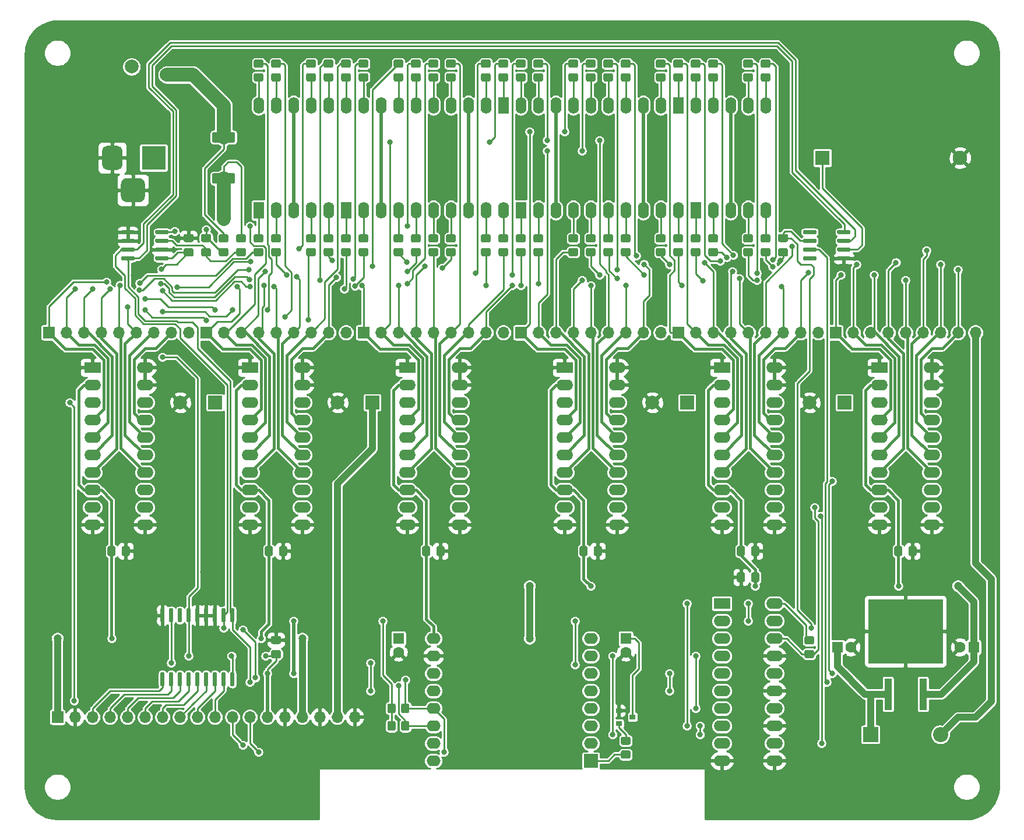
<source format=gtl>
G04 #@! TF.GenerationSoftware,KiCad,Pcbnew,(5.1.10)-1*
G04 #@! TF.CreationDate,2021-10-03T18:26:12+02:00*
G04 #@! TF.ProjectId,LED Strip clock,4c454420-5374-4726-9970-20636c6f636b,V1.0*
G04 #@! TF.SameCoordinates,Original*
G04 #@! TF.FileFunction,Copper,L1,Top*
G04 #@! TF.FilePolarity,Positive*
%FSLAX46Y46*%
G04 Gerber Fmt 4.6, Leading zero omitted, Abs format (unit mm)*
G04 Created by KiCad (PCBNEW (5.1.10)-1) date 2021-10-03 18:26:12*
%MOMM*%
%LPD*%
G01*
G04 APERTURE LIST*
G04 #@! TA.AperFunction,SMDPad,CuDef*
%ADD10R,10.800000X9.400000*%
G04 #@! TD*
G04 #@! TA.AperFunction,SMDPad,CuDef*
%ADD11R,1.100000X4.600000*%
G04 #@! TD*
G04 #@! TA.AperFunction,ComponentPad*
%ADD12O,1.700000X1.700000*%
G04 #@! TD*
G04 #@! TA.AperFunction,ComponentPad*
%ADD13R,1.700000X1.700000*%
G04 #@! TD*
G04 #@! TA.AperFunction,ComponentPad*
%ADD14C,2.100000*%
G04 #@! TD*
G04 #@! TA.AperFunction,ComponentPad*
%ADD15R,2.100000X2.100000*%
G04 #@! TD*
G04 #@! TA.AperFunction,ComponentPad*
%ADD16O,1.600000X2.400000*%
G04 #@! TD*
G04 #@! TA.AperFunction,ComponentPad*
%ADD17R,1.600000X2.400000*%
G04 #@! TD*
G04 #@! TA.AperFunction,ComponentPad*
%ADD18C,2.000000*%
G04 #@! TD*
G04 #@! TA.AperFunction,ComponentPad*
%ADD19R,2.000000X2.000000*%
G04 #@! TD*
G04 #@! TA.AperFunction,ComponentPad*
%ADD20O,2.400000X1.600000*%
G04 #@! TD*
G04 #@! TA.AperFunction,ComponentPad*
%ADD21R,2.400000X1.600000*%
G04 #@! TD*
G04 #@! TA.AperFunction,ComponentPad*
%ADD22R,3.500000X3.500000*%
G04 #@! TD*
G04 #@! TA.AperFunction,ComponentPad*
%ADD23C,2.010000*%
G04 #@! TD*
G04 #@! TA.AperFunction,ComponentPad*
%ADD24C,1.600000*%
G04 #@! TD*
G04 #@! TA.AperFunction,ComponentPad*
%ADD25R,1.600000X1.600000*%
G04 #@! TD*
G04 #@! TA.AperFunction,ComponentPad*
%ADD26R,2.200000X2.200000*%
G04 #@! TD*
G04 #@! TA.AperFunction,ComponentPad*
%ADD27O,2.200000X2.200000*%
G04 #@! TD*
G04 #@! TA.AperFunction,SMDPad,CuDef*
%ADD28R,0.900000X0.800000*%
G04 #@! TD*
G04 #@! TA.AperFunction,ComponentPad*
%ADD29O,2.000000X1.600000*%
G04 #@! TD*
G04 #@! TA.AperFunction,ViaPad*
%ADD30C,0.800000*%
G04 #@! TD*
G04 #@! TA.AperFunction,ViaPad*
%ADD31C,1.200000*%
G04 #@! TD*
G04 #@! TA.AperFunction,Conductor*
%ADD32C,0.250000*%
G04 #@! TD*
G04 #@! TA.AperFunction,Conductor*
%ADD33C,0.420000*%
G04 #@! TD*
G04 #@! TA.AperFunction,Conductor*
%ADD34C,1.000000*%
G04 #@! TD*
G04 #@! TA.AperFunction,Conductor*
%ADD35C,0.500000*%
G04 #@! TD*
G04 #@! TA.AperFunction,Conductor*
%ADD36C,2.000000*%
G04 #@! TD*
G04 #@! TA.AperFunction,Conductor*
%ADD37C,0.254000*%
G04 #@! TD*
G04 #@! TA.AperFunction,Conductor*
%ADD38C,0.100000*%
G04 #@! TD*
G04 APERTURE END LIST*
D10*
X209550000Y-119605000D03*
D11*
X212090000Y-128755000D03*
X207010000Y-128755000D03*
D12*
X129540000Y-132080000D03*
X127000000Y-132080000D03*
X124460000Y-132080000D03*
X121920000Y-132080000D03*
X119380000Y-132080000D03*
X116840000Y-132080000D03*
X114300000Y-132080000D03*
X111760000Y-132080000D03*
X109220000Y-132080000D03*
X106680000Y-132080000D03*
X104140000Y-132080000D03*
X101600000Y-132080000D03*
X99060000Y-132080000D03*
X96520000Y-132080000D03*
X93980000Y-132080000D03*
X91440000Y-132080000D03*
X88900000Y-132080000D03*
D13*
X86360000Y-132080000D03*
G04 #@! TA.AperFunction,SMDPad,CuDef*
G36*
G01*
X199620000Y-61745000D02*
X199620000Y-61445000D01*
G75*
G02*
X199770000Y-61295000I150000J0D01*
G01*
X201420000Y-61295000D01*
G75*
G02*
X201570000Y-61445000I0J-150000D01*
G01*
X201570000Y-61745000D01*
G75*
G02*
X201420000Y-61895000I-150000J0D01*
G01*
X199770000Y-61895000D01*
G75*
G02*
X199620000Y-61745000I0J150000D01*
G01*
G37*
G04 #@! TD.AperFunction*
G04 #@! TA.AperFunction,SMDPad,CuDef*
G36*
G01*
X199620000Y-63015000D02*
X199620000Y-62715000D01*
G75*
G02*
X199770000Y-62565000I150000J0D01*
G01*
X201420000Y-62565000D01*
G75*
G02*
X201570000Y-62715000I0J-150000D01*
G01*
X201570000Y-63015000D01*
G75*
G02*
X201420000Y-63165000I-150000J0D01*
G01*
X199770000Y-63165000D01*
G75*
G02*
X199620000Y-63015000I0J150000D01*
G01*
G37*
G04 #@! TD.AperFunction*
G04 #@! TA.AperFunction,SMDPad,CuDef*
G36*
G01*
X199620000Y-64285000D02*
X199620000Y-63985000D01*
G75*
G02*
X199770000Y-63835000I150000J0D01*
G01*
X201420000Y-63835000D01*
G75*
G02*
X201570000Y-63985000I0J-150000D01*
G01*
X201570000Y-64285000D01*
G75*
G02*
X201420000Y-64435000I-150000J0D01*
G01*
X199770000Y-64435000D01*
G75*
G02*
X199620000Y-64285000I0J150000D01*
G01*
G37*
G04 #@! TD.AperFunction*
G04 #@! TA.AperFunction,SMDPad,CuDef*
G36*
G01*
X199620000Y-65555000D02*
X199620000Y-65255000D01*
G75*
G02*
X199770000Y-65105000I150000J0D01*
G01*
X201420000Y-65105000D01*
G75*
G02*
X201570000Y-65255000I0J-150000D01*
G01*
X201570000Y-65555000D01*
G75*
G02*
X201420000Y-65705000I-150000J0D01*
G01*
X199770000Y-65705000D01*
G75*
G02*
X199620000Y-65555000I0J150000D01*
G01*
G37*
G04 #@! TD.AperFunction*
G04 #@! TA.AperFunction,SMDPad,CuDef*
G36*
G01*
X194670000Y-65555000D02*
X194670000Y-65255000D01*
G75*
G02*
X194820000Y-65105000I150000J0D01*
G01*
X196470000Y-65105000D01*
G75*
G02*
X196620000Y-65255000I0J-150000D01*
G01*
X196620000Y-65555000D01*
G75*
G02*
X196470000Y-65705000I-150000J0D01*
G01*
X194820000Y-65705000D01*
G75*
G02*
X194670000Y-65555000I0J150000D01*
G01*
G37*
G04 #@! TD.AperFunction*
G04 #@! TA.AperFunction,SMDPad,CuDef*
G36*
G01*
X194670000Y-64285000D02*
X194670000Y-63985000D01*
G75*
G02*
X194820000Y-63835000I150000J0D01*
G01*
X196470000Y-63835000D01*
G75*
G02*
X196620000Y-63985000I0J-150000D01*
G01*
X196620000Y-64285000D01*
G75*
G02*
X196470000Y-64435000I-150000J0D01*
G01*
X194820000Y-64435000D01*
G75*
G02*
X194670000Y-64285000I0J150000D01*
G01*
G37*
G04 #@! TD.AperFunction*
G04 #@! TA.AperFunction,SMDPad,CuDef*
G36*
G01*
X194670000Y-63015000D02*
X194670000Y-62715000D01*
G75*
G02*
X194820000Y-62565000I150000J0D01*
G01*
X196470000Y-62565000D01*
G75*
G02*
X196620000Y-62715000I0J-150000D01*
G01*
X196620000Y-63015000D01*
G75*
G02*
X196470000Y-63165000I-150000J0D01*
G01*
X194820000Y-63165000D01*
G75*
G02*
X194670000Y-63015000I0J150000D01*
G01*
G37*
G04 #@! TD.AperFunction*
G04 #@! TA.AperFunction,SMDPad,CuDef*
G36*
G01*
X194670000Y-61745000D02*
X194670000Y-61445000D01*
G75*
G02*
X194820000Y-61295000I150000J0D01*
G01*
X196470000Y-61295000D01*
G75*
G02*
X196620000Y-61445000I0J-150000D01*
G01*
X196620000Y-61745000D01*
G75*
G02*
X196470000Y-61895000I-150000J0D01*
G01*
X194820000Y-61895000D01*
G75*
G02*
X194670000Y-61745000I0J150000D01*
G01*
G37*
G04 #@! TD.AperFunction*
G04 #@! TA.AperFunction,SMDPad,CuDef*
G36*
G01*
X191295000Y-63950000D02*
X192245000Y-63950000D01*
G75*
G02*
X192495000Y-64200000I0J-250000D01*
G01*
X192495000Y-64875000D01*
G75*
G02*
X192245000Y-65125000I-250000J0D01*
G01*
X191295000Y-65125000D01*
G75*
G02*
X191045000Y-64875000I0J250000D01*
G01*
X191045000Y-64200000D01*
G75*
G02*
X191295000Y-63950000I250000J0D01*
G01*
G37*
G04 #@! TD.AperFunction*
G04 #@! TA.AperFunction,SMDPad,CuDef*
G36*
G01*
X191295000Y-61875000D02*
X192245000Y-61875000D01*
G75*
G02*
X192495000Y-62125000I0J-250000D01*
G01*
X192495000Y-62800000D01*
G75*
G02*
X192245000Y-63050000I-250000J0D01*
G01*
X191295000Y-63050000D01*
G75*
G02*
X191045000Y-62800000I0J250000D01*
G01*
X191045000Y-62125000D01*
G75*
G02*
X191295000Y-61875000I250000J0D01*
G01*
G37*
G04 #@! TD.AperFunction*
D14*
X217485000Y-50800000D03*
D15*
X197485000Y-50800000D03*
D16*
X179070000Y-43180000D03*
X181610000Y-43180000D03*
X184150000Y-43180000D03*
X186690000Y-43180000D03*
X189230000Y-43180000D03*
X189230000Y-58420000D03*
X186690000Y-58420000D03*
X184150000Y-58420000D03*
X181610000Y-58420000D03*
D17*
X179070000Y-58420000D03*
D16*
X176530000Y-58420000D03*
X173990000Y-58420000D03*
X171450000Y-58420000D03*
X168910000Y-58420000D03*
X166370000Y-58420000D03*
X166370000Y-43180000D03*
X168910000Y-43180000D03*
X171450000Y-43180000D03*
X173990000Y-43180000D03*
D17*
X176530000Y-43180000D03*
G04 #@! TA.AperFunction,SMDPad,CuDef*
G36*
G01*
X188779999Y-63900000D02*
X189680001Y-63900000D01*
G75*
G02*
X189930000Y-64149999I0J-249999D01*
G01*
X189930000Y-64850001D01*
G75*
G02*
X189680001Y-65100000I-249999J0D01*
G01*
X188779999Y-65100000D01*
G75*
G02*
X188530000Y-64850001I0J249999D01*
G01*
X188530000Y-64149999D01*
G75*
G02*
X188779999Y-63900000I249999J0D01*
G01*
G37*
G04 #@! TD.AperFunction*
G04 #@! TA.AperFunction,SMDPad,CuDef*
G36*
G01*
X188779999Y-61900000D02*
X189680001Y-61900000D01*
G75*
G02*
X189930000Y-62149999I0J-249999D01*
G01*
X189930000Y-62850001D01*
G75*
G02*
X189680001Y-63100000I-249999J0D01*
G01*
X188779999Y-63100000D01*
G75*
G02*
X188530000Y-62850001I0J249999D01*
G01*
X188530000Y-62149999D01*
G75*
G02*
X188779999Y-61900000I249999J0D01*
G01*
G37*
G04 #@! TD.AperFunction*
G04 #@! TA.AperFunction,SMDPad,CuDef*
G36*
G01*
X166820001Y-37700000D02*
X165919999Y-37700000D01*
G75*
G02*
X165670000Y-37450001I0J249999D01*
G01*
X165670000Y-36749999D01*
G75*
G02*
X165919999Y-36500000I249999J0D01*
G01*
X166820001Y-36500000D01*
G75*
G02*
X167070000Y-36749999I0J-249999D01*
G01*
X167070000Y-37450001D01*
G75*
G02*
X166820001Y-37700000I-249999J0D01*
G01*
G37*
G04 #@! TD.AperFunction*
G04 #@! TA.AperFunction,SMDPad,CuDef*
G36*
G01*
X166820001Y-39700000D02*
X165919999Y-39700000D01*
G75*
G02*
X165670000Y-39450001I0J249999D01*
G01*
X165670000Y-38749999D01*
G75*
G02*
X165919999Y-38500000I249999J0D01*
G01*
X166820001Y-38500000D01*
G75*
G02*
X167070000Y-38749999I0J-249999D01*
G01*
X167070000Y-39450001D01*
G75*
G02*
X166820001Y-39700000I-249999J0D01*
G01*
G37*
G04 #@! TD.AperFunction*
G04 #@! TA.AperFunction,SMDPad,CuDef*
G36*
G01*
X179520001Y-37700000D02*
X178619999Y-37700000D01*
G75*
G02*
X178370000Y-37450001I0J249999D01*
G01*
X178370000Y-36749999D01*
G75*
G02*
X178619999Y-36500000I249999J0D01*
G01*
X179520001Y-36500000D01*
G75*
G02*
X179770000Y-36749999I0J-249999D01*
G01*
X179770000Y-37450001D01*
G75*
G02*
X179520001Y-37700000I-249999J0D01*
G01*
G37*
G04 #@! TD.AperFunction*
G04 #@! TA.AperFunction,SMDPad,CuDef*
G36*
G01*
X179520001Y-39700000D02*
X178619999Y-39700000D01*
G75*
G02*
X178370000Y-39450001I0J249999D01*
G01*
X178370000Y-38749999D01*
G75*
G02*
X178619999Y-38500000I249999J0D01*
G01*
X179520001Y-38500000D01*
G75*
G02*
X179770000Y-38749999I0J-249999D01*
G01*
X179770000Y-39450001D01*
G75*
G02*
X179520001Y-39700000I-249999J0D01*
G01*
G37*
G04 #@! TD.AperFunction*
G04 #@! TA.AperFunction,SMDPad,CuDef*
G36*
G01*
X176079999Y-63900000D02*
X176980001Y-63900000D01*
G75*
G02*
X177230000Y-64149999I0J-249999D01*
G01*
X177230000Y-64850001D01*
G75*
G02*
X176980001Y-65100000I-249999J0D01*
G01*
X176079999Y-65100000D01*
G75*
G02*
X175830000Y-64850001I0J249999D01*
G01*
X175830000Y-64149999D01*
G75*
G02*
X176079999Y-63900000I249999J0D01*
G01*
G37*
G04 #@! TD.AperFunction*
G04 #@! TA.AperFunction,SMDPad,CuDef*
G36*
G01*
X176079999Y-61900000D02*
X176980001Y-61900000D01*
G75*
G02*
X177230000Y-62149999I0J-249999D01*
G01*
X177230000Y-62850001D01*
G75*
G02*
X176980001Y-63100000I-249999J0D01*
G01*
X176079999Y-63100000D01*
G75*
G02*
X175830000Y-62850001I0J249999D01*
G01*
X175830000Y-62149999D01*
G75*
G02*
X176079999Y-61900000I249999J0D01*
G01*
G37*
G04 #@! TD.AperFunction*
G04 #@! TA.AperFunction,SMDPad,CuDef*
G36*
G01*
X182060001Y-37700000D02*
X181159999Y-37700000D01*
G75*
G02*
X180910000Y-37450001I0J249999D01*
G01*
X180910000Y-36749999D01*
G75*
G02*
X181159999Y-36500000I249999J0D01*
G01*
X182060001Y-36500000D01*
G75*
G02*
X182310000Y-36749999I0J-249999D01*
G01*
X182310000Y-37450001D01*
G75*
G02*
X182060001Y-37700000I-249999J0D01*
G01*
G37*
G04 #@! TD.AperFunction*
G04 #@! TA.AperFunction,SMDPad,CuDef*
G36*
G01*
X182060001Y-39700000D02*
X181159999Y-39700000D01*
G75*
G02*
X180910000Y-39450001I0J249999D01*
G01*
X180910000Y-38749999D01*
G75*
G02*
X181159999Y-38500000I249999J0D01*
G01*
X182060001Y-38500000D01*
G75*
G02*
X182310000Y-38749999I0J-249999D01*
G01*
X182310000Y-39450001D01*
G75*
G02*
X182060001Y-39700000I-249999J0D01*
G01*
G37*
G04 #@! TD.AperFunction*
G04 #@! TA.AperFunction,SMDPad,CuDef*
G36*
G01*
X173539999Y-63900000D02*
X174440001Y-63900000D01*
G75*
G02*
X174690000Y-64149999I0J-249999D01*
G01*
X174690000Y-64850001D01*
G75*
G02*
X174440001Y-65100000I-249999J0D01*
G01*
X173539999Y-65100000D01*
G75*
G02*
X173290000Y-64850001I0J249999D01*
G01*
X173290000Y-64149999D01*
G75*
G02*
X173539999Y-63900000I249999J0D01*
G01*
G37*
G04 #@! TD.AperFunction*
G04 #@! TA.AperFunction,SMDPad,CuDef*
G36*
G01*
X173539999Y-61900000D02*
X174440001Y-61900000D01*
G75*
G02*
X174690000Y-62149999I0J-249999D01*
G01*
X174690000Y-62850001D01*
G75*
G02*
X174440001Y-63100000I-249999J0D01*
G01*
X173539999Y-63100000D01*
G75*
G02*
X173290000Y-62850001I0J249999D01*
G01*
X173290000Y-62149999D01*
G75*
G02*
X173539999Y-61900000I249999J0D01*
G01*
G37*
G04 #@! TD.AperFunction*
G04 #@! TA.AperFunction,SMDPad,CuDef*
G36*
G01*
X178619999Y-63900000D02*
X179520001Y-63900000D01*
G75*
G02*
X179770000Y-64149999I0J-249999D01*
G01*
X179770000Y-64850001D01*
G75*
G02*
X179520001Y-65100000I-249999J0D01*
G01*
X178619999Y-65100000D01*
G75*
G02*
X178370000Y-64850001I0J249999D01*
G01*
X178370000Y-64149999D01*
G75*
G02*
X178619999Y-63900000I249999J0D01*
G01*
G37*
G04 #@! TD.AperFunction*
G04 #@! TA.AperFunction,SMDPad,CuDef*
G36*
G01*
X178619999Y-61900000D02*
X179520001Y-61900000D01*
G75*
G02*
X179770000Y-62149999I0J-249999D01*
G01*
X179770000Y-62850001D01*
G75*
G02*
X179520001Y-63100000I-249999J0D01*
G01*
X178619999Y-63100000D01*
G75*
G02*
X178370000Y-62850001I0J249999D01*
G01*
X178370000Y-62149999D01*
G75*
G02*
X178619999Y-61900000I249999J0D01*
G01*
G37*
G04 #@! TD.AperFunction*
G04 #@! TA.AperFunction,SMDPad,CuDef*
G36*
G01*
X176980001Y-37700000D02*
X176079999Y-37700000D01*
G75*
G02*
X175830000Y-37450001I0J249999D01*
G01*
X175830000Y-36749999D01*
G75*
G02*
X176079999Y-36500000I249999J0D01*
G01*
X176980001Y-36500000D01*
G75*
G02*
X177230000Y-36749999I0J-249999D01*
G01*
X177230000Y-37450001D01*
G75*
G02*
X176980001Y-37700000I-249999J0D01*
G01*
G37*
G04 #@! TD.AperFunction*
G04 #@! TA.AperFunction,SMDPad,CuDef*
G36*
G01*
X176980001Y-39700000D02*
X176079999Y-39700000D01*
G75*
G02*
X175830000Y-39450001I0J249999D01*
G01*
X175830000Y-38749999D01*
G75*
G02*
X176079999Y-38500000I249999J0D01*
G01*
X176980001Y-38500000D01*
G75*
G02*
X177230000Y-38749999I0J-249999D01*
G01*
X177230000Y-39450001D01*
G75*
G02*
X176980001Y-39700000I-249999J0D01*
G01*
G37*
G04 #@! TD.AperFunction*
G04 #@! TA.AperFunction,SMDPad,CuDef*
G36*
G01*
X181159999Y-63900000D02*
X182060001Y-63900000D01*
G75*
G02*
X182310000Y-64149999I0J-249999D01*
G01*
X182310000Y-64850001D01*
G75*
G02*
X182060001Y-65100000I-249999J0D01*
G01*
X181159999Y-65100000D01*
G75*
G02*
X180910000Y-64850001I0J249999D01*
G01*
X180910000Y-64149999D01*
G75*
G02*
X181159999Y-63900000I249999J0D01*
G01*
G37*
G04 #@! TD.AperFunction*
G04 #@! TA.AperFunction,SMDPad,CuDef*
G36*
G01*
X181159999Y-61900000D02*
X182060001Y-61900000D01*
G75*
G02*
X182310000Y-62149999I0J-249999D01*
G01*
X182310000Y-62850001D01*
G75*
G02*
X182060001Y-63100000I-249999J0D01*
G01*
X181159999Y-63100000D01*
G75*
G02*
X180910000Y-62850001I0J249999D01*
G01*
X180910000Y-62149999D01*
G75*
G02*
X181159999Y-61900000I249999J0D01*
G01*
G37*
G04 #@! TD.AperFunction*
G04 #@! TA.AperFunction,SMDPad,CuDef*
G36*
G01*
X174440001Y-37700000D02*
X173539999Y-37700000D01*
G75*
G02*
X173290000Y-37450001I0J249999D01*
G01*
X173290000Y-36749999D01*
G75*
G02*
X173539999Y-36500000I249999J0D01*
G01*
X174440001Y-36500000D01*
G75*
G02*
X174690000Y-36749999I0J-249999D01*
G01*
X174690000Y-37450001D01*
G75*
G02*
X174440001Y-37700000I-249999J0D01*
G01*
G37*
G04 #@! TD.AperFunction*
G04 #@! TA.AperFunction,SMDPad,CuDef*
G36*
G01*
X174440001Y-39700000D02*
X173539999Y-39700000D01*
G75*
G02*
X173290000Y-39450001I0J249999D01*
G01*
X173290000Y-38749999D01*
G75*
G02*
X173539999Y-38500000I249999J0D01*
G01*
X174440001Y-38500000D01*
G75*
G02*
X174690000Y-38749999I0J-249999D01*
G01*
X174690000Y-39450001D01*
G75*
G02*
X174440001Y-39700000I-249999J0D01*
G01*
G37*
G04 #@! TD.AperFunction*
G04 #@! TA.AperFunction,SMDPad,CuDef*
G36*
G01*
X186239999Y-63900000D02*
X187140001Y-63900000D01*
G75*
G02*
X187390000Y-64149999I0J-249999D01*
G01*
X187390000Y-64850001D01*
G75*
G02*
X187140001Y-65100000I-249999J0D01*
G01*
X186239999Y-65100000D01*
G75*
G02*
X185990000Y-64850001I0J249999D01*
G01*
X185990000Y-64149999D01*
G75*
G02*
X186239999Y-63900000I249999J0D01*
G01*
G37*
G04 #@! TD.AperFunction*
G04 #@! TA.AperFunction,SMDPad,CuDef*
G36*
G01*
X186239999Y-61900000D02*
X187140001Y-61900000D01*
G75*
G02*
X187390000Y-62149999I0J-249999D01*
G01*
X187390000Y-62850001D01*
G75*
G02*
X187140001Y-63100000I-249999J0D01*
G01*
X186239999Y-63100000D01*
G75*
G02*
X185990000Y-62850001I0J249999D01*
G01*
X185990000Y-62149999D01*
G75*
G02*
X186239999Y-61900000I249999J0D01*
G01*
G37*
G04 #@! TD.AperFunction*
G04 #@! TA.AperFunction,SMDPad,CuDef*
G36*
G01*
X169360001Y-37700000D02*
X168459999Y-37700000D01*
G75*
G02*
X168210000Y-37450001I0J249999D01*
G01*
X168210000Y-36749999D01*
G75*
G02*
X168459999Y-36500000I249999J0D01*
G01*
X169360001Y-36500000D01*
G75*
G02*
X169610000Y-36749999I0J-249999D01*
G01*
X169610000Y-37450001D01*
G75*
G02*
X169360001Y-37700000I-249999J0D01*
G01*
G37*
G04 #@! TD.AperFunction*
G04 #@! TA.AperFunction,SMDPad,CuDef*
G36*
G01*
X169360001Y-39700000D02*
X168459999Y-39700000D01*
G75*
G02*
X168210000Y-39450001I0J249999D01*
G01*
X168210000Y-38749999D01*
G75*
G02*
X168459999Y-38500000I249999J0D01*
G01*
X169360001Y-38500000D01*
G75*
G02*
X169610000Y-38749999I0J-249999D01*
G01*
X169610000Y-39450001D01*
G75*
G02*
X169360001Y-39700000I-249999J0D01*
G01*
G37*
G04 #@! TD.AperFunction*
G04 #@! TA.AperFunction,SMDPad,CuDef*
G36*
G01*
X189680001Y-37700000D02*
X188779999Y-37700000D01*
G75*
G02*
X188530000Y-37450001I0J249999D01*
G01*
X188530000Y-36749999D01*
G75*
G02*
X188779999Y-36500000I249999J0D01*
G01*
X189680001Y-36500000D01*
G75*
G02*
X189930000Y-36749999I0J-249999D01*
G01*
X189930000Y-37450001D01*
G75*
G02*
X189680001Y-37700000I-249999J0D01*
G01*
G37*
G04 #@! TD.AperFunction*
G04 #@! TA.AperFunction,SMDPad,CuDef*
G36*
G01*
X189680001Y-39700000D02*
X188779999Y-39700000D01*
G75*
G02*
X188530000Y-39450001I0J249999D01*
G01*
X188530000Y-38749999D01*
G75*
G02*
X188779999Y-38500000I249999J0D01*
G01*
X189680001Y-38500000D01*
G75*
G02*
X189930000Y-38749999I0J-249999D01*
G01*
X189930000Y-39450001D01*
G75*
G02*
X189680001Y-39700000I-249999J0D01*
G01*
G37*
G04 #@! TD.AperFunction*
G04 #@! TA.AperFunction,SMDPad,CuDef*
G36*
G01*
X165919999Y-63900000D02*
X166820001Y-63900000D01*
G75*
G02*
X167070000Y-64149999I0J-249999D01*
G01*
X167070000Y-64850001D01*
G75*
G02*
X166820001Y-65100000I-249999J0D01*
G01*
X165919999Y-65100000D01*
G75*
G02*
X165670000Y-64850001I0J249999D01*
G01*
X165670000Y-64149999D01*
G75*
G02*
X165919999Y-63900000I249999J0D01*
G01*
G37*
G04 #@! TD.AperFunction*
G04 #@! TA.AperFunction,SMDPad,CuDef*
G36*
G01*
X165919999Y-61900000D02*
X166820001Y-61900000D01*
G75*
G02*
X167070000Y-62149999I0J-249999D01*
G01*
X167070000Y-62850001D01*
G75*
G02*
X166820001Y-63100000I-249999J0D01*
G01*
X165919999Y-63100000D01*
G75*
G02*
X165670000Y-62850001I0J249999D01*
G01*
X165670000Y-62149999D01*
G75*
G02*
X165919999Y-61900000I249999J0D01*
G01*
G37*
G04 #@! TD.AperFunction*
G04 #@! TA.AperFunction,SMDPad,CuDef*
G36*
G01*
X187140001Y-37700000D02*
X186239999Y-37700000D01*
G75*
G02*
X185990000Y-37450001I0J249999D01*
G01*
X185990000Y-36749999D01*
G75*
G02*
X186239999Y-36500000I249999J0D01*
G01*
X187140001Y-36500000D01*
G75*
G02*
X187390000Y-36749999I0J-249999D01*
G01*
X187390000Y-37450001D01*
G75*
G02*
X187140001Y-37700000I-249999J0D01*
G01*
G37*
G04 #@! TD.AperFunction*
G04 #@! TA.AperFunction,SMDPad,CuDef*
G36*
G01*
X187140001Y-39700000D02*
X186239999Y-39700000D01*
G75*
G02*
X185990000Y-39450001I0J249999D01*
G01*
X185990000Y-38749999D01*
G75*
G02*
X186239999Y-38500000I249999J0D01*
G01*
X187140001Y-38500000D01*
G75*
G02*
X187390000Y-38749999I0J-249999D01*
G01*
X187390000Y-39450001D01*
G75*
G02*
X187140001Y-39700000I-249999J0D01*
G01*
G37*
G04 #@! TD.AperFunction*
G04 #@! TA.AperFunction,SMDPad,CuDef*
G36*
G01*
X168459999Y-63900000D02*
X169360001Y-63900000D01*
G75*
G02*
X169610000Y-64149999I0J-249999D01*
G01*
X169610000Y-64850001D01*
G75*
G02*
X169360001Y-65100000I-249999J0D01*
G01*
X168459999Y-65100000D01*
G75*
G02*
X168210000Y-64850001I0J249999D01*
G01*
X168210000Y-64149999D01*
G75*
G02*
X168459999Y-63900000I249999J0D01*
G01*
G37*
G04 #@! TD.AperFunction*
G04 #@! TA.AperFunction,SMDPad,CuDef*
G36*
G01*
X168459999Y-61900000D02*
X169360001Y-61900000D01*
G75*
G02*
X169610000Y-62149999I0J-249999D01*
G01*
X169610000Y-62850001D01*
G75*
G02*
X169360001Y-63100000I-249999J0D01*
G01*
X168459999Y-63100000D01*
G75*
G02*
X168210000Y-62850001I0J249999D01*
G01*
X168210000Y-62149999D01*
G75*
G02*
X168459999Y-61900000I249999J0D01*
G01*
G37*
G04 #@! TD.AperFunction*
D18*
X195660000Y-86360000D03*
D19*
X200660000Y-86360000D03*
D18*
X172800000Y-86360000D03*
D19*
X177800000Y-86360000D03*
D20*
X213360000Y-81280000D03*
X205740000Y-104140000D03*
X213360000Y-83820000D03*
X205740000Y-101600000D03*
X213360000Y-86360000D03*
X205740000Y-99060000D03*
X213360000Y-88900000D03*
X205740000Y-96520000D03*
X213360000Y-91440000D03*
X205740000Y-93980000D03*
X213360000Y-93980000D03*
X205740000Y-91440000D03*
X213360000Y-96520000D03*
X205740000Y-88900000D03*
X213360000Y-99060000D03*
X205740000Y-86360000D03*
X213360000Y-101600000D03*
X205740000Y-83820000D03*
X213360000Y-104140000D03*
D21*
X205740000Y-81280000D03*
D20*
X190500000Y-81280000D03*
X182880000Y-104140000D03*
X190500000Y-83820000D03*
X182880000Y-101600000D03*
X190500000Y-86360000D03*
X182880000Y-99060000D03*
X190500000Y-88900000D03*
X182880000Y-96520000D03*
X190500000Y-91440000D03*
X182880000Y-93980000D03*
X190500000Y-93980000D03*
X182880000Y-91440000D03*
X190500000Y-96520000D03*
X182880000Y-88900000D03*
X190500000Y-99060000D03*
X182880000Y-86360000D03*
X190500000Y-101600000D03*
X182880000Y-83820000D03*
X190500000Y-104140000D03*
D21*
X182880000Y-81280000D03*
D12*
X219710000Y-76200000D03*
X217170000Y-76200000D03*
X214630000Y-76200000D03*
X212090000Y-76200000D03*
X209550000Y-76200000D03*
X207010000Y-76200000D03*
X204470000Y-76200000D03*
X201930000Y-76200000D03*
D13*
X199390000Y-76200000D03*
D12*
X196850000Y-76200000D03*
X194310000Y-76200000D03*
X191770000Y-76200000D03*
X189230000Y-76200000D03*
X186690000Y-76200000D03*
X184150000Y-76200000D03*
X181610000Y-76200000D03*
X179070000Y-76200000D03*
D13*
X176530000Y-76200000D03*
G04 #@! TA.AperFunction,SMDPad,CuDef*
G36*
G01*
X210000000Y-108425000D02*
X210000000Y-107475000D01*
G75*
G02*
X210250000Y-107225000I250000J0D01*
G01*
X210925000Y-107225000D01*
G75*
G02*
X211175000Y-107475000I0J-250000D01*
G01*
X211175000Y-108425000D01*
G75*
G02*
X210925000Y-108675000I-250000J0D01*
G01*
X210250000Y-108675000D01*
G75*
G02*
X210000000Y-108425000I0J250000D01*
G01*
G37*
G04 #@! TD.AperFunction*
G04 #@! TA.AperFunction,SMDPad,CuDef*
G36*
G01*
X207925000Y-108425000D02*
X207925000Y-107475000D01*
G75*
G02*
X208175000Y-107225000I250000J0D01*
G01*
X208850000Y-107225000D01*
G75*
G02*
X209100000Y-107475000I0J-250000D01*
G01*
X209100000Y-108425000D01*
G75*
G02*
X208850000Y-108675000I-250000J0D01*
G01*
X208175000Y-108675000D01*
G75*
G02*
X207925000Y-108425000I0J250000D01*
G01*
G37*
G04 #@! TD.AperFunction*
G04 #@! TA.AperFunction,SMDPad,CuDef*
G36*
G01*
X187140000Y-108425000D02*
X187140000Y-107475000D01*
G75*
G02*
X187390000Y-107225000I250000J0D01*
G01*
X188065000Y-107225000D01*
G75*
G02*
X188315000Y-107475000I0J-250000D01*
G01*
X188315000Y-108425000D01*
G75*
G02*
X188065000Y-108675000I-250000J0D01*
G01*
X187390000Y-108675000D01*
G75*
G02*
X187140000Y-108425000I0J250000D01*
G01*
G37*
G04 #@! TD.AperFunction*
G04 #@! TA.AperFunction,SMDPad,CuDef*
G36*
G01*
X185065000Y-108425000D02*
X185065000Y-107475000D01*
G75*
G02*
X185315000Y-107225000I250000J0D01*
G01*
X185990000Y-107225000D01*
G75*
G02*
X186240000Y-107475000I0J-250000D01*
G01*
X186240000Y-108425000D01*
G75*
G02*
X185990000Y-108675000I-250000J0D01*
G01*
X185315000Y-108675000D01*
G75*
G02*
X185065000Y-108425000I0J250000D01*
G01*
G37*
G04 #@! TD.AperFunction*
G04 #@! TA.AperFunction,SMDPad,CuDef*
G36*
G01*
X196030001Y-121520000D02*
X195129999Y-121520000D01*
G75*
G02*
X194880000Y-121270001I0J249999D01*
G01*
X194880000Y-120569999D01*
G75*
G02*
X195129999Y-120320000I249999J0D01*
G01*
X196030001Y-120320000D01*
G75*
G02*
X196280000Y-120569999I0J-249999D01*
G01*
X196280000Y-121270001D01*
G75*
G02*
X196030001Y-121520000I-249999J0D01*
G01*
G37*
G04 #@! TD.AperFunction*
G04 #@! TA.AperFunction,SMDPad,CuDef*
G36*
G01*
X196030001Y-123520000D02*
X195129999Y-123520000D01*
G75*
G02*
X194880000Y-123270001I0J249999D01*
G01*
X194880000Y-122569999D01*
G75*
G02*
X195129999Y-122320000I249999J0D01*
G01*
X196030001Y-122320000D01*
G75*
G02*
X196280000Y-122569999I0J-249999D01*
G01*
X196280000Y-123270001D01*
G75*
G02*
X196030001Y-123520000I-249999J0D01*
G01*
G37*
G04 #@! TD.AperFunction*
G04 #@! TA.AperFunction,SMDPad,CuDef*
G36*
G01*
X100560000Y-61745000D02*
X100560000Y-61445000D01*
G75*
G02*
X100710000Y-61295000I150000J0D01*
G01*
X102360000Y-61295000D01*
G75*
G02*
X102510000Y-61445000I0J-150000D01*
G01*
X102510000Y-61745000D01*
G75*
G02*
X102360000Y-61895000I-150000J0D01*
G01*
X100710000Y-61895000D01*
G75*
G02*
X100560000Y-61745000I0J150000D01*
G01*
G37*
G04 #@! TD.AperFunction*
G04 #@! TA.AperFunction,SMDPad,CuDef*
G36*
G01*
X100560000Y-63015000D02*
X100560000Y-62715000D01*
G75*
G02*
X100710000Y-62565000I150000J0D01*
G01*
X102360000Y-62565000D01*
G75*
G02*
X102510000Y-62715000I0J-150000D01*
G01*
X102510000Y-63015000D01*
G75*
G02*
X102360000Y-63165000I-150000J0D01*
G01*
X100710000Y-63165000D01*
G75*
G02*
X100560000Y-63015000I0J150000D01*
G01*
G37*
G04 #@! TD.AperFunction*
G04 #@! TA.AperFunction,SMDPad,CuDef*
G36*
G01*
X100560000Y-64285000D02*
X100560000Y-63985000D01*
G75*
G02*
X100710000Y-63835000I150000J0D01*
G01*
X102360000Y-63835000D01*
G75*
G02*
X102510000Y-63985000I0J-150000D01*
G01*
X102510000Y-64285000D01*
G75*
G02*
X102360000Y-64435000I-150000J0D01*
G01*
X100710000Y-64435000D01*
G75*
G02*
X100560000Y-64285000I0J150000D01*
G01*
G37*
G04 #@! TD.AperFunction*
G04 #@! TA.AperFunction,SMDPad,CuDef*
G36*
G01*
X100560000Y-65555000D02*
X100560000Y-65255000D01*
G75*
G02*
X100710000Y-65105000I150000J0D01*
G01*
X102360000Y-65105000D01*
G75*
G02*
X102510000Y-65255000I0J-150000D01*
G01*
X102510000Y-65555000D01*
G75*
G02*
X102360000Y-65705000I-150000J0D01*
G01*
X100710000Y-65705000D01*
G75*
G02*
X100560000Y-65555000I0J150000D01*
G01*
G37*
G04 #@! TD.AperFunction*
G04 #@! TA.AperFunction,SMDPad,CuDef*
G36*
G01*
X95610000Y-65555000D02*
X95610000Y-65255000D01*
G75*
G02*
X95760000Y-65105000I150000J0D01*
G01*
X97410000Y-65105000D01*
G75*
G02*
X97560000Y-65255000I0J-150000D01*
G01*
X97560000Y-65555000D01*
G75*
G02*
X97410000Y-65705000I-150000J0D01*
G01*
X95760000Y-65705000D01*
G75*
G02*
X95610000Y-65555000I0J150000D01*
G01*
G37*
G04 #@! TD.AperFunction*
G04 #@! TA.AperFunction,SMDPad,CuDef*
G36*
G01*
X95610000Y-64285000D02*
X95610000Y-63985000D01*
G75*
G02*
X95760000Y-63835000I150000J0D01*
G01*
X97410000Y-63835000D01*
G75*
G02*
X97560000Y-63985000I0J-150000D01*
G01*
X97560000Y-64285000D01*
G75*
G02*
X97410000Y-64435000I-150000J0D01*
G01*
X95760000Y-64435000D01*
G75*
G02*
X95610000Y-64285000I0J150000D01*
G01*
G37*
G04 #@! TD.AperFunction*
G04 #@! TA.AperFunction,SMDPad,CuDef*
G36*
G01*
X95610000Y-63015000D02*
X95610000Y-62715000D01*
G75*
G02*
X95760000Y-62565000I150000J0D01*
G01*
X97410000Y-62565000D01*
G75*
G02*
X97560000Y-62715000I0J-150000D01*
G01*
X97560000Y-63015000D01*
G75*
G02*
X97410000Y-63165000I-150000J0D01*
G01*
X95760000Y-63165000D01*
G75*
G02*
X95610000Y-63015000I0J150000D01*
G01*
G37*
G04 #@! TD.AperFunction*
G04 #@! TA.AperFunction,SMDPad,CuDef*
G36*
G01*
X95610000Y-61745000D02*
X95610000Y-61445000D01*
G75*
G02*
X95760000Y-61295000I150000J0D01*
G01*
X97410000Y-61295000D01*
G75*
G02*
X97560000Y-61445000I0J-150000D01*
G01*
X97560000Y-61745000D01*
G75*
G02*
X97410000Y-61895000I-150000J0D01*
G01*
X95760000Y-61895000D01*
G75*
G02*
X95610000Y-61745000I0J150000D01*
G01*
G37*
G04 #@! TD.AperFunction*
G04 #@! TA.AperFunction,SMDPad,CuDef*
G36*
G01*
X112579999Y-63900000D02*
X113480001Y-63900000D01*
G75*
G02*
X113730000Y-64149999I0J-249999D01*
G01*
X113730000Y-64850001D01*
G75*
G02*
X113480001Y-65100000I-249999J0D01*
G01*
X112579999Y-65100000D01*
G75*
G02*
X112330000Y-64850001I0J249999D01*
G01*
X112330000Y-64149999D01*
G75*
G02*
X112579999Y-63900000I249999J0D01*
G01*
G37*
G04 #@! TD.AperFunction*
G04 #@! TA.AperFunction,SMDPad,CuDef*
G36*
G01*
X112579999Y-61900000D02*
X113480001Y-61900000D01*
G75*
G02*
X113730000Y-62149999I0J-249999D01*
G01*
X113730000Y-62850001D01*
G75*
G02*
X113480001Y-63100000I-249999J0D01*
G01*
X112579999Y-63100000D01*
G75*
G02*
X112330000Y-62850001I0J249999D01*
G01*
X112330000Y-62149999D01*
G75*
G02*
X112579999Y-61900000I249999J0D01*
G01*
G37*
G04 #@! TD.AperFunction*
G04 #@! TA.AperFunction,SMDPad,CuDef*
G36*
G01*
X110940001Y-63100000D02*
X110039999Y-63100000D01*
G75*
G02*
X109790000Y-62850001I0J249999D01*
G01*
X109790000Y-62149999D01*
G75*
G02*
X110039999Y-61900000I249999J0D01*
G01*
X110940001Y-61900000D01*
G75*
G02*
X111190000Y-62149999I0J-249999D01*
G01*
X111190000Y-62850001D01*
G75*
G02*
X110940001Y-63100000I-249999J0D01*
G01*
G37*
G04 #@! TD.AperFunction*
G04 #@! TA.AperFunction,SMDPad,CuDef*
G36*
G01*
X110940001Y-65100000D02*
X110039999Y-65100000D01*
G75*
G02*
X109790000Y-64850001I0J249999D01*
G01*
X109790000Y-64149999D01*
G75*
G02*
X110039999Y-63900000I249999J0D01*
G01*
X110940001Y-63900000D01*
G75*
G02*
X111190000Y-64149999I0J-249999D01*
G01*
X111190000Y-64850001D01*
G75*
G02*
X110940001Y-65100000I-249999J0D01*
G01*
G37*
G04 #@! TD.AperFunction*
G04 #@! TA.AperFunction,SMDPad,CuDef*
G36*
G01*
X111915001Y-48575000D02*
X109064999Y-48575000D01*
G75*
G02*
X108815000Y-48325001I0J249999D01*
G01*
X108815000Y-47299999D01*
G75*
G02*
X109064999Y-47050000I249999J0D01*
G01*
X111915001Y-47050000D01*
G75*
G02*
X112165000Y-47299999I0J-249999D01*
G01*
X112165000Y-48325001D01*
G75*
G02*
X111915001Y-48575000I-249999J0D01*
G01*
G37*
G04 #@! TD.AperFunction*
G04 #@! TA.AperFunction,SMDPad,CuDef*
G36*
G01*
X111915001Y-54550000D02*
X109064999Y-54550000D01*
G75*
G02*
X108815000Y-54300001I0J249999D01*
G01*
X108815000Y-53274999D01*
G75*
G02*
X109064999Y-53025000I249999J0D01*
G01*
X111915001Y-53025000D01*
G75*
G02*
X112165000Y-53274999I0J-249999D01*
G01*
X112165000Y-54300001D01*
G75*
G02*
X111915001Y-54550000I-249999J0D01*
G01*
G37*
G04 #@! TD.AperFunction*
G04 #@! TA.AperFunction,SMDPad,CuDef*
G36*
G01*
X107475000Y-63950000D02*
X108425000Y-63950000D01*
G75*
G02*
X108675000Y-64200000I0J-250000D01*
G01*
X108675000Y-64875000D01*
G75*
G02*
X108425000Y-65125000I-250000J0D01*
G01*
X107475000Y-65125000D01*
G75*
G02*
X107225000Y-64875000I0J250000D01*
G01*
X107225000Y-64200000D01*
G75*
G02*
X107475000Y-63950000I250000J0D01*
G01*
G37*
G04 #@! TD.AperFunction*
G04 #@! TA.AperFunction,SMDPad,CuDef*
G36*
G01*
X107475000Y-61875000D02*
X108425000Y-61875000D01*
G75*
G02*
X108675000Y-62125000I0J-250000D01*
G01*
X108675000Y-62800000D01*
G75*
G02*
X108425000Y-63050000I-250000J0D01*
G01*
X107475000Y-63050000D01*
G75*
G02*
X107225000Y-62800000I0J250000D01*
G01*
X107225000Y-62125000D01*
G75*
G02*
X107475000Y-61875000I250000J0D01*
G01*
G37*
G04 #@! TD.AperFunction*
G04 #@! TA.AperFunction,SMDPad,CuDef*
G36*
G01*
X105885000Y-63050000D02*
X104935000Y-63050000D01*
G75*
G02*
X104685000Y-62800000I0J250000D01*
G01*
X104685000Y-62125000D01*
G75*
G02*
X104935000Y-61875000I250000J0D01*
G01*
X105885000Y-61875000D01*
G75*
G02*
X106135000Y-62125000I0J-250000D01*
G01*
X106135000Y-62800000D01*
G75*
G02*
X105885000Y-63050000I-250000J0D01*
G01*
G37*
G04 #@! TD.AperFunction*
G04 #@! TA.AperFunction,SMDPad,CuDef*
G36*
G01*
X105885000Y-65125000D02*
X104935000Y-65125000D01*
G75*
G02*
X104685000Y-64875000I0J250000D01*
G01*
X104685000Y-64200000D01*
G75*
G02*
X104935000Y-63950000I250000J0D01*
G01*
X105885000Y-63950000D01*
G75*
G02*
X106135000Y-64200000I0J-250000D01*
G01*
X106135000Y-64875000D01*
G75*
G02*
X105885000Y-65125000I-250000J0D01*
G01*
G37*
G04 #@! TD.AperFunction*
G04 #@! TA.AperFunction,SMDPad,CuDef*
G36*
G01*
X111610000Y-125545000D02*
X111910000Y-125545000D01*
G75*
G02*
X112060000Y-125695000I0J-150000D01*
G01*
X112060000Y-127445000D01*
G75*
G02*
X111910000Y-127595000I-150000J0D01*
G01*
X111610000Y-127595000D01*
G75*
G02*
X111460000Y-127445000I0J150000D01*
G01*
X111460000Y-125695000D01*
G75*
G02*
X111610000Y-125545000I150000J0D01*
G01*
G37*
G04 #@! TD.AperFunction*
G04 #@! TA.AperFunction,SMDPad,CuDef*
G36*
G01*
X110340000Y-125545000D02*
X110640000Y-125545000D01*
G75*
G02*
X110790000Y-125695000I0J-150000D01*
G01*
X110790000Y-127445000D01*
G75*
G02*
X110640000Y-127595000I-150000J0D01*
G01*
X110340000Y-127595000D01*
G75*
G02*
X110190000Y-127445000I0J150000D01*
G01*
X110190000Y-125695000D01*
G75*
G02*
X110340000Y-125545000I150000J0D01*
G01*
G37*
G04 #@! TD.AperFunction*
G04 #@! TA.AperFunction,SMDPad,CuDef*
G36*
G01*
X109070000Y-125545000D02*
X109370000Y-125545000D01*
G75*
G02*
X109520000Y-125695000I0J-150000D01*
G01*
X109520000Y-127445000D01*
G75*
G02*
X109370000Y-127595000I-150000J0D01*
G01*
X109070000Y-127595000D01*
G75*
G02*
X108920000Y-127445000I0J150000D01*
G01*
X108920000Y-125695000D01*
G75*
G02*
X109070000Y-125545000I150000J0D01*
G01*
G37*
G04 #@! TD.AperFunction*
G04 #@! TA.AperFunction,SMDPad,CuDef*
G36*
G01*
X107800000Y-125545000D02*
X108100000Y-125545000D01*
G75*
G02*
X108250000Y-125695000I0J-150000D01*
G01*
X108250000Y-127445000D01*
G75*
G02*
X108100000Y-127595000I-150000J0D01*
G01*
X107800000Y-127595000D01*
G75*
G02*
X107650000Y-127445000I0J150000D01*
G01*
X107650000Y-125695000D01*
G75*
G02*
X107800000Y-125545000I150000J0D01*
G01*
G37*
G04 #@! TD.AperFunction*
G04 #@! TA.AperFunction,SMDPad,CuDef*
G36*
G01*
X106530000Y-125545000D02*
X106830000Y-125545000D01*
G75*
G02*
X106980000Y-125695000I0J-150000D01*
G01*
X106980000Y-127445000D01*
G75*
G02*
X106830000Y-127595000I-150000J0D01*
G01*
X106530000Y-127595000D01*
G75*
G02*
X106380000Y-127445000I0J150000D01*
G01*
X106380000Y-125695000D01*
G75*
G02*
X106530000Y-125545000I150000J0D01*
G01*
G37*
G04 #@! TD.AperFunction*
G04 #@! TA.AperFunction,SMDPad,CuDef*
G36*
G01*
X105260000Y-125545000D02*
X105560000Y-125545000D01*
G75*
G02*
X105710000Y-125695000I0J-150000D01*
G01*
X105710000Y-127445000D01*
G75*
G02*
X105560000Y-127595000I-150000J0D01*
G01*
X105260000Y-127595000D01*
G75*
G02*
X105110000Y-127445000I0J150000D01*
G01*
X105110000Y-125695000D01*
G75*
G02*
X105260000Y-125545000I150000J0D01*
G01*
G37*
G04 #@! TD.AperFunction*
G04 #@! TA.AperFunction,SMDPad,CuDef*
G36*
G01*
X103990000Y-125545000D02*
X104290000Y-125545000D01*
G75*
G02*
X104440000Y-125695000I0J-150000D01*
G01*
X104440000Y-127445000D01*
G75*
G02*
X104290000Y-127595000I-150000J0D01*
G01*
X103990000Y-127595000D01*
G75*
G02*
X103840000Y-127445000I0J150000D01*
G01*
X103840000Y-125695000D01*
G75*
G02*
X103990000Y-125545000I150000J0D01*
G01*
G37*
G04 #@! TD.AperFunction*
G04 #@! TA.AperFunction,SMDPad,CuDef*
G36*
G01*
X102720000Y-125545000D02*
X103020000Y-125545000D01*
G75*
G02*
X103170000Y-125695000I0J-150000D01*
G01*
X103170000Y-127445000D01*
G75*
G02*
X103020000Y-127595000I-150000J0D01*
G01*
X102720000Y-127595000D01*
G75*
G02*
X102570000Y-127445000I0J150000D01*
G01*
X102570000Y-125695000D01*
G75*
G02*
X102720000Y-125545000I150000J0D01*
G01*
G37*
G04 #@! TD.AperFunction*
G04 #@! TA.AperFunction,SMDPad,CuDef*
G36*
G01*
X101450000Y-125545000D02*
X101750000Y-125545000D01*
G75*
G02*
X101900000Y-125695000I0J-150000D01*
G01*
X101900000Y-127445000D01*
G75*
G02*
X101750000Y-127595000I-150000J0D01*
G01*
X101450000Y-127595000D01*
G75*
G02*
X101300000Y-127445000I0J150000D01*
G01*
X101300000Y-125695000D01*
G75*
G02*
X101450000Y-125545000I150000J0D01*
G01*
G37*
G04 #@! TD.AperFunction*
G04 #@! TA.AperFunction,SMDPad,CuDef*
G36*
G01*
X101450000Y-116245000D02*
X101750000Y-116245000D01*
G75*
G02*
X101900000Y-116395000I0J-150000D01*
G01*
X101900000Y-118145000D01*
G75*
G02*
X101750000Y-118295000I-150000J0D01*
G01*
X101450000Y-118295000D01*
G75*
G02*
X101300000Y-118145000I0J150000D01*
G01*
X101300000Y-116395000D01*
G75*
G02*
X101450000Y-116245000I150000J0D01*
G01*
G37*
G04 #@! TD.AperFunction*
G04 #@! TA.AperFunction,SMDPad,CuDef*
G36*
G01*
X102720000Y-116245000D02*
X103020000Y-116245000D01*
G75*
G02*
X103170000Y-116395000I0J-150000D01*
G01*
X103170000Y-118145000D01*
G75*
G02*
X103020000Y-118295000I-150000J0D01*
G01*
X102720000Y-118295000D01*
G75*
G02*
X102570000Y-118145000I0J150000D01*
G01*
X102570000Y-116395000D01*
G75*
G02*
X102720000Y-116245000I150000J0D01*
G01*
G37*
G04 #@! TD.AperFunction*
G04 #@! TA.AperFunction,SMDPad,CuDef*
G36*
G01*
X103990000Y-116245000D02*
X104290000Y-116245000D01*
G75*
G02*
X104440000Y-116395000I0J-150000D01*
G01*
X104440000Y-118145000D01*
G75*
G02*
X104290000Y-118295000I-150000J0D01*
G01*
X103990000Y-118295000D01*
G75*
G02*
X103840000Y-118145000I0J150000D01*
G01*
X103840000Y-116395000D01*
G75*
G02*
X103990000Y-116245000I150000J0D01*
G01*
G37*
G04 #@! TD.AperFunction*
G04 #@! TA.AperFunction,SMDPad,CuDef*
G36*
G01*
X105260000Y-116245000D02*
X105560000Y-116245000D01*
G75*
G02*
X105710000Y-116395000I0J-150000D01*
G01*
X105710000Y-118145000D01*
G75*
G02*
X105560000Y-118295000I-150000J0D01*
G01*
X105260000Y-118295000D01*
G75*
G02*
X105110000Y-118145000I0J150000D01*
G01*
X105110000Y-116395000D01*
G75*
G02*
X105260000Y-116245000I150000J0D01*
G01*
G37*
G04 #@! TD.AperFunction*
G04 #@! TA.AperFunction,SMDPad,CuDef*
G36*
G01*
X106530000Y-116245000D02*
X106830000Y-116245000D01*
G75*
G02*
X106980000Y-116395000I0J-150000D01*
G01*
X106980000Y-118145000D01*
G75*
G02*
X106830000Y-118295000I-150000J0D01*
G01*
X106530000Y-118295000D01*
G75*
G02*
X106380000Y-118145000I0J150000D01*
G01*
X106380000Y-116395000D01*
G75*
G02*
X106530000Y-116245000I150000J0D01*
G01*
G37*
G04 #@! TD.AperFunction*
G04 #@! TA.AperFunction,SMDPad,CuDef*
G36*
G01*
X107800000Y-116245000D02*
X108100000Y-116245000D01*
G75*
G02*
X108250000Y-116395000I0J-150000D01*
G01*
X108250000Y-118145000D01*
G75*
G02*
X108100000Y-118295000I-150000J0D01*
G01*
X107800000Y-118295000D01*
G75*
G02*
X107650000Y-118145000I0J150000D01*
G01*
X107650000Y-116395000D01*
G75*
G02*
X107800000Y-116245000I150000J0D01*
G01*
G37*
G04 #@! TD.AperFunction*
G04 #@! TA.AperFunction,SMDPad,CuDef*
G36*
G01*
X109070000Y-116245000D02*
X109370000Y-116245000D01*
G75*
G02*
X109520000Y-116395000I0J-150000D01*
G01*
X109520000Y-118145000D01*
G75*
G02*
X109370000Y-118295000I-150000J0D01*
G01*
X109070000Y-118295000D01*
G75*
G02*
X108920000Y-118145000I0J150000D01*
G01*
X108920000Y-116395000D01*
G75*
G02*
X109070000Y-116245000I150000J0D01*
G01*
G37*
G04 #@! TD.AperFunction*
G04 #@! TA.AperFunction,SMDPad,CuDef*
G36*
G01*
X110340000Y-116245000D02*
X110640000Y-116245000D01*
G75*
G02*
X110790000Y-116395000I0J-150000D01*
G01*
X110790000Y-118145000D01*
G75*
G02*
X110640000Y-118295000I-150000J0D01*
G01*
X110340000Y-118295000D01*
G75*
G02*
X110190000Y-118145000I0J150000D01*
G01*
X110190000Y-116395000D01*
G75*
G02*
X110340000Y-116245000I150000J0D01*
G01*
G37*
G04 #@! TD.AperFunction*
G04 #@! TA.AperFunction,SMDPad,CuDef*
G36*
G01*
X111610000Y-116245000D02*
X111910000Y-116245000D01*
G75*
G02*
X112060000Y-116395000I0J-150000D01*
G01*
X112060000Y-118145000D01*
G75*
G02*
X111910000Y-118295000I-150000J0D01*
G01*
X111610000Y-118295000D01*
G75*
G02*
X111460000Y-118145000I0J150000D01*
G01*
X111460000Y-116395000D01*
G75*
G02*
X111610000Y-116245000I150000J0D01*
G01*
G37*
G04 #@! TD.AperFunction*
G04 #@! TA.AperFunction,SMDPad,CuDef*
G36*
G01*
X135490000Y-130359999D02*
X135490000Y-131260001D01*
G75*
G02*
X135240001Y-131510000I-249999J0D01*
G01*
X134539999Y-131510000D01*
G75*
G02*
X134290000Y-131260001I0J249999D01*
G01*
X134290000Y-130359999D01*
G75*
G02*
X134539999Y-130110000I249999J0D01*
G01*
X135240001Y-130110000D01*
G75*
G02*
X135490000Y-130359999I0J-249999D01*
G01*
G37*
G04 #@! TD.AperFunction*
G04 #@! TA.AperFunction,SMDPad,CuDef*
G36*
G01*
X137490000Y-130359999D02*
X137490000Y-131260001D01*
G75*
G02*
X137240001Y-131510000I-249999J0D01*
G01*
X136539999Y-131510000D01*
G75*
G02*
X136290000Y-131260001I0J249999D01*
G01*
X136290000Y-130359999D01*
G75*
G02*
X136539999Y-130110000I249999J0D01*
G01*
X137240001Y-130110000D01*
G75*
G02*
X137490000Y-130359999I0J-249999D01*
G01*
G37*
G04 #@! TD.AperFunction*
G04 #@! TA.AperFunction,SMDPad,CuDef*
G36*
G01*
X135490000Y-132899999D02*
X135490000Y-133800001D01*
G75*
G02*
X135240001Y-134050000I-249999J0D01*
G01*
X134539999Y-134050000D01*
G75*
G02*
X134290000Y-133800001I0J249999D01*
G01*
X134290000Y-132899999D01*
G75*
G02*
X134539999Y-132650000I249999J0D01*
G01*
X135240001Y-132650000D01*
G75*
G02*
X135490000Y-132899999I0J-249999D01*
G01*
G37*
G04 #@! TD.AperFunction*
G04 #@! TA.AperFunction,SMDPad,CuDef*
G36*
G01*
X137490000Y-132899999D02*
X137490000Y-133800001D01*
G75*
G02*
X137240001Y-134050000I-249999J0D01*
G01*
X136539999Y-134050000D01*
G75*
G02*
X136290000Y-133800001I0J249999D01*
G01*
X136290000Y-132899999D01*
G75*
G02*
X136539999Y-132650000I249999J0D01*
G01*
X137240001Y-132650000D01*
G75*
G02*
X137490000Y-132899999I0J-249999D01*
G01*
G37*
G04 #@! TD.AperFunction*
G04 #@! TA.AperFunction,SMDPad,CuDef*
G36*
G01*
X118585000Y-121470000D02*
X117635000Y-121470000D01*
G75*
G02*
X117385000Y-121220000I0J250000D01*
G01*
X117385000Y-120545000D01*
G75*
G02*
X117635000Y-120295000I250000J0D01*
G01*
X118585000Y-120295000D01*
G75*
G02*
X118835000Y-120545000I0J-250000D01*
G01*
X118835000Y-121220000D01*
G75*
G02*
X118585000Y-121470000I-250000J0D01*
G01*
G37*
G04 #@! TD.AperFunction*
G04 #@! TA.AperFunction,SMDPad,CuDef*
G36*
G01*
X118585000Y-123545000D02*
X117635000Y-123545000D01*
G75*
G02*
X117385000Y-123295000I0J250000D01*
G01*
X117385000Y-122620000D01*
G75*
G02*
X117635000Y-122370000I250000J0D01*
G01*
X118585000Y-122370000D01*
G75*
G02*
X118835000Y-122620000I0J-250000D01*
G01*
X118835000Y-123295000D01*
G75*
G02*
X118585000Y-123545000I-250000J0D01*
G01*
G37*
G04 #@! TD.AperFunction*
G04 #@! TA.AperFunction,SMDPad,CuDef*
G36*
G01*
X163379999Y-63900000D02*
X164280001Y-63900000D01*
G75*
G02*
X164530000Y-64149999I0J-249999D01*
G01*
X164530000Y-64850001D01*
G75*
G02*
X164280001Y-65100000I-249999J0D01*
G01*
X163379999Y-65100000D01*
G75*
G02*
X163130000Y-64850001I0J249999D01*
G01*
X163130000Y-64149999D01*
G75*
G02*
X163379999Y-63900000I249999J0D01*
G01*
G37*
G04 #@! TD.AperFunction*
G04 #@! TA.AperFunction,SMDPad,CuDef*
G36*
G01*
X163379999Y-61900000D02*
X164280001Y-61900000D01*
G75*
G02*
X164530000Y-62149999I0J-249999D01*
G01*
X164530000Y-62850001D01*
G75*
G02*
X164280001Y-63100000I-249999J0D01*
G01*
X163379999Y-63100000D01*
G75*
G02*
X163130000Y-62850001I0J249999D01*
G01*
X163130000Y-62149999D01*
G75*
G02*
X163379999Y-61900000I249999J0D01*
G01*
G37*
G04 #@! TD.AperFunction*
G04 #@! TA.AperFunction,SMDPad,CuDef*
G36*
G01*
X141420001Y-37700000D02*
X140519999Y-37700000D01*
G75*
G02*
X140270000Y-37450001I0J249999D01*
G01*
X140270000Y-36749999D01*
G75*
G02*
X140519999Y-36500000I249999J0D01*
G01*
X141420001Y-36500000D01*
G75*
G02*
X141670000Y-36749999I0J-249999D01*
G01*
X141670000Y-37450001D01*
G75*
G02*
X141420001Y-37700000I-249999J0D01*
G01*
G37*
G04 #@! TD.AperFunction*
G04 #@! TA.AperFunction,SMDPad,CuDef*
G36*
G01*
X141420001Y-39700000D02*
X140519999Y-39700000D01*
G75*
G02*
X140270000Y-39450001I0J249999D01*
G01*
X140270000Y-38749999D01*
G75*
G02*
X140519999Y-38500000I249999J0D01*
G01*
X141420001Y-38500000D01*
G75*
G02*
X141670000Y-38749999I0J-249999D01*
G01*
X141670000Y-39450001D01*
G75*
G02*
X141420001Y-39700000I-249999J0D01*
G01*
G37*
G04 #@! TD.AperFunction*
G04 #@! TA.AperFunction,SMDPad,CuDef*
G36*
G01*
X137979999Y-63900000D02*
X138880001Y-63900000D01*
G75*
G02*
X139130000Y-64149999I0J-249999D01*
G01*
X139130000Y-64850001D01*
G75*
G02*
X138880001Y-65100000I-249999J0D01*
G01*
X137979999Y-65100000D01*
G75*
G02*
X137730000Y-64850001I0J249999D01*
G01*
X137730000Y-64149999D01*
G75*
G02*
X137979999Y-63900000I249999J0D01*
G01*
G37*
G04 #@! TD.AperFunction*
G04 #@! TA.AperFunction,SMDPad,CuDef*
G36*
G01*
X137979999Y-61900000D02*
X138880001Y-61900000D01*
G75*
G02*
X139130000Y-62149999I0J-249999D01*
G01*
X139130000Y-62850001D01*
G75*
G02*
X138880001Y-63100000I-249999J0D01*
G01*
X137979999Y-63100000D01*
G75*
G02*
X137730000Y-62850001I0J249999D01*
G01*
X137730000Y-62149999D01*
G75*
G02*
X137979999Y-61900000I249999J0D01*
G01*
G37*
G04 #@! TD.AperFunction*
G04 #@! TA.AperFunction,SMDPad,CuDef*
G36*
G01*
X125279999Y-63900000D02*
X126180001Y-63900000D01*
G75*
G02*
X126430000Y-64149999I0J-249999D01*
G01*
X126430000Y-64850001D01*
G75*
G02*
X126180001Y-65100000I-249999J0D01*
G01*
X125279999Y-65100000D01*
G75*
G02*
X125030000Y-64850001I0J249999D01*
G01*
X125030000Y-64149999D01*
G75*
G02*
X125279999Y-63900000I249999J0D01*
G01*
G37*
G04 #@! TD.AperFunction*
G04 #@! TA.AperFunction,SMDPad,CuDef*
G36*
G01*
X125279999Y-61900000D02*
X126180001Y-61900000D01*
G75*
G02*
X126430000Y-62149999I0J-249999D01*
G01*
X126430000Y-62850001D01*
G75*
G02*
X126180001Y-63100000I-249999J0D01*
G01*
X125279999Y-63100000D01*
G75*
G02*
X125030000Y-62850001I0J249999D01*
G01*
X125030000Y-62149999D01*
G75*
G02*
X125279999Y-61900000I249999J0D01*
G01*
G37*
G04 #@! TD.AperFunction*
G04 #@! TA.AperFunction,SMDPad,CuDef*
G36*
G01*
X154120001Y-37700000D02*
X153219999Y-37700000D01*
G75*
G02*
X152970000Y-37450001I0J249999D01*
G01*
X152970000Y-36749999D01*
G75*
G02*
X153219999Y-36500000I249999J0D01*
G01*
X154120001Y-36500000D01*
G75*
G02*
X154370000Y-36749999I0J-249999D01*
G01*
X154370000Y-37450001D01*
G75*
G02*
X154120001Y-37700000I-249999J0D01*
G01*
G37*
G04 #@! TD.AperFunction*
G04 #@! TA.AperFunction,SMDPad,CuDef*
G36*
G01*
X154120001Y-39700000D02*
X153219999Y-39700000D01*
G75*
G02*
X152970000Y-39450001I0J249999D01*
G01*
X152970000Y-38749999D01*
G75*
G02*
X153219999Y-38500000I249999J0D01*
G01*
X154120001Y-38500000D01*
G75*
G02*
X154370000Y-38749999I0J-249999D01*
G01*
X154370000Y-39450001D01*
G75*
G02*
X154120001Y-39700000I-249999J0D01*
G01*
G37*
G04 #@! TD.AperFunction*
G04 #@! TA.AperFunction,SMDPad,CuDef*
G36*
G01*
X150679999Y-63900000D02*
X151580001Y-63900000D01*
G75*
G02*
X151830000Y-64149999I0J-249999D01*
G01*
X151830000Y-64850001D01*
G75*
G02*
X151580001Y-65100000I-249999J0D01*
G01*
X150679999Y-65100000D01*
G75*
G02*
X150430000Y-64850001I0J249999D01*
G01*
X150430000Y-64149999D01*
G75*
G02*
X150679999Y-63900000I249999J0D01*
G01*
G37*
G04 #@! TD.AperFunction*
G04 #@! TA.AperFunction,SMDPad,CuDef*
G36*
G01*
X150679999Y-61900000D02*
X151580001Y-61900000D01*
G75*
G02*
X151830000Y-62149999I0J-249999D01*
G01*
X151830000Y-62850001D01*
G75*
G02*
X151580001Y-63100000I-249999J0D01*
G01*
X150679999Y-63100000D01*
G75*
G02*
X150430000Y-62850001I0J249999D01*
G01*
X150430000Y-62149999D01*
G75*
G02*
X150679999Y-61900000I249999J0D01*
G01*
G37*
G04 #@! TD.AperFunction*
G04 #@! TA.AperFunction,SMDPad,CuDef*
G36*
G01*
X128720001Y-37700000D02*
X127819999Y-37700000D01*
G75*
G02*
X127570000Y-37450001I0J249999D01*
G01*
X127570000Y-36749999D01*
G75*
G02*
X127819999Y-36500000I249999J0D01*
G01*
X128720001Y-36500000D01*
G75*
G02*
X128970000Y-36749999I0J-249999D01*
G01*
X128970000Y-37450001D01*
G75*
G02*
X128720001Y-37700000I-249999J0D01*
G01*
G37*
G04 #@! TD.AperFunction*
G04 #@! TA.AperFunction,SMDPad,CuDef*
G36*
G01*
X128720001Y-39700000D02*
X127819999Y-39700000D01*
G75*
G02*
X127570000Y-39450001I0J249999D01*
G01*
X127570000Y-38749999D01*
G75*
G02*
X127819999Y-38500000I249999J0D01*
G01*
X128720001Y-38500000D01*
G75*
G02*
X128970000Y-38749999I0J-249999D01*
G01*
X128970000Y-39450001D01*
G75*
G02*
X128720001Y-39700000I-249999J0D01*
G01*
G37*
G04 #@! TD.AperFunction*
G04 #@! TA.AperFunction,SMDPad,CuDef*
G36*
G01*
X116020001Y-37700000D02*
X115119999Y-37700000D01*
G75*
G02*
X114870000Y-37450001I0J249999D01*
G01*
X114870000Y-36749999D01*
G75*
G02*
X115119999Y-36500000I249999J0D01*
G01*
X116020001Y-36500000D01*
G75*
G02*
X116270000Y-36749999I0J-249999D01*
G01*
X116270000Y-37450001D01*
G75*
G02*
X116020001Y-37700000I-249999J0D01*
G01*
G37*
G04 #@! TD.AperFunction*
G04 #@! TA.AperFunction,SMDPad,CuDef*
G36*
G01*
X116020001Y-39700000D02*
X115119999Y-39700000D01*
G75*
G02*
X114870000Y-39450001I0J249999D01*
G01*
X114870000Y-38749999D01*
G75*
G02*
X115119999Y-38500000I249999J0D01*
G01*
X116020001Y-38500000D01*
G75*
G02*
X116270000Y-38749999I0J-249999D01*
G01*
X116270000Y-39450001D01*
G75*
G02*
X116020001Y-39700000I-249999J0D01*
G01*
G37*
G04 #@! TD.AperFunction*
G04 #@! TA.AperFunction,SMDPad,CuDef*
G36*
G01*
X156660001Y-37700000D02*
X155759999Y-37700000D01*
G75*
G02*
X155510000Y-37450001I0J249999D01*
G01*
X155510000Y-36749999D01*
G75*
G02*
X155759999Y-36500000I249999J0D01*
G01*
X156660001Y-36500000D01*
G75*
G02*
X156910000Y-36749999I0J-249999D01*
G01*
X156910000Y-37450001D01*
G75*
G02*
X156660001Y-37700000I-249999J0D01*
G01*
G37*
G04 #@! TD.AperFunction*
G04 #@! TA.AperFunction,SMDPad,CuDef*
G36*
G01*
X156660001Y-39700000D02*
X155759999Y-39700000D01*
G75*
G02*
X155510000Y-39450001I0J249999D01*
G01*
X155510000Y-38749999D01*
G75*
G02*
X155759999Y-38500000I249999J0D01*
G01*
X156660001Y-38500000D01*
G75*
G02*
X156910000Y-38749999I0J-249999D01*
G01*
X156910000Y-39450001D01*
G75*
G02*
X156660001Y-39700000I-249999J0D01*
G01*
G37*
G04 #@! TD.AperFunction*
G04 #@! TA.AperFunction,SMDPad,CuDef*
G36*
G01*
X148139999Y-63900000D02*
X149040001Y-63900000D01*
G75*
G02*
X149290000Y-64149999I0J-249999D01*
G01*
X149290000Y-64850001D01*
G75*
G02*
X149040001Y-65100000I-249999J0D01*
G01*
X148139999Y-65100000D01*
G75*
G02*
X147890000Y-64850001I0J249999D01*
G01*
X147890000Y-64149999D01*
G75*
G02*
X148139999Y-63900000I249999J0D01*
G01*
G37*
G04 #@! TD.AperFunction*
G04 #@! TA.AperFunction,SMDPad,CuDef*
G36*
G01*
X148139999Y-61900000D02*
X149040001Y-61900000D01*
G75*
G02*
X149290000Y-62149999I0J-249999D01*
G01*
X149290000Y-62850001D01*
G75*
G02*
X149040001Y-63100000I-249999J0D01*
G01*
X148139999Y-63100000D01*
G75*
G02*
X147890000Y-62850001I0J249999D01*
G01*
X147890000Y-62149999D01*
G75*
G02*
X148139999Y-61900000I249999J0D01*
G01*
G37*
G04 #@! TD.AperFunction*
G04 #@! TA.AperFunction,SMDPad,CuDef*
G36*
G01*
X131260001Y-37700000D02*
X130359999Y-37700000D01*
G75*
G02*
X130110000Y-37450001I0J249999D01*
G01*
X130110000Y-36749999D01*
G75*
G02*
X130359999Y-36500000I249999J0D01*
G01*
X131260001Y-36500000D01*
G75*
G02*
X131510000Y-36749999I0J-249999D01*
G01*
X131510000Y-37450001D01*
G75*
G02*
X131260001Y-37700000I-249999J0D01*
G01*
G37*
G04 #@! TD.AperFunction*
G04 #@! TA.AperFunction,SMDPad,CuDef*
G36*
G01*
X131260001Y-39700000D02*
X130359999Y-39700000D01*
G75*
G02*
X130110000Y-39450001I0J249999D01*
G01*
X130110000Y-38749999D01*
G75*
G02*
X130359999Y-38500000I249999J0D01*
G01*
X131260001Y-38500000D01*
G75*
G02*
X131510000Y-38749999I0J-249999D01*
G01*
X131510000Y-39450001D01*
G75*
G02*
X131260001Y-39700000I-249999J0D01*
G01*
G37*
G04 #@! TD.AperFunction*
G04 #@! TA.AperFunction,SMDPad,CuDef*
G36*
G01*
X118560001Y-37700000D02*
X117659999Y-37700000D01*
G75*
G02*
X117410000Y-37450001I0J249999D01*
G01*
X117410000Y-36749999D01*
G75*
G02*
X117659999Y-36500000I249999J0D01*
G01*
X118560001Y-36500000D01*
G75*
G02*
X118810000Y-36749999I0J-249999D01*
G01*
X118810000Y-37450001D01*
G75*
G02*
X118560001Y-37700000I-249999J0D01*
G01*
G37*
G04 #@! TD.AperFunction*
G04 #@! TA.AperFunction,SMDPad,CuDef*
G36*
G01*
X118560001Y-39700000D02*
X117659999Y-39700000D01*
G75*
G02*
X117410000Y-39450001I0J249999D01*
G01*
X117410000Y-38749999D01*
G75*
G02*
X117659999Y-38500000I249999J0D01*
G01*
X118560001Y-38500000D01*
G75*
G02*
X118810000Y-38749999I0J-249999D01*
G01*
X118810000Y-39450001D01*
G75*
G02*
X118560001Y-39700000I-249999J0D01*
G01*
G37*
G04 #@! TD.AperFunction*
G04 #@! TA.AperFunction,SMDPad,CuDef*
G36*
G01*
X153219999Y-63900000D02*
X154120001Y-63900000D01*
G75*
G02*
X154370000Y-64149999I0J-249999D01*
G01*
X154370000Y-64850001D01*
G75*
G02*
X154120001Y-65100000I-249999J0D01*
G01*
X153219999Y-65100000D01*
G75*
G02*
X152970000Y-64850001I0J249999D01*
G01*
X152970000Y-64149999D01*
G75*
G02*
X153219999Y-63900000I249999J0D01*
G01*
G37*
G04 #@! TD.AperFunction*
G04 #@! TA.AperFunction,SMDPad,CuDef*
G36*
G01*
X153219999Y-61900000D02*
X154120001Y-61900000D01*
G75*
G02*
X154370000Y-62149999I0J-249999D01*
G01*
X154370000Y-62850001D01*
G75*
G02*
X154120001Y-63100000I-249999J0D01*
G01*
X153219999Y-63100000D01*
G75*
G02*
X152970000Y-62850001I0J249999D01*
G01*
X152970000Y-62149999D01*
G75*
G02*
X153219999Y-61900000I249999J0D01*
G01*
G37*
G04 #@! TD.AperFunction*
G04 #@! TA.AperFunction,SMDPad,CuDef*
G36*
G01*
X151580001Y-37700000D02*
X150679999Y-37700000D01*
G75*
G02*
X150430000Y-37450001I0J249999D01*
G01*
X150430000Y-36749999D01*
G75*
G02*
X150679999Y-36500000I249999J0D01*
G01*
X151580001Y-36500000D01*
G75*
G02*
X151830000Y-36749999I0J-249999D01*
G01*
X151830000Y-37450001D01*
G75*
G02*
X151580001Y-37700000I-249999J0D01*
G01*
G37*
G04 #@! TD.AperFunction*
G04 #@! TA.AperFunction,SMDPad,CuDef*
G36*
G01*
X151580001Y-39700000D02*
X150679999Y-39700000D01*
G75*
G02*
X150430000Y-39450001I0J249999D01*
G01*
X150430000Y-38749999D01*
G75*
G02*
X150679999Y-38500000I249999J0D01*
G01*
X151580001Y-38500000D01*
G75*
G02*
X151830000Y-38749999I0J-249999D01*
G01*
X151830000Y-39450001D01*
G75*
G02*
X151580001Y-39700000I-249999J0D01*
G01*
G37*
G04 #@! TD.AperFunction*
G04 #@! TA.AperFunction,SMDPad,CuDef*
G36*
G01*
X127819999Y-63900000D02*
X128720001Y-63900000D01*
G75*
G02*
X128970000Y-64149999I0J-249999D01*
G01*
X128970000Y-64850001D01*
G75*
G02*
X128720001Y-65100000I-249999J0D01*
G01*
X127819999Y-65100000D01*
G75*
G02*
X127570000Y-64850001I0J249999D01*
G01*
X127570000Y-64149999D01*
G75*
G02*
X127819999Y-63900000I249999J0D01*
G01*
G37*
G04 #@! TD.AperFunction*
G04 #@! TA.AperFunction,SMDPad,CuDef*
G36*
G01*
X127819999Y-61900000D02*
X128720001Y-61900000D01*
G75*
G02*
X128970000Y-62149999I0J-249999D01*
G01*
X128970000Y-62850001D01*
G75*
G02*
X128720001Y-63100000I-249999J0D01*
G01*
X127819999Y-63100000D01*
G75*
G02*
X127570000Y-62850001I0J249999D01*
G01*
X127570000Y-62149999D01*
G75*
G02*
X127819999Y-61900000I249999J0D01*
G01*
G37*
G04 #@! TD.AperFunction*
G04 #@! TA.AperFunction,SMDPad,CuDef*
G36*
G01*
X115119999Y-63900000D02*
X116020001Y-63900000D01*
G75*
G02*
X116270000Y-64149999I0J-249999D01*
G01*
X116270000Y-64850001D01*
G75*
G02*
X116020001Y-65100000I-249999J0D01*
G01*
X115119999Y-65100000D01*
G75*
G02*
X114870000Y-64850001I0J249999D01*
G01*
X114870000Y-64149999D01*
G75*
G02*
X115119999Y-63900000I249999J0D01*
G01*
G37*
G04 #@! TD.AperFunction*
G04 #@! TA.AperFunction,SMDPad,CuDef*
G36*
G01*
X115119999Y-61900000D02*
X116020001Y-61900000D01*
G75*
G02*
X116270000Y-62149999I0J-249999D01*
G01*
X116270000Y-62850001D01*
G75*
G02*
X116020001Y-63100000I-249999J0D01*
G01*
X115119999Y-63100000D01*
G75*
G02*
X114870000Y-62850001I0J249999D01*
G01*
X114870000Y-62149999D01*
G75*
G02*
X115119999Y-61900000I249999J0D01*
G01*
G37*
G04 #@! TD.AperFunction*
G04 #@! TA.AperFunction,SMDPad,CuDef*
G36*
G01*
X155759999Y-63900000D02*
X156660001Y-63900000D01*
G75*
G02*
X156910000Y-64149999I0J-249999D01*
G01*
X156910000Y-64850001D01*
G75*
G02*
X156660001Y-65100000I-249999J0D01*
G01*
X155759999Y-65100000D01*
G75*
G02*
X155510000Y-64850001I0J249999D01*
G01*
X155510000Y-64149999D01*
G75*
G02*
X155759999Y-63900000I249999J0D01*
G01*
G37*
G04 #@! TD.AperFunction*
G04 #@! TA.AperFunction,SMDPad,CuDef*
G36*
G01*
X155759999Y-61900000D02*
X156660001Y-61900000D01*
G75*
G02*
X156910000Y-62149999I0J-249999D01*
G01*
X156910000Y-62850001D01*
G75*
G02*
X156660001Y-63100000I-249999J0D01*
G01*
X155759999Y-63100000D01*
G75*
G02*
X155510000Y-62850001I0J249999D01*
G01*
X155510000Y-62149999D01*
G75*
G02*
X155759999Y-61900000I249999J0D01*
G01*
G37*
G04 #@! TD.AperFunction*
G04 #@! TA.AperFunction,SMDPad,CuDef*
G36*
G01*
X149040001Y-37700000D02*
X148139999Y-37700000D01*
G75*
G02*
X147890000Y-37450001I0J249999D01*
G01*
X147890000Y-36749999D01*
G75*
G02*
X148139999Y-36500000I249999J0D01*
G01*
X149040001Y-36500000D01*
G75*
G02*
X149290000Y-36749999I0J-249999D01*
G01*
X149290000Y-37450001D01*
G75*
G02*
X149040001Y-37700000I-249999J0D01*
G01*
G37*
G04 #@! TD.AperFunction*
G04 #@! TA.AperFunction,SMDPad,CuDef*
G36*
G01*
X149040001Y-39700000D02*
X148139999Y-39700000D01*
G75*
G02*
X147890000Y-39450001I0J249999D01*
G01*
X147890000Y-38749999D01*
G75*
G02*
X148139999Y-38500000I249999J0D01*
G01*
X149040001Y-38500000D01*
G75*
G02*
X149290000Y-38749999I0J-249999D01*
G01*
X149290000Y-39450001D01*
G75*
G02*
X149040001Y-39700000I-249999J0D01*
G01*
G37*
G04 #@! TD.AperFunction*
G04 #@! TA.AperFunction,SMDPad,CuDef*
G36*
G01*
X130359999Y-63900000D02*
X131260001Y-63900000D01*
G75*
G02*
X131510000Y-64149999I0J-249999D01*
G01*
X131510000Y-64850001D01*
G75*
G02*
X131260001Y-65100000I-249999J0D01*
G01*
X130359999Y-65100000D01*
G75*
G02*
X130110000Y-64850001I0J249999D01*
G01*
X130110000Y-64149999D01*
G75*
G02*
X130359999Y-63900000I249999J0D01*
G01*
G37*
G04 #@! TD.AperFunction*
G04 #@! TA.AperFunction,SMDPad,CuDef*
G36*
G01*
X130359999Y-61900000D02*
X131260001Y-61900000D01*
G75*
G02*
X131510000Y-62149999I0J-249999D01*
G01*
X131510000Y-62850001D01*
G75*
G02*
X131260001Y-63100000I-249999J0D01*
G01*
X130359999Y-63100000D01*
G75*
G02*
X130110000Y-62850001I0J249999D01*
G01*
X130110000Y-62149999D01*
G75*
G02*
X130359999Y-61900000I249999J0D01*
G01*
G37*
G04 #@! TD.AperFunction*
G04 #@! TA.AperFunction,SMDPad,CuDef*
G36*
G01*
X117659999Y-63900000D02*
X118560001Y-63900000D01*
G75*
G02*
X118810000Y-64149999I0J-249999D01*
G01*
X118810000Y-64850001D01*
G75*
G02*
X118560001Y-65100000I-249999J0D01*
G01*
X117659999Y-65100000D01*
G75*
G02*
X117410000Y-64850001I0J249999D01*
G01*
X117410000Y-64149999D01*
G75*
G02*
X117659999Y-63900000I249999J0D01*
G01*
G37*
G04 #@! TD.AperFunction*
G04 #@! TA.AperFunction,SMDPad,CuDef*
G36*
G01*
X117659999Y-61900000D02*
X118560001Y-61900000D01*
G75*
G02*
X118810000Y-62149999I0J-249999D01*
G01*
X118810000Y-62850001D01*
G75*
G02*
X118560001Y-63100000I-249999J0D01*
G01*
X117659999Y-63100000D01*
G75*
G02*
X117410000Y-62850001I0J249999D01*
G01*
X117410000Y-62149999D01*
G75*
G02*
X117659999Y-61900000I249999J0D01*
G01*
G37*
G04 #@! TD.AperFunction*
G04 #@! TA.AperFunction,SMDPad,CuDef*
G36*
G01*
X160839999Y-63900000D02*
X161740001Y-63900000D01*
G75*
G02*
X161990000Y-64149999I0J-249999D01*
G01*
X161990000Y-64850001D01*
G75*
G02*
X161740001Y-65100000I-249999J0D01*
G01*
X160839999Y-65100000D01*
G75*
G02*
X160590000Y-64850001I0J249999D01*
G01*
X160590000Y-64149999D01*
G75*
G02*
X160839999Y-63900000I249999J0D01*
G01*
G37*
G04 #@! TD.AperFunction*
G04 #@! TA.AperFunction,SMDPad,CuDef*
G36*
G01*
X160839999Y-61900000D02*
X161740001Y-61900000D01*
G75*
G02*
X161990000Y-62149999I0J-249999D01*
G01*
X161990000Y-62850001D01*
G75*
G02*
X161740001Y-63100000I-249999J0D01*
G01*
X160839999Y-63100000D01*
G75*
G02*
X160590000Y-62850001I0J249999D01*
G01*
X160590000Y-62149999D01*
G75*
G02*
X160839999Y-61900000I249999J0D01*
G01*
G37*
G04 #@! TD.AperFunction*
G04 #@! TA.AperFunction,SMDPad,CuDef*
G36*
G01*
X143960001Y-37700000D02*
X143059999Y-37700000D01*
G75*
G02*
X142810000Y-37450001I0J249999D01*
G01*
X142810000Y-36749999D01*
G75*
G02*
X143059999Y-36500000I249999J0D01*
G01*
X143960001Y-36500000D01*
G75*
G02*
X144210000Y-36749999I0J-249999D01*
G01*
X144210000Y-37450001D01*
G75*
G02*
X143960001Y-37700000I-249999J0D01*
G01*
G37*
G04 #@! TD.AperFunction*
G04 #@! TA.AperFunction,SMDPad,CuDef*
G36*
G01*
X143960001Y-39700000D02*
X143059999Y-39700000D01*
G75*
G02*
X142810000Y-39450001I0J249999D01*
G01*
X142810000Y-38749999D01*
G75*
G02*
X143059999Y-38500000I249999J0D01*
G01*
X143960001Y-38500000D01*
G75*
G02*
X144210000Y-38749999I0J-249999D01*
G01*
X144210000Y-39450001D01*
G75*
G02*
X143960001Y-39700000I-249999J0D01*
G01*
G37*
G04 #@! TD.AperFunction*
G04 #@! TA.AperFunction,SMDPad,CuDef*
G36*
G01*
X135439999Y-63900000D02*
X136340001Y-63900000D01*
G75*
G02*
X136590000Y-64149999I0J-249999D01*
G01*
X136590000Y-64850001D01*
G75*
G02*
X136340001Y-65100000I-249999J0D01*
G01*
X135439999Y-65100000D01*
G75*
G02*
X135190000Y-64850001I0J249999D01*
G01*
X135190000Y-64149999D01*
G75*
G02*
X135439999Y-63900000I249999J0D01*
G01*
G37*
G04 #@! TD.AperFunction*
G04 #@! TA.AperFunction,SMDPad,CuDef*
G36*
G01*
X135439999Y-61900000D02*
X136340001Y-61900000D01*
G75*
G02*
X136590000Y-62149999I0J-249999D01*
G01*
X136590000Y-62850001D01*
G75*
G02*
X136340001Y-63100000I-249999J0D01*
G01*
X135439999Y-63100000D01*
G75*
G02*
X135190000Y-62850001I0J249999D01*
G01*
X135190000Y-62149999D01*
G75*
G02*
X135439999Y-61900000I249999J0D01*
G01*
G37*
G04 #@! TD.AperFunction*
G04 #@! TA.AperFunction,SMDPad,CuDef*
G36*
G01*
X122739999Y-63900000D02*
X123640001Y-63900000D01*
G75*
G02*
X123890000Y-64149999I0J-249999D01*
G01*
X123890000Y-64850001D01*
G75*
G02*
X123640001Y-65100000I-249999J0D01*
G01*
X122739999Y-65100000D01*
G75*
G02*
X122490000Y-64850001I0J249999D01*
G01*
X122490000Y-64149999D01*
G75*
G02*
X122739999Y-63900000I249999J0D01*
G01*
G37*
G04 #@! TD.AperFunction*
G04 #@! TA.AperFunction,SMDPad,CuDef*
G36*
G01*
X122739999Y-61900000D02*
X123640001Y-61900000D01*
G75*
G02*
X123890000Y-62149999I0J-249999D01*
G01*
X123890000Y-62850001D01*
G75*
G02*
X123640001Y-63100000I-249999J0D01*
G01*
X122739999Y-63100000D01*
G75*
G02*
X122490000Y-62850001I0J249999D01*
G01*
X122490000Y-62149999D01*
G75*
G02*
X122739999Y-61900000I249999J0D01*
G01*
G37*
G04 #@! TD.AperFunction*
G04 #@! TA.AperFunction,SMDPad,CuDef*
G36*
G01*
X164280001Y-37700000D02*
X163379999Y-37700000D01*
G75*
G02*
X163130000Y-37450001I0J249999D01*
G01*
X163130000Y-36749999D01*
G75*
G02*
X163379999Y-36500000I249999J0D01*
G01*
X164280001Y-36500000D01*
G75*
G02*
X164530000Y-36749999I0J-249999D01*
G01*
X164530000Y-37450001D01*
G75*
G02*
X164280001Y-37700000I-249999J0D01*
G01*
G37*
G04 #@! TD.AperFunction*
G04 #@! TA.AperFunction,SMDPad,CuDef*
G36*
G01*
X164280001Y-39700000D02*
X163379999Y-39700000D01*
G75*
G02*
X163130000Y-39450001I0J249999D01*
G01*
X163130000Y-38749999D01*
G75*
G02*
X163379999Y-38500000I249999J0D01*
G01*
X164280001Y-38500000D01*
G75*
G02*
X164530000Y-38749999I0J-249999D01*
G01*
X164530000Y-39450001D01*
G75*
G02*
X164280001Y-39700000I-249999J0D01*
G01*
G37*
G04 #@! TD.AperFunction*
G04 #@! TA.AperFunction,SMDPad,CuDef*
G36*
G01*
X140519999Y-63900000D02*
X141420001Y-63900000D01*
G75*
G02*
X141670000Y-64149999I0J-249999D01*
G01*
X141670000Y-64850001D01*
G75*
G02*
X141420001Y-65100000I-249999J0D01*
G01*
X140519999Y-65100000D01*
G75*
G02*
X140270000Y-64850001I0J249999D01*
G01*
X140270000Y-64149999D01*
G75*
G02*
X140519999Y-63900000I249999J0D01*
G01*
G37*
G04 #@! TD.AperFunction*
G04 #@! TA.AperFunction,SMDPad,CuDef*
G36*
G01*
X140519999Y-61900000D02*
X141420001Y-61900000D01*
G75*
G02*
X141670000Y-62149999I0J-249999D01*
G01*
X141670000Y-62850001D01*
G75*
G02*
X141420001Y-63100000I-249999J0D01*
G01*
X140519999Y-63100000D01*
G75*
G02*
X140270000Y-62850001I0J249999D01*
G01*
X140270000Y-62149999D01*
G75*
G02*
X140519999Y-61900000I249999J0D01*
G01*
G37*
G04 #@! TD.AperFunction*
G04 #@! TA.AperFunction,SMDPad,CuDef*
G36*
G01*
X138880001Y-37700000D02*
X137979999Y-37700000D01*
G75*
G02*
X137730000Y-37450001I0J249999D01*
G01*
X137730000Y-36749999D01*
G75*
G02*
X137979999Y-36500000I249999J0D01*
G01*
X138880001Y-36500000D01*
G75*
G02*
X139130000Y-36749999I0J-249999D01*
G01*
X139130000Y-37450001D01*
G75*
G02*
X138880001Y-37700000I-249999J0D01*
G01*
G37*
G04 #@! TD.AperFunction*
G04 #@! TA.AperFunction,SMDPad,CuDef*
G36*
G01*
X138880001Y-39700000D02*
X137979999Y-39700000D01*
G75*
G02*
X137730000Y-39450001I0J249999D01*
G01*
X137730000Y-38749999D01*
G75*
G02*
X137979999Y-38500000I249999J0D01*
G01*
X138880001Y-38500000D01*
G75*
G02*
X139130000Y-38749999I0J-249999D01*
G01*
X139130000Y-39450001D01*
G75*
G02*
X138880001Y-39700000I-249999J0D01*
G01*
G37*
G04 #@! TD.AperFunction*
G04 #@! TA.AperFunction,SMDPad,CuDef*
G36*
G01*
X126180001Y-37700000D02*
X125279999Y-37700000D01*
G75*
G02*
X125030000Y-37450001I0J249999D01*
G01*
X125030000Y-36749999D01*
G75*
G02*
X125279999Y-36500000I249999J0D01*
G01*
X126180001Y-36500000D01*
G75*
G02*
X126430000Y-36749999I0J-249999D01*
G01*
X126430000Y-37450001D01*
G75*
G02*
X126180001Y-37700000I-249999J0D01*
G01*
G37*
G04 #@! TD.AperFunction*
G04 #@! TA.AperFunction,SMDPad,CuDef*
G36*
G01*
X126180001Y-39700000D02*
X125279999Y-39700000D01*
G75*
G02*
X125030000Y-39450001I0J249999D01*
G01*
X125030000Y-38749999D01*
G75*
G02*
X125279999Y-38500000I249999J0D01*
G01*
X126180001Y-38500000D01*
G75*
G02*
X126430000Y-38749999I0J-249999D01*
G01*
X126430000Y-39450001D01*
G75*
G02*
X126180001Y-39700000I-249999J0D01*
G01*
G37*
G04 #@! TD.AperFunction*
G04 #@! TA.AperFunction,SMDPad,CuDef*
G36*
G01*
X161740001Y-37700000D02*
X160839999Y-37700000D01*
G75*
G02*
X160590000Y-37450001I0J249999D01*
G01*
X160590000Y-36749999D01*
G75*
G02*
X160839999Y-36500000I249999J0D01*
G01*
X161740001Y-36500000D01*
G75*
G02*
X161990000Y-36749999I0J-249999D01*
G01*
X161990000Y-37450001D01*
G75*
G02*
X161740001Y-37700000I-249999J0D01*
G01*
G37*
G04 #@! TD.AperFunction*
G04 #@! TA.AperFunction,SMDPad,CuDef*
G36*
G01*
X161740001Y-39700000D02*
X160839999Y-39700000D01*
G75*
G02*
X160590000Y-39450001I0J249999D01*
G01*
X160590000Y-38749999D01*
G75*
G02*
X160839999Y-38500000I249999J0D01*
G01*
X161740001Y-38500000D01*
G75*
G02*
X161990000Y-38749999I0J-249999D01*
G01*
X161990000Y-39450001D01*
G75*
G02*
X161740001Y-39700000I-249999J0D01*
G01*
G37*
G04 #@! TD.AperFunction*
G04 #@! TA.AperFunction,SMDPad,CuDef*
G36*
G01*
X143059999Y-63900000D02*
X143960001Y-63900000D01*
G75*
G02*
X144210000Y-64149999I0J-249999D01*
G01*
X144210000Y-64850001D01*
G75*
G02*
X143960001Y-65100000I-249999J0D01*
G01*
X143059999Y-65100000D01*
G75*
G02*
X142810000Y-64850001I0J249999D01*
G01*
X142810000Y-64149999D01*
G75*
G02*
X143059999Y-63900000I249999J0D01*
G01*
G37*
G04 #@! TD.AperFunction*
G04 #@! TA.AperFunction,SMDPad,CuDef*
G36*
G01*
X143059999Y-61900000D02*
X143960001Y-61900000D01*
G75*
G02*
X144210000Y-62149999I0J-249999D01*
G01*
X144210000Y-62850001D01*
G75*
G02*
X143960001Y-63100000I-249999J0D01*
G01*
X143059999Y-63100000D01*
G75*
G02*
X142810000Y-62850001I0J249999D01*
G01*
X142810000Y-62149999D01*
G75*
G02*
X143059999Y-61900000I249999J0D01*
G01*
G37*
G04 #@! TD.AperFunction*
G04 #@! TA.AperFunction,SMDPad,CuDef*
G36*
G01*
X136340001Y-37700000D02*
X135439999Y-37700000D01*
G75*
G02*
X135190000Y-37450001I0J249999D01*
G01*
X135190000Y-36749999D01*
G75*
G02*
X135439999Y-36500000I249999J0D01*
G01*
X136340001Y-36500000D01*
G75*
G02*
X136590000Y-36749999I0J-249999D01*
G01*
X136590000Y-37450001D01*
G75*
G02*
X136340001Y-37700000I-249999J0D01*
G01*
G37*
G04 #@! TD.AperFunction*
G04 #@! TA.AperFunction,SMDPad,CuDef*
G36*
G01*
X136340001Y-39700000D02*
X135439999Y-39700000D01*
G75*
G02*
X135190000Y-39450001I0J249999D01*
G01*
X135190000Y-38749999D01*
G75*
G02*
X135439999Y-38500000I249999J0D01*
G01*
X136340001Y-38500000D01*
G75*
G02*
X136590000Y-38749999I0J-249999D01*
G01*
X136590000Y-39450001D01*
G75*
G02*
X136340001Y-39700000I-249999J0D01*
G01*
G37*
G04 #@! TD.AperFunction*
G04 #@! TA.AperFunction,SMDPad,CuDef*
G36*
G01*
X123640001Y-37700000D02*
X122739999Y-37700000D01*
G75*
G02*
X122490000Y-37450001I0J249999D01*
G01*
X122490000Y-36749999D01*
G75*
G02*
X122739999Y-36500000I249999J0D01*
G01*
X123640001Y-36500000D01*
G75*
G02*
X123890000Y-36749999I0J-249999D01*
G01*
X123890000Y-37450001D01*
G75*
G02*
X123640001Y-37700000I-249999J0D01*
G01*
G37*
G04 #@! TD.AperFunction*
G04 #@! TA.AperFunction,SMDPad,CuDef*
G36*
G01*
X123640001Y-39700000D02*
X122739999Y-39700000D01*
G75*
G02*
X122490000Y-39450001I0J249999D01*
G01*
X122490000Y-38749999D01*
G75*
G02*
X122739999Y-38500000I249999J0D01*
G01*
X123640001Y-38500000D01*
G75*
G02*
X123890000Y-38749999I0J-249999D01*
G01*
X123890000Y-39450001D01*
G75*
G02*
X123640001Y-39700000I-249999J0D01*
G01*
G37*
G04 #@! TD.AperFunction*
G04 #@! TA.AperFunction,SMDPad,CuDef*
G36*
G01*
X168459999Y-136925000D02*
X169360001Y-136925000D01*
G75*
G02*
X169610000Y-137174999I0J-249999D01*
G01*
X169610000Y-137875001D01*
G75*
G02*
X169360001Y-138125000I-249999J0D01*
G01*
X168459999Y-138125000D01*
G75*
G02*
X168210000Y-137875001I0J249999D01*
G01*
X168210000Y-137174999D01*
G75*
G02*
X168459999Y-136925000I249999J0D01*
G01*
G37*
G04 #@! TD.AperFunction*
G04 #@! TA.AperFunction,SMDPad,CuDef*
G36*
G01*
X168459999Y-134925000D02*
X169360001Y-134925000D01*
G75*
G02*
X169610000Y-135174999I0J-249999D01*
G01*
X169610000Y-135875001D01*
G75*
G02*
X169360001Y-136125000I-249999J0D01*
G01*
X168459999Y-136125000D01*
G75*
G02*
X168210000Y-135875001I0J249999D01*
G01*
X168210000Y-135174999D01*
G75*
G02*
X168459999Y-134925000I249999J0D01*
G01*
G37*
G04 #@! TD.AperFunction*
G04 #@! TA.AperFunction,SMDPad,CuDef*
G36*
G01*
X186240000Y-111285000D02*
X186240000Y-112235000D01*
G75*
G02*
X185990000Y-112485000I-250000J0D01*
G01*
X185315000Y-112485000D01*
G75*
G02*
X185065000Y-112235000I0J250000D01*
G01*
X185065000Y-111285000D01*
G75*
G02*
X185315000Y-111035000I250000J0D01*
G01*
X185990000Y-111035000D01*
G75*
G02*
X186240000Y-111285000I0J-250000D01*
G01*
G37*
G04 #@! TD.AperFunction*
G04 #@! TA.AperFunction,SMDPad,CuDef*
G36*
G01*
X188315000Y-111285000D02*
X188315000Y-112235000D01*
G75*
G02*
X188065000Y-112485000I-250000J0D01*
G01*
X187390000Y-112485000D01*
G75*
G02*
X187140000Y-112235000I0J250000D01*
G01*
X187140000Y-111285000D01*
G75*
G02*
X187390000Y-111035000I250000J0D01*
G01*
X188065000Y-111035000D01*
G75*
G02*
X188315000Y-111285000I0J-250000D01*
G01*
G37*
G04 #@! TD.AperFunction*
G04 #@! TA.AperFunction,SMDPad,CuDef*
G36*
G01*
X164280000Y-108425000D02*
X164280000Y-107475000D01*
G75*
G02*
X164530000Y-107225000I250000J0D01*
G01*
X165205000Y-107225000D01*
G75*
G02*
X165455000Y-107475000I0J-250000D01*
G01*
X165455000Y-108425000D01*
G75*
G02*
X165205000Y-108675000I-250000J0D01*
G01*
X164530000Y-108675000D01*
G75*
G02*
X164280000Y-108425000I0J250000D01*
G01*
G37*
G04 #@! TD.AperFunction*
G04 #@! TA.AperFunction,SMDPad,CuDef*
G36*
G01*
X162205000Y-108425000D02*
X162205000Y-107475000D01*
G75*
G02*
X162455000Y-107225000I250000J0D01*
G01*
X163130000Y-107225000D01*
G75*
G02*
X163380000Y-107475000I0J-250000D01*
G01*
X163380000Y-108425000D01*
G75*
G02*
X163130000Y-108675000I-250000J0D01*
G01*
X162455000Y-108675000D01*
G75*
G02*
X162205000Y-108425000I0J250000D01*
G01*
G37*
G04 #@! TD.AperFunction*
G04 #@! TA.AperFunction,SMDPad,CuDef*
G36*
G01*
X141420000Y-108425000D02*
X141420000Y-107475000D01*
G75*
G02*
X141670000Y-107225000I250000J0D01*
G01*
X142345000Y-107225000D01*
G75*
G02*
X142595000Y-107475000I0J-250000D01*
G01*
X142595000Y-108425000D01*
G75*
G02*
X142345000Y-108675000I-250000J0D01*
G01*
X141670000Y-108675000D01*
G75*
G02*
X141420000Y-108425000I0J250000D01*
G01*
G37*
G04 #@! TD.AperFunction*
G04 #@! TA.AperFunction,SMDPad,CuDef*
G36*
G01*
X139345000Y-108425000D02*
X139345000Y-107475000D01*
G75*
G02*
X139595000Y-107225000I250000J0D01*
G01*
X140270000Y-107225000D01*
G75*
G02*
X140520000Y-107475000I0J-250000D01*
G01*
X140520000Y-108425000D01*
G75*
G02*
X140270000Y-108675000I-250000J0D01*
G01*
X139595000Y-108675000D01*
G75*
G02*
X139345000Y-108425000I0J250000D01*
G01*
G37*
G04 #@! TD.AperFunction*
G04 #@! TA.AperFunction,SMDPad,CuDef*
G36*
G01*
X118560000Y-108425000D02*
X118560000Y-107475000D01*
G75*
G02*
X118810000Y-107225000I250000J0D01*
G01*
X119485000Y-107225000D01*
G75*
G02*
X119735000Y-107475000I0J-250000D01*
G01*
X119735000Y-108425000D01*
G75*
G02*
X119485000Y-108675000I-250000J0D01*
G01*
X118810000Y-108675000D01*
G75*
G02*
X118560000Y-108425000I0J250000D01*
G01*
G37*
G04 #@! TD.AperFunction*
G04 #@! TA.AperFunction,SMDPad,CuDef*
G36*
G01*
X116485000Y-108425000D02*
X116485000Y-107475000D01*
G75*
G02*
X116735000Y-107225000I250000J0D01*
G01*
X117410000Y-107225000D01*
G75*
G02*
X117660000Y-107475000I0J-250000D01*
G01*
X117660000Y-108425000D01*
G75*
G02*
X117410000Y-108675000I-250000J0D01*
G01*
X116735000Y-108675000D01*
G75*
G02*
X116485000Y-108425000I0J250000D01*
G01*
G37*
G04 #@! TD.AperFunction*
G04 #@! TA.AperFunction,SMDPad,CuDef*
G36*
G01*
X95700000Y-108425000D02*
X95700000Y-107475000D01*
G75*
G02*
X95950000Y-107225000I250000J0D01*
G01*
X96625000Y-107225000D01*
G75*
G02*
X96875000Y-107475000I0J-250000D01*
G01*
X96875000Y-108425000D01*
G75*
G02*
X96625000Y-108675000I-250000J0D01*
G01*
X95950000Y-108675000D01*
G75*
G02*
X95700000Y-108425000I0J250000D01*
G01*
G37*
G04 #@! TD.AperFunction*
G04 #@! TA.AperFunction,SMDPad,CuDef*
G36*
G01*
X93625000Y-108425000D02*
X93625000Y-107475000D01*
G75*
G02*
X93875000Y-107225000I250000J0D01*
G01*
X94550000Y-107225000D01*
G75*
G02*
X94800000Y-107475000I0J-250000D01*
G01*
X94800000Y-108425000D01*
G75*
G02*
X94550000Y-108675000I-250000J0D01*
G01*
X93875000Y-108675000D01*
G75*
G02*
X93625000Y-108425000I0J250000D01*
G01*
G37*
G04 #@! TD.AperFunction*
D19*
X132080000Y-86360000D03*
D18*
X127080000Y-86360000D03*
D20*
X167640000Y-81280000D03*
X160020000Y-104140000D03*
X167640000Y-83820000D03*
X160020000Y-101600000D03*
X167640000Y-86360000D03*
X160020000Y-99060000D03*
X167640000Y-88900000D03*
X160020000Y-96520000D03*
X167640000Y-91440000D03*
X160020000Y-93980000D03*
X167640000Y-93980000D03*
X160020000Y-91440000D03*
X167640000Y-96520000D03*
X160020000Y-88900000D03*
X167640000Y-99060000D03*
X160020000Y-86360000D03*
X167640000Y-101600000D03*
X160020000Y-83820000D03*
X167640000Y-104140000D03*
D21*
X160020000Y-81280000D03*
D13*
X153670000Y-76200000D03*
D12*
X156210000Y-76200000D03*
X158750000Y-76200000D03*
X161290000Y-76200000D03*
X163830000Y-76200000D03*
X166370000Y-76200000D03*
X168910000Y-76200000D03*
X171450000Y-76200000D03*
X173990000Y-76200000D03*
D13*
X130810000Y-76200000D03*
D12*
X133350000Y-76200000D03*
X135890000Y-76200000D03*
X138430000Y-76200000D03*
X140970000Y-76200000D03*
X143510000Y-76200000D03*
X146050000Y-76200000D03*
X148590000Y-76200000D03*
X151130000Y-76200000D03*
D13*
X107950000Y-76200000D03*
D12*
X110490000Y-76200000D03*
X113030000Y-76200000D03*
X115570000Y-76200000D03*
X118110000Y-76200000D03*
X120650000Y-76200000D03*
X123190000Y-76200000D03*
X125730000Y-76200000D03*
X128270000Y-76200000D03*
D13*
X85090000Y-76200000D03*
D12*
X87630000Y-76200000D03*
X90170000Y-76200000D03*
X92710000Y-76200000D03*
X95250000Y-76200000D03*
X97790000Y-76200000D03*
X100330000Y-76200000D03*
X102870000Y-76200000D03*
X105410000Y-76200000D03*
D17*
X153670000Y-58420000D03*
D16*
X156210000Y-58420000D03*
X158750000Y-58420000D03*
X161290000Y-58420000D03*
X163830000Y-58420000D03*
X163830000Y-43180000D03*
X161290000Y-43180000D03*
X158750000Y-43180000D03*
X156210000Y-43180000D03*
X153670000Y-43180000D03*
D17*
X151130000Y-43180000D03*
D16*
X148590000Y-43180000D03*
X146050000Y-43180000D03*
X143510000Y-43180000D03*
X140970000Y-43180000D03*
X140970000Y-58420000D03*
X143510000Y-58420000D03*
X146050000Y-58420000D03*
X148590000Y-58420000D03*
X151130000Y-58420000D03*
D17*
X128270000Y-58420000D03*
D16*
X130810000Y-58420000D03*
X133350000Y-58420000D03*
X135890000Y-58420000D03*
X138430000Y-58420000D03*
X138430000Y-43180000D03*
X135890000Y-43180000D03*
X133350000Y-43180000D03*
X130810000Y-43180000D03*
X128270000Y-43180000D03*
D17*
X115570000Y-58420000D03*
D16*
X118110000Y-58420000D03*
X120650000Y-58420000D03*
X123190000Y-58420000D03*
X125730000Y-58420000D03*
X125730000Y-43180000D03*
X123190000Y-43180000D03*
X120650000Y-43180000D03*
X118110000Y-43180000D03*
X115570000Y-43180000D03*
D22*
X100330000Y-50800000D03*
G04 #@! TA.AperFunction,ComponentPad*
G36*
G01*
X92830000Y-51800000D02*
X92830000Y-49800000D01*
G75*
G02*
X93580000Y-49050000I750000J0D01*
G01*
X95080000Y-49050000D01*
G75*
G02*
X95830000Y-49800000I0J-750000D01*
G01*
X95830000Y-51800000D01*
G75*
G02*
X95080000Y-52550000I-750000J0D01*
G01*
X93580000Y-52550000D01*
G75*
G02*
X92830000Y-51800000I0J750000D01*
G01*
G37*
G04 #@! TD.AperFunction*
G04 #@! TA.AperFunction,ComponentPad*
G36*
G01*
X95580000Y-56375000D02*
X95580000Y-54625000D01*
G75*
G02*
X96455000Y-53750000I875000J0D01*
G01*
X98205000Y-53750000D01*
G75*
G02*
X99080000Y-54625000I0J-875000D01*
G01*
X99080000Y-56375000D01*
G75*
G02*
X98205000Y-57250000I-875000J0D01*
G01*
X96455000Y-57250000D01*
G75*
G02*
X95580000Y-56375000I0J875000D01*
G01*
G37*
G04 #@! TD.AperFunction*
D23*
X102235000Y-38735000D03*
X97135000Y-37535000D03*
D24*
X168910000Y-122650000D03*
D25*
X168910000Y-120650000D03*
D24*
X135890000Y-122650000D03*
D25*
X135890000Y-120650000D03*
D24*
X217456000Y-121920000D03*
D25*
X219456000Y-121920000D03*
D24*
X201644000Y-121920000D03*
D25*
X199644000Y-121920000D03*
D19*
X109220000Y-86360000D03*
D18*
X104220000Y-86360000D03*
D26*
X204470000Y-134620000D03*
D27*
X214630000Y-134620000D03*
D20*
X99060000Y-81280000D03*
X91440000Y-104140000D03*
X99060000Y-83820000D03*
X91440000Y-101600000D03*
X99060000Y-86360000D03*
X91440000Y-99060000D03*
X99060000Y-88900000D03*
X91440000Y-96520000D03*
X99060000Y-91440000D03*
X91440000Y-93980000D03*
X99060000Y-93980000D03*
X91440000Y-91440000D03*
X99060000Y-96520000D03*
X91440000Y-88900000D03*
X99060000Y-99060000D03*
X91440000Y-86360000D03*
X99060000Y-101600000D03*
X91440000Y-83820000D03*
X99060000Y-104140000D03*
D21*
X91440000Y-81280000D03*
D28*
X169910000Y-132080000D03*
X167910000Y-133030000D03*
X167910000Y-131130000D03*
D29*
X140970000Y-138430000D03*
X140970000Y-135890000D03*
X140970000Y-133350000D03*
X140970000Y-130810000D03*
X140970000Y-128270000D03*
X140970000Y-125730000D03*
X140970000Y-123190000D03*
X140970000Y-120650000D03*
X163830000Y-120650000D03*
X163830000Y-123190000D03*
X163830000Y-125730000D03*
X163830000Y-128270000D03*
X163830000Y-130810000D03*
X163830000Y-133350000D03*
D19*
X163830000Y-138430000D03*
D29*
X163830000Y-135890000D03*
D20*
X190500000Y-115570000D03*
X182880000Y-138430000D03*
X190500000Y-118110000D03*
X182880000Y-135890000D03*
X190500000Y-120650000D03*
X182880000Y-133350000D03*
X190500000Y-123190000D03*
X182880000Y-130810000D03*
X190500000Y-125730000D03*
X182880000Y-128270000D03*
X190500000Y-128270000D03*
X182880000Y-125730000D03*
X190500000Y-130810000D03*
X182880000Y-123190000D03*
X190500000Y-133350000D03*
X182880000Y-120650000D03*
X190500000Y-135890000D03*
X182880000Y-118110000D03*
X190500000Y-138430000D03*
D21*
X182880000Y-115570000D03*
D20*
X144780000Y-81280000D03*
X137160000Y-104140000D03*
X144780000Y-83820000D03*
X137160000Y-101600000D03*
X144780000Y-86360000D03*
X137160000Y-99060000D03*
X144780000Y-88900000D03*
X137160000Y-96520000D03*
X144780000Y-91440000D03*
X137160000Y-93980000D03*
X144780000Y-93980000D03*
X137160000Y-91440000D03*
X144780000Y-96520000D03*
X137160000Y-88900000D03*
X144780000Y-99060000D03*
X137160000Y-86360000D03*
X144780000Y-101600000D03*
X137160000Y-83820000D03*
X144780000Y-104140000D03*
D21*
X137160000Y-81280000D03*
D20*
X121920000Y-81280000D03*
X114300000Y-104140000D03*
X121920000Y-83820000D03*
X114300000Y-101600000D03*
X121920000Y-86360000D03*
X114300000Y-99060000D03*
X121920000Y-88900000D03*
X114300000Y-96520000D03*
X121920000Y-91440000D03*
X114300000Y-93980000D03*
X121920000Y-93980000D03*
X114300000Y-91440000D03*
X121920000Y-96520000D03*
X114300000Y-88900000D03*
X121920000Y-99060000D03*
X114300000Y-86360000D03*
X121920000Y-101600000D03*
X114300000Y-83820000D03*
X121920000Y-104140000D03*
D21*
X114300000Y-81280000D03*
D30*
X198882000Y-65532000D03*
X191396085Y-65669152D03*
D31*
X104140000Y-99060000D03*
X109220000Y-99060000D03*
X129540000Y-99060000D03*
X118110000Y-95250000D03*
X95250000Y-95250000D03*
X140970000Y-95250000D03*
X163830000Y-95250000D03*
X186690000Y-95250000D03*
X209550000Y-95250000D03*
X149860000Y-99060000D03*
X172720000Y-99060000D03*
X179070000Y-99060000D03*
X156210000Y-99060000D03*
X133350000Y-99060000D03*
X195580000Y-99060000D03*
X201930000Y-99060000D03*
X210820000Y-104140000D03*
X187960000Y-104140000D03*
X165100000Y-104140000D03*
X142240000Y-104140000D03*
X119380000Y-104140000D03*
X96520000Y-104140000D03*
X127000000Y-93980000D03*
D30*
X114046000Y-57023000D03*
X109347000Y-52070000D03*
X108077000Y-49276000D03*
X108712000Y-58801000D03*
X106934000Y-58928000D03*
X102743000Y-58547000D03*
X100965000Y-57023000D03*
X101981000Y-44196000D03*
X103505000Y-42418000D03*
X102997000Y-35687000D03*
X101346000Y-33909000D03*
X120777000Y-33020000D03*
X120650000Y-35814000D03*
X133477000Y-33020000D03*
X133477000Y-35687000D03*
X146304000Y-32893000D03*
X146304000Y-35941000D03*
X158877000Y-32766000D03*
X158750000Y-35687000D03*
X171958000Y-33020000D03*
X171958000Y-35560000D03*
X184785000Y-32766000D03*
X184277000Y-35814000D03*
X192151000Y-40005000D03*
X195072000Y-40132000D03*
X192913000Y-54102000D03*
X194818000Y-52324000D03*
X87884000Y-110490000D03*
X89662000Y-110490000D03*
X93218000Y-110490000D03*
X95250000Y-110490000D03*
X105918000Y-110998000D03*
X107442000Y-110998000D03*
X110236000Y-110998000D03*
X112268000Y-110998000D03*
X116078000Y-110998000D03*
X118110000Y-110998000D03*
X125730000Y-111252000D03*
X128270000Y-111252000D03*
X138684000Y-111633000D03*
X141351000Y-111506000D03*
X192659000Y-111506000D03*
X194818000Y-111506000D03*
X199517000Y-111506000D03*
X218186000Y-108204000D03*
X221234000Y-108204000D03*
X219202000Y-130302000D03*
X221488000Y-132842000D03*
X196215000Y-128778000D03*
X198374000Y-128778000D03*
X195834000Y-117348000D03*
X193040000Y-115443000D03*
X194056000Y-121158000D03*
X152908000Y-72898000D03*
X160020000Y-74422000D03*
X165100000Y-74295000D03*
X157607000Y-74168000D03*
X182880000Y-74295000D03*
X187706000Y-74168000D03*
X200914000Y-74168000D03*
X203454000Y-74295000D03*
X205994000Y-74168000D03*
X208407000Y-74295000D03*
X210820000Y-74168000D03*
X213741000Y-74295000D03*
X216154000Y-74295000D03*
X173355000Y-54483000D03*
X186309000Y-54356000D03*
X166243000Y-55880000D03*
X156210000Y-56134000D03*
X153543000Y-56134000D03*
X161290000Y-46990000D03*
X146177000Y-40767000D03*
X158750000Y-40894000D03*
X131572000Y-40259000D03*
X120523000Y-40767000D03*
X142113000Y-65659000D03*
X97409000Y-67945000D03*
X94742000Y-68072000D03*
X108839000Y-78994000D03*
X112395000Y-99949000D03*
X104140000Y-119126000D03*
X114935000Y-118999000D03*
X113030000Y-122301000D03*
X185166000Y-128270000D03*
X186690000Y-99568000D03*
X140970000Y-99695000D03*
X117983000Y-99695000D03*
X102997000Y-78359000D03*
X205994000Y-66167000D03*
X210058000Y-65151000D03*
X213487000Y-68707000D03*
X210820000Y-68834000D03*
X198120000Y-61468000D03*
X196342000Y-101600000D03*
D31*
X154940000Y-120650000D03*
X154940000Y-113030000D03*
X217170000Y-113030000D03*
D30*
X208534000Y-113030000D03*
X187706000Y-113030000D03*
D31*
X86360000Y-120650000D03*
D30*
X94234000Y-120650000D03*
X115951000Y-120650000D03*
D31*
X121920000Y-120650000D03*
D30*
X163830000Y-113030000D03*
X198882000Y-125730000D03*
X198882000Y-97790000D03*
X88790990Y-129684990D03*
X88138000Y-86360000D03*
X197198979Y-102870001D03*
X197358000Y-135890000D03*
X167005000Y-123190000D03*
X167005000Y-134620000D03*
X179705000Y-134620000D03*
X179705000Y-133350000D03*
X161544000Y-118110000D03*
X161544004Y-124460000D03*
X175260000Y-125730000D03*
X175260000Y-128270000D03*
X179070000Y-130810000D03*
X179070000Y-123190000D03*
X120650000Y-118110000D03*
X120650000Y-125730000D03*
X116840000Y-125730000D03*
X105410000Y-123190000D03*
X133604000Y-118110000D03*
X116586000Y-123190000D03*
X111660000Y-123190000D03*
X101600003Y-79756003D03*
X101459531Y-66985766D03*
X195834000Y-119126000D03*
D31*
X110490000Y-55880000D03*
X110490000Y-57785000D03*
X110490000Y-59690000D03*
D30*
X126274990Y-65709536D03*
X114464981Y-65875021D03*
X103754019Y-69567435D03*
X111760016Y-72898000D03*
X116840000Y-72898000D03*
X101600000Y-73152000D03*
X109220000Y-72898000D03*
X119380000Y-73914000D03*
X99060000Y-71287302D03*
X96520000Y-72484979D03*
X98302707Y-69018370D03*
X95430011Y-69315781D03*
X119634000Y-67818000D03*
X114259705Y-68485224D03*
X101346002Y-69088002D03*
X93980000Y-69850006D03*
X122776981Y-74367390D03*
X107950000Y-74385010D03*
X91440000Y-69850000D03*
X99060008Y-72934990D03*
X124460000Y-68619961D03*
X114306684Y-69484131D03*
X101600000Y-70104000D03*
X88900000Y-69850000D03*
X121412000Y-64008000D03*
X114136712Y-67035212D03*
X98235230Y-70016102D03*
X93472000Y-68834000D03*
X126863031Y-68160809D03*
X137160000Y-67310000D03*
X129286000Y-68442768D03*
X121084012Y-68054765D03*
X128016000Y-69850000D03*
X117810000Y-69497504D03*
X116332000Y-69342000D03*
X129557830Y-69405126D03*
X137142119Y-65954811D03*
X116555060Y-67307218D03*
X137160000Y-60706000D03*
X114300000Y-60706000D03*
X132079998Y-66512018D03*
X112449414Y-69501021D03*
X152400000Y-69342000D03*
X137160002Y-69051009D03*
X142240000Y-66802000D03*
X139700000Y-66548000D03*
X135890000Y-69342000D03*
X148590000Y-69342000D03*
X134620000Y-48514000D03*
X149098000Y-48514000D03*
X147066000Y-67564000D03*
X130601138Y-69387138D03*
X171553534Y-66257010D03*
X165100000Y-67818000D03*
X152400000Y-67818000D03*
X168910000Y-69342000D03*
X157480000Y-48260000D03*
X165100000Y-48260000D03*
X163830000Y-69342000D03*
X153670002Y-69342002D03*
X162560000Y-68580000D03*
X156210000Y-69069960D03*
X157480000Y-49784000D03*
X162559999Y-49783999D03*
X154940000Y-46990002D03*
X160020000Y-46990000D03*
X114300000Y-127000000D03*
X135889996Y-127508000D03*
X113284000Y-136144000D03*
X110490000Y-119126000D03*
X113284000Y-119380000D03*
X115070193Y-126362172D03*
X115569996Y-137160000D03*
X142494000Y-137160000D03*
X136906000Y-126675946D03*
X195456579Y-67469032D03*
X167644660Y-67051340D03*
X191549458Y-69513019D03*
X177074990Y-69346131D03*
X170434000Y-65024000D03*
X193095329Y-63710957D03*
X185420000Y-68326000D03*
X167640000Y-68326000D03*
X171582640Y-67781010D03*
X184404000Y-67310000D03*
X180340000Y-66040000D03*
X175260000Y-66293994D03*
X217170000Y-67056000D03*
X190246000Y-66610235D03*
X214630000Y-66294000D03*
X182626000Y-65786000D03*
X184533913Y-64932700D03*
X212598000Y-64262000D03*
X209550000Y-68580000D03*
X180104328Y-68681032D03*
X208178668Y-66003010D03*
X183584200Y-65245861D03*
X204978000Y-67818000D03*
X187960000Y-68595077D03*
X202438000Y-66294011D03*
X190314162Y-65612549D03*
X200152000Y-67818000D03*
X187960002Y-67595064D03*
X177800000Y-133350000D03*
X177800000Y-115570000D03*
X186690000Y-118110000D03*
X186690000Y-115570000D03*
X102870000Y-124206000D03*
X131826000Y-124206000D03*
X131826000Y-128270000D03*
X198120000Y-127000000D03*
X107950000Y-61214000D03*
X103378004Y-61468000D03*
D32*
X199009000Y-65405000D02*
X198882000Y-65532000D01*
X200595000Y-65405000D02*
X199009000Y-65405000D01*
X191770000Y-64537500D02*
X191770000Y-65295237D01*
X191770000Y-65295237D02*
X191396085Y-65669152D01*
X98044000Y-129286000D02*
X96520000Y-130810000D01*
X103124000Y-129286000D02*
X98044000Y-129286000D01*
X104140000Y-128270000D02*
X103124000Y-129286000D01*
X96520000Y-130810000D02*
X96520000Y-132080000D01*
X104140000Y-126570000D02*
X104140000Y-128270000D01*
X93980000Y-130810000D02*
X93980000Y-132080000D01*
X96012000Y-128778000D02*
X93980000Y-130810000D01*
X102362000Y-128778000D02*
X96012000Y-128778000D01*
X102870000Y-128270000D02*
X102362000Y-128778000D01*
X102870000Y-126570000D02*
X102870000Y-128270000D01*
X91440000Y-130810000D02*
X91440000Y-132080000D01*
X93980000Y-128270000D02*
X91440000Y-130810000D01*
X101092000Y-128270000D02*
X93980000Y-128270000D01*
X101600000Y-127762000D02*
X101092000Y-128270000D01*
X101600000Y-126570000D02*
X101600000Y-127762000D01*
X192278000Y-120650000D02*
X190500000Y-120650000D01*
X194548000Y-122920000D02*
X192278000Y-120650000D01*
X195580000Y-122920000D02*
X194548000Y-122920000D01*
X196342000Y-103086026D02*
X196342000Y-101600000D01*
X196850000Y-103594026D02*
X196342000Y-103086026D01*
X196223000Y-122920000D02*
X196850000Y-122293000D01*
X196850000Y-122293000D02*
X196850000Y-103594026D01*
X195580000Y-122920000D02*
X196223000Y-122920000D01*
D33*
X113030000Y-99060000D02*
X112268000Y-98298000D01*
X112268000Y-84582000D02*
X113030000Y-83820000D01*
X114300000Y-99060000D02*
X113030000Y-99060000D01*
X112268000Y-98298000D02*
X112268000Y-84582000D01*
X113030000Y-83820000D02*
X114300000Y-83820000D01*
X135890000Y-99060000D02*
X135128000Y-98298000D01*
X135128000Y-84582000D02*
X135890000Y-83820000D01*
X137160000Y-99060000D02*
X135890000Y-99060000D01*
X135128000Y-98298000D02*
X135128000Y-84582000D01*
X135890000Y-83820000D02*
X137160000Y-83820000D01*
X158750000Y-99060000D02*
X157988000Y-98298000D01*
X157988000Y-84582000D02*
X158750000Y-83820000D01*
X160020000Y-99060000D02*
X158750000Y-99060000D01*
X157988000Y-98298000D02*
X157988000Y-84582000D01*
X158750000Y-83820000D02*
X160020000Y-83820000D01*
X204470000Y-99060000D02*
X203708000Y-98298000D01*
X203708000Y-84582000D02*
X204470000Y-83820000D01*
X205740000Y-99060000D02*
X204470000Y-99060000D01*
X203708000Y-98298000D02*
X203708000Y-84582000D01*
X204470000Y-83820000D02*
X205740000Y-83820000D01*
X208512500Y-100562500D02*
X207010000Y-99060000D01*
X208512500Y-107950000D02*
X208512500Y-100562500D01*
X207010000Y-99060000D02*
X205740000Y-99060000D01*
X185652500Y-100562500D02*
X184150000Y-99060000D01*
X185652500Y-107950000D02*
X185652500Y-100562500D01*
X184150000Y-99060000D02*
X182880000Y-99060000D01*
X162792500Y-100562500D02*
X161290000Y-99060000D01*
X162792500Y-107950000D02*
X162792500Y-100562500D01*
X161290000Y-99060000D02*
X160020000Y-99060000D01*
X139932500Y-100562500D02*
X138430000Y-99060000D01*
X139932500Y-107950000D02*
X139932500Y-100562500D01*
X138430000Y-99060000D02*
X137160000Y-99060000D01*
X94212500Y-100562500D02*
X92710000Y-99060000D01*
X94212500Y-107950000D02*
X94212500Y-100562500D01*
X92710000Y-99060000D02*
X91440000Y-99060000D01*
X117072500Y-107950000D02*
X117072500Y-100562500D01*
X115570000Y-99060000D02*
X114300000Y-99060000D01*
X117072500Y-100562500D02*
X115570000Y-99060000D01*
D34*
X154940000Y-120650000D02*
X154940000Y-113030000D01*
D33*
X208512500Y-113008500D02*
X208534000Y-113030000D01*
X208512500Y-107950000D02*
X208512500Y-113008500D01*
X185652500Y-107950000D02*
X185652500Y-108563500D01*
X187727500Y-110638500D02*
X187727500Y-111760000D01*
X185652500Y-108563500D02*
X187727500Y-110638500D01*
X187727500Y-113008500D02*
X187706000Y-113030000D01*
X187727500Y-111760000D02*
X187727500Y-113008500D01*
X139932500Y-107950000D02*
X139932500Y-117834500D01*
X140970000Y-118872000D02*
X140970000Y-120650000D01*
X139932500Y-117834500D02*
X140970000Y-118872000D01*
D34*
X86360000Y-120650000D02*
X86360000Y-132080000D01*
D33*
X94212500Y-120628500D02*
X94234000Y-120650000D01*
X94212500Y-107950000D02*
X94212500Y-120628500D01*
X115951000Y-119634000D02*
X115951000Y-120650000D01*
X117072500Y-118512500D02*
X115951000Y-119634000D01*
X117072500Y-107950000D02*
X117072500Y-118512500D01*
D34*
X121920000Y-132080000D02*
X121920000Y-120650000D01*
D33*
X181610000Y-83820000D02*
X182880000Y-83820000D01*
X182880000Y-99060000D02*
X181610000Y-99060000D01*
X181610000Y-99060000D02*
X180848000Y-98298000D01*
X180848000Y-98298000D02*
X180848000Y-84582000D01*
X180848000Y-84582000D02*
X181610000Y-83820000D01*
X91440000Y-99060000D02*
X90170000Y-99060000D01*
X90170000Y-83820000D02*
X91440000Y-83820000D01*
X90170000Y-99060000D02*
X89408000Y-98298000D01*
X89408000Y-84582000D02*
X90170000Y-83820000D01*
X89408000Y-98298000D02*
X89408000Y-84582000D01*
D32*
X195580000Y-120920000D02*
X195108999Y-120448999D01*
X191950000Y-115570000D02*
X190500000Y-115570000D01*
X195108999Y-120448999D02*
X195108999Y-118728999D01*
X195108999Y-118728999D02*
X191950000Y-115570000D01*
D33*
X162792500Y-111992500D02*
X163830000Y-113030000D01*
X162792500Y-107950000D02*
X162792500Y-111992500D01*
D34*
X214780000Y-128755000D02*
X212090000Y-128755000D01*
X219456000Y-124079000D02*
X214780000Y-128755000D01*
X219456000Y-115316000D02*
X219456000Y-124079000D01*
X217170000Y-113030000D02*
X219456000Y-115316000D01*
D32*
X198374000Y-98298000D02*
X198882000Y-97790000D01*
X198374000Y-125222000D02*
X198374000Y-98298000D01*
X198882000Y-125730000D02*
X198374000Y-125222000D01*
X88790990Y-87012990D02*
X88138000Y-86360000D01*
X88790990Y-129684990D02*
X88790990Y-87012990D01*
X197198979Y-102870001D02*
X197358000Y-103029022D01*
X197358000Y-103029022D02*
X197358000Y-135324315D01*
X197358000Y-135324315D02*
X197358000Y-135890000D01*
X167005000Y-123190000D02*
X167005000Y-134620000D01*
X179705000Y-134620000D02*
X179705000Y-133350000D01*
X161544000Y-118110000D02*
X161544000Y-124459996D01*
X161544000Y-124459996D02*
X161544004Y-124460000D01*
X175260000Y-125730000D02*
X175260000Y-128270000D01*
X179070000Y-130810000D02*
X179070000Y-123190000D01*
X169910000Y-132080000D02*
X169910000Y-126000000D01*
X169910000Y-126000000D02*
X170815000Y-125095000D01*
X170815000Y-125095000D02*
X170815000Y-121285000D01*
X170180000Y-120650000D02*
X168910000Y-120650000D01*
X170815000Y-121285000D02*
X170180000Y-120650000D01*
D35*
X120650000Y-118110000D02*
X120650000Y-125730000D01*
X116840000Y-125730000D02*
X116840000Y-132080000D01*
D32*
X116840000Y-125158500D02*
X116840000Y-125730000D01*
X118110000Y-123888500D02*
X116840000Y-125158500D01*
X118110000Y-122957500D02*
X118110000Y-123888500D01*
X105410000Y-117270000D02*
X105410000Y-123190000D01*
X134890000Y-130810000D02*
X134890000Y-133350000D01*
X134890000Y-130810000D02*
X134890000Y-127270000D01*
X134890000Y-127270000D02*
X133604000Y-125984000D01*
X133604000Y-125984000D02*
X133604000Y-118110000D01*
X117877500Y-123190000D02*
X118110000Y-122957500D01*
X116586000Y-123190000D02*
X117877500Y-123190000D01*
X111760000Y-126570000D02*
X111760000Y-123290000D01*
X111760000Y-123290000D02*
X111660000Y-123190000D01*
X101535000Y-65405000D02*
X102997000Y-65405000D01*
X102997000Y-65405000D02*
X103864500Y-64537500D01*
X105410000Y-64537500D02*
X105388500Y-64537500D01*
X105388500Y-64537500D02*
X103632000Y-66294000D01*
X103632000Y-66294000D02*
X102151297Y-66294000D01*
X102151297Y-66294000D02*
X101459531Y-66985766D01*
X105410000Y-117270000D02*
X105410000Y-114554000D01*
X105410000Y-114554000D02*
X106680000Y-113284000D01*
X106680000Y-113284000D02*
X106680000Y-82804000D01*
X106680000Y-82804000D02*
X103632003Y-79756003D01*
X103632003Y-79756003D02*
X101600003Y-79756003D01*
X103864500Y-64537500D02*
X105410000Y-64537500D01*
X194278250Y-62865000D02*
X195645000Y-62865000D01*
X192881250Y-61468000D02*
X194278250Y-62865000D01*
X192024000Y-61468000D02*
X192881250Y-61468000D01*
X191770000Y-61722000D02*
X192024000Y-61468000D01*
X191770000Y-62462500D02*
X191770000Y-61722000D01*
X192919876Y-62462500D02*
X191770000Y-62462500D01*
X193820331Y-65804331D02*
X193820331Y-63362955D01*
X193820331Y-63362955D02*
X192919876Y-62462500D01*
X194310000Y-66294000D02*
X193820331Y-65804331D01*
X196183590Y-67788837D02*
X196183590Y-66677543D01*
X195580000Y-68392427D02*
X196183590Y-67788837D01*
X195580000Y-81788000D02*
X195580000Y-68392427D01*
X193802000Y-83566000D02*
X195580000Y-81788000D01*
X196183590Y-66677543D02*
X195800047Y-66294000D01*
X193802000Y-116528315D02*
X193802000Y-83566000D01*
X195800047Y-66294000D02*
X194310000Y-66294000D01*
X195834000Y-118560315D02*
X193802000Y-116528315D01*
X195834000Y-119126000D02*
X195834000Y-118560315D01*
D36*
X110490000Y-53787500D02*
X110490000Y-55880000D01*
X110490000Y-55880000D02*
X110490000Y-59690000D01*
D32*
X110490000Y-52070000D02*
X110490000Y-53787500D01*
X111125000Y-51435000D02*
X110490000Y-52070000D01*
X112395000Y-51435000D02*
X111125000Y-51435000D01*
X113030000Y-52070000D02*
X112395000Y-51435000D01*
X113030000Y-62500000D02*
X113030000Y-52070000D01*
D35*
X120650000Y-58420000D02*
X120650000Y-43180000D01*
X133350000Y-43180000D02*
X133350000Y-58420000D01*
X146050000Y-43180000D02*
X146050000Y-58420000D01*
X158750000Y-43180000D02*
X158750000Y-58420000D01*
X171450000Y-43180000D02*
X171450000Y-58420000D01*
X184150000Y-43180000D02*
X184150000Y-58420000D01*
D34*
X127000000Y-98171000D02*
X127000000Y-132080000D01*
X132080000Y-93091000D02*
X127000000Y-98171000D01*
X132080000Y-86360000D02*
X132080000Y-93091000D01*
X219710000Y-109728000D02*
X219710000Y-76200000D01*
X221996000Y-112014000D02*
X219710000Y-109728000D01*
X221996000Y-129794000D02*
X221996000Y-112014000D01*
X219710000Y-132080000D02*
X221996000Y-129794000D01*
X217170000Y-132080000D02*
X219710000Y-132080000D01*
X214630000Y-134620000D02*
X217170000Y-132080000D01*
D33*
X98425000Y-88900000D02*
X99060000Y-88900000D01*
X102870000Y-76200000D02*
X100584000Y-78486000D01*
X100584000Y-78486000D02*
X99060000Y-78486000D01*
X99060000Y-78486000D02*
X97449990Y-80096010D01*
X97449990Y-80096010D02*
X97449990Y-87924990D01*
X97449990Y-87924990D02*
X98425000Y-88900000D01*
D32*
X125730000Y-64500000D02*
X125730000Y-65164546D01*
X125730000Y-65164546D02*
X126274990Y-65709536D01*
X108308576Y-69567435D02*
X103754019Y-69567435D01*
X114464981Y-65875021D02*
X112000990Y-65875021D01*
X112000990Y-65875021D02*
X108308576Y-69567435D01*
D33*
X96774000Y-89154000D02*
X99060000Y-91440000D01*
X100330000Y-76200000D02*
X100076000Y-76200000D01*
X100076000Y-76200000D02*
X96774000Y-79502000D01*
X96774000Y-79502000D02*
X96774000Y-89154000D01*
D32*
X110852017Y-73805999D02*
X108443993Y-73805999D01*
X107789994Y-73152000D02*
X101600000Y-73152000D01*
X111760016Y-72898000D02*
X110852017Y-73805999D01*
X108443993Y-73805999D02*
X107789994Y-73152000D01*
X117084990Y-72653010D02*
X116840000Y-72898000D01*
X117507012Y-65510202D02*
X117507012Y-67461990D01*
X117507012Y-67461990D02*
X117084990Y-67884012D01*
X117084990Y-65088180D02*
X117507012Y-65510202D01*
X117084990Y-63578160D02*
X117084990Y-65088180D01*
X117084990Y-67884012D02*
X117084990Y-72653010D01*
X116840000Y-63333170D02*
X117084990Y-63578160D01*
X116840000Y-37421000D02*
X116840000Y-63333170D01*
X116519000Y-37100000D02*
X116840000Y-37421000D01*
X115570000Y-37100000D02*
X116519000Y-37100000D01*
D33*
X96153989Y-77836011D02*
X96153989Y-91073989D01*
X96153989Y-91073989D02*
X99060000Y-93980000D01*
X97790000Y-76200000D02*
X96153989Y-77836011D01*
D32*
X101316306Y-71287302D02*
X99060000Y-71287302D01*
X109220000Y-72898000D02*
X108820001Y-72498001D01*
X108820001Y-72498001D02*
X102527005Y-72498001D01*
X102527005Y-72498001D02*
X101316306Y-71287302D01*
X96520000Y-74930000D02*
X96520000Y-72484979D01*
X97790000Y-76200000D02*
X96520000Y-74930000D01*
X120359002Y-72934998D02*
X119380000Y-73914000D01*
X120359002Y-67469998D02*
X120359002Y-72934998D01*
X119380000Y-37338000D02*
X119380000Y-66490996D01*
X119380000Y-66490996D02*
X120359002Y-67469998D01*
X119142000Y-37100000D02*
X119380000Y-37338000D01*
X118110000Y-37100000D02*
X119142000Y-37100000D01*
D33*
X95533978Y-92993978D02*
X99060000Y-96520000D01*
X95533978Y-76483978D02*
X95533978Y-92993978D01*
X95250000Y-76200000D02*
X95533978Y-76483978D01*
D32*
X115570000Y-64500000D02*
X114691040Y-64500000D01*
X111814590Y-65425010D02*
X109326613Y-67912987D01*
X109326613Y-67912987D02*
X99408090Y-67912987D01*
X113766030Y-65425010D02*
X111814590Y-65425010D01*
X114691040Y-64500000D02*
X113766030Y-65425010D01*
X99408090Y-67912987D02*
X98302707Y-69018370D01*
X95250000Y-76200000D02*
X95250000Y-69495792D01*
X95250000Y-69495792D02*
X95430011Y-69315781D01*
D33*
X94910039Y-93049961D02*
X91440000Y-96520000D01*
X92710000Y-76200000D02*
X92710000Y-77089000D01*
X92710000Y-77089000D02*
X94910039Y-79289039D01*
X94910039Y-79289039D02*
X94910039Y-93049961D01*
D32*
X118110000Y-66294000D02*
X119634000Y-67818000D01*
X118110000Y-64500000D02*
X118110000Y-66294000D01*
X114259705Y-68485224D02*
X113859706Y-68085225D01*
X112136064Y-68085225D02*
X109159278Y-71062011D01*
X109159278Y-71062011D02*
X103320011Y-71062011D01*
X103320011Y-71062011D02*
X102579001Y-70321001D01*
X101911004Y-69088002D02*
X101346002Y-69088002D01*
X113859706Y-68085225D02*
X112136064Y-68085225D01*
X102579001Y-70321001D02*
X102579001Y-69755999D01*
X102579001Y-69755999D02*
X101911004Y-69088002D01*
X92710000Y-76200000D02*
X92710000Y-71120006D01*
X92710000Y-71120006D02*
X93980000Y-69850006D01*
D33*
X94290030Y-91129970D02*
X91440000Y-93980000D01*
X90170000Y-76200000D02*
X90845198Y-76200000D01*
X90845198Y-76200000D02*
X94290030Y-79644832D01*
X94290030Y-79644832D02*
X94290030Y-91129970D01*
D32*
X123190000Y-64500000D02*
X122776981Y-64913019D01*
X122776981Y-64913019D02*
X122776981Y-74367390D01*
X90170000Y-76200000D02*
X90170000Y-71120000D01*
X90170000Y-71120000D02*
X91440000Y-69850000D01*
X107550001Y-73985011D02*
X100110029Y-73985011D01*
X100110029Y-73985011D02*
X99060008Y-72934990D01*
X107950000Y-74385010D02*
X107550001Y-73985011D01*
D33*
X89422989Y-77992989D02*
X91721163Y-77992989D01*
X93670019Y-79941845D02*
X93670019Y-89209981D01*
X87630000Y-76200000D02*
X89422989Y-77992989D01*
X91721163Y-77992989D02*
X93670019Y-79941845D01*
X93670019Y-89209981D02*
X91440000Y-91440000D01*
D32*
X124460000Y-37670000D02*
X124460000Y-68619961D01*
X125030000Y-37100000D02*
X124460000Y-37670000D01*
X125730000Y-37100000D02*
X125030000Y-37100000D01*
X103008022Y-71512022D02*
X101600000Y-70104000D01*
X113740999Y-69484131D02*
X113032879Y-68776011D01*
X114306684Y-69484131D02*
X113740999Y-69484131D01*
X109345678Y-71512022D02*
X103008022Y-71512022D01*
X112081689Y-68776011D02*
X109345678Y-71512022D01*
X113032879Y-68776011D02*
X112081689Y-68776011D01*
X87630000Y-71120000D02*
X88900000Y-69850000D01*
X87630000Y-76200000D02*
X87630000Y-71120000D01*
D33*
X93050008Y-80198660D02*
X93050008Y-87289992D01*
X93050008Y-87289992D02*
X91440000Y-88900000D01*
X85090000Y-76200000D02*
X87503000Y-78613000D01*
X87503000Y-78613000D02*
X91464348Y-78613000D01*
X91464348Y-78613000D02*
X93050008Y-80198660D01*
D32*
X103029012Y-70134602D02*
X103029012Y-69569599D01*
X112542788Y-67035212D02*
X109256999Y-70321001D01*
X103029012Y-69569599D02*
X101822411Y-68362998D01*
X101822411Y-68362998D02*
X100454019Y-68362998D01*
X114136712Y-67035212D02*
X112542788Y-67035212D01*
X100454019Y-68362998D02*
X98800915Y-70016102D01*
X103215411Y-70321001D02*
X103029012Y-70134602D01*
X109256999Y-70321001D02*
X103215411Y-70321001D01*
X98800915Y-70016102D02*
X98235230Y-70016102D01*
X88646000Y-68834000D02*
X93472000Y-68834000D01*
X85090000Y-72390000D02*
X88646000Y-68834000D01*
X85090000Y-76200000D02*
X85090000Y-72390000D01*
X121920000Y-63500000D02*
X121412000Y-64008000D01*
X121920000Y-37338000D02*
X121920000Y-63500000D01*
X122158000Y-37100000D02*
X121920000Y-37338000D01*
X123190000Y-37100000D02*
X122158000Y-37100000D01*
D33*
X120309990Y-80096010D02*
X120309990Y-87924990D01*
X121920000Y-78486000D02*
X120309990Y-80096010D01*
X125730000Y-76200000D02*
X123444000Y-78486000D01*
X121285000Y-88900000D02*
X121920000Y-88900000D01*
X120309990Y-87924990D02*
X121285000Y-88900000D01*
X123444000Y-78486000D02*
X121920000Y-78486000D01*
D32*
X125730000Y-76200000D02*
X125730000Y-69293840D01*
X125730000Y-69293840D02*
X126863031Y-68160809D01*
X138430000Y-66040000D02*
X137160000Y-67310000D01*
X138430000Y-64500000D02*
X138430000Y-66040000D01*
D33*
X123190000Y-76200000D02*
X122936000Y-76200000D01*
X119634000Y-79502000D02*
X119634000Y-89154000D01*
X119634000Y-89154000D02*
X121920000Y-91440000D01*
X122936000Y-76200000D02*
X119634000Y-79502000D01*
D32*
X127000000Y-37592000D02*
X127000000Y-66998520D01*
X125185001Y-74204999D02*
X124039999Y-75350001D01*
X127000000Y-66998520D02*
X125185001Y-68813519D01*
X128270000Y-37100000D02*
X127492000Y-37100000D01*
X125185001Y-68813519D02*
X125185001Y-74204999D01*
X127492000Y-37100000D02*
X127000000Y-37592000D01*
X124039999Y-75350001D02*
X123190000Y-76200000D01*
D33*
X119013989Y-77836011D02*
X119013989Y-91073989D01*
X119013989Y-91073989D02*
X121920000Y-93980000D01*
X120650000Y-76200000D02*
X119013989Y-77836011D01*
D32*
X129540000Y-68188768D02*
X129286000Y-68442768D01*
X129540000Y-37465000D02*
X129540000Y-68188768D01*
X129905000Y-37100000D02*
X129540000Y-37465000D01*
X130810000Y-37100000D02*
X129905000Y-37100000D01*
X121499999Y-75350001D02*
X121499999Y-68470752D01*
X121499999Y-68470752D02*
X121084012Y-68054765D01*
X120650000Y-76200000D02*
X121499999Y-75350001D01*
D33*
X118393978Y-92993978D02*
X121920000Y-96520000D01*
X118393978Y-76483978D02*
X118393978Y-92993978D01*
X118110000Y-76200000D02*
X118393978Y-76483978D01*
D32*
X128270000Y-69596000D02*
X128016000Y-69850000D01*
X128270000Y-64500000D02*
X128270000Y-69596000D01*
X118110000Y-69797504D02*
X117810000Y-69497504D01*
X118110000Y-76200000D02*
X118110000Y-69797504D01*
D33*
X117770039Y-79289039D02*
X117770039Y-93049961D01*
X115570000Y-77089000D02*
X117770039Y-79289039D01*
X117770039Y-93049961D02*
X114300000Y-96520000D01*
X115570000Y-76200000D02*
X115570000Y-77089000D01*
D32*
X130810000Y-68152956D02*
X129557830Y-69405126D01*
X130810000Y-64500000D02*
X130810000Y-68152956D01*
X116332000Y-69342000D02*
X116332000Y-72332996D01*
X116114998Y-72549998D02*
X116114998Y-75655002D01*
X116332000Y-72332996D02*
X116114998Y-72549998D01*
X116114998Y-75655002D02*
X115570000Y-76200000D01*
D33*
X113030000Y-76200000D02*
X113705198Y-76200000D01*
X117150030Y-79644832D02*
X117150030Y-91129970D01*
X113705198Y-76200000D02*
X117150030Y-79644832D01*
X117150030Y-91129970D02*
X114300000Y-93980000D01*
D32*
X135890000Y-64500000D02*
X135890000Y-64702692D01*
X135890000Y-64702692D02*
X137142119Y-65954811D01*
X115560365Y-68301913D02*
X116555060Y-67307218D01*
X115560365Y-73669635D02*
X115560365Y-68301913D01*
X113030000Y-76200000D02*
X115560365Y-73669635D01*
D33*
X116530019Y-89209981D02*
X114300000Y-91440000D01*
X116530019Y-79941845D02*
X116530019Y-89209981D01*
X114581163Y-77992989D02*
X116530019Y-79941845D01*
X110490000Y-76200000D02*
X112282989Y-77992989D01*
X112282989Y-77992989D02*
X114581163Y-77992989D01*
D32*
X137160000Y-37338000D02*
X137160000Y-60706000D01*
X137398000Y-37100000D02*
X137160000Y-37338000D01*
X138430000Y-37100000D02*
X137398000Y-37100000D01*
X116258180Y-63574990D02*
X116634979Y-63951789D01*
X116634979Y-63951789D02*
X116634979Y-66118632D01*
X115031685Y-72033708D02*
X110865393Y-76200000D01*
X114300000Y-62993170D02*
X114881820Y-63574990D01*
X116634979Y-66118632D02*
X115031685Y-67721926D01*
X114881820Y-63574990D02*
X116258180Y-63574990D01*
X110865393Y-76200000D02*
X110490000Y-76200000D01*
X115031685Y-67721926D02*
X115031685Y-72033708D01*
X114300000Y-60706000D02*
X114300000Y-62993170D01*
D33*
X115910008Y-87289992D02*
X114300000Y-88900000D01*
X110363000Y-78613000D02*
X114324348Y-78613000D01*
X115910008Y-80198660D02*
X115910008Y-87289992D01*
X107950000Y-76200000D02*
X110363000Y-78613000D01*
X114324348Y-78613000D02*
X115910008Y-80198660D01*
D32*
X132079998Y-40910002D02*
X132079998Y-66512018D01*
X135890000Y-37100000D02*
X132079998Y-40910002D01*
X109575019Y-74574981D02*
X111664021Y-74574981D01*
X112849413Y-69901020D02*
X112449414Y-69501021D01*
X112849413Y-73389589D02*
X112849413Y-69901020D01*
X111664021Y-74574981D02*
X112849413Y-73389589D01*
X107950000Y-76200000D02*
X109575019Y-74574981D01*
D33*
X143169990Y-87924990D02*
X144145000Y-88900000D01*
X148590000Y-76200000D02*
X146304000Y-78486000D01*
X143169990Y-80096010D02*
X143169990Y-87924990D01*
X144145000Y-88900000D02*
X144780000Y-88900000D01*
X146304000Y-78486000D02*
X144780000Y-78486000D01*
X144780000Y-78486000D02*
X143169990Y-80096010D01*
D32*
X148590000Y-76200000D02*
X148590000Y-73152000D01*
X148590000Y-73152000D02*
X152400000Y-69342000D01*
X137979989Y-67126421D02*
X137979989Y-68231022D01*
X139700000Y-37338000D02*
X139700000Y-65406410D01*
X139700000Y-65406410D02*
X137979989Y-67126421D01*
X139938000Y-37100000D02*
X139700000Y-37338000D01*
X140970000Y-37100000D02*
X139938000Y-37100000D01*
X137979989Y-68231022D02*
X137160002Y-69051009D01*
D33*
X142494000Y-89154000D02*
X144780000Y-91440000D01*
X142494000Y-79502000D02*
X142494000Y-89154000D01*
X146050000Y-76200000D02*
X145796000Y-76200000D01*
X145796000Y-76200000D02*
X142494000Y-79502000D01*
D32*
X146050000Y-76200000D02*
X146050000Y-74997919D01*
X146050000Y-74997919D02*
X151130000Y-69917919D01*
X151130000Y-69917919D02*
X151130000Y-64500000D01*
D33*
X141873989Y-91073989D02*
X144780000Y-93980000D01*
X143510000Y-76200000D02*
X141873989Y-77836011D01*
X141873989Y-77836011D02*
X141873989Y-91073989D01*
D32*
X144542000Y-37100000D02*
X143510000Y-37100000D01*
X144780000Y-37338000D02*
X144542000Y-37100000D01*
X144780000Y-74930000D02*
X144780000Y-37338000D01*
X143510000Y-76200000D02*
X144780000Y-74930000D01*
D33*
X141253978Y-92993978D02*
X144780000Y-96520000D01*
X141253978Y-76483978D02*
X141253978Y-92993978D01*
X140970000Y-76200000D02*
X141253978Y-76483978D01*
D32*
X140970000Y-76200000D02*
X140970000Y-64500000D01*
D33*
X140630039Y-79289039D02*
X140630039Y-93049961D01*
X138430000Y-76200000D02*
X138430000Y-77089000D01*
X140630039Y-93049961D02*
X137160000Y-96520000D01*
X138430000Y-77089000D02*
X140630039Y-79289039D01*
D32*
X143510000Y-65532000D02*
X143510000Y-64500000D01*
X142240000Y-66802000D02*
X143510000Y-65532000D01*
X138430000Y-76200000D02*
X138430000Y-67818000D01*
X138430000Y-67818000D02*
X139700000Y-66548000D01*
D33*
X140010030Y-79644832D02*
X140010030Y-91129970D01*
X136565198Y-76200000D02*
X140010030Y-79644832D01*
X135890000Y-76200000D02*
X136565198Y-76200000D01*
X140010030Y-91129970D02*
X137160000Y-93980000D01*
D32*
X135890000Y-76200000D02*
X135890000Y-69342000D01*
X148590000Y-64500000D02*
X148590000Y-69342000D01*
D33*
X139390019Y-89209981D02*
X137160000Y-91440000D01*
X137441163Y-77992989D02*
X139390019Y-79941845D01*
X139390019Y-79941845D02*
X139390019Y-89209981D01*
X133350000Y-76200000D02*
X135142989Y-77992989D01*
X135142989Y-77992989D02*
X137441163Y-77992989D01*
D32*
X134620000Y-74930000D02*
X134620000Y-48514000D01*
X133350000Y-76200000D02*
X134620000Y-74930000D01*
X150098000Y-37100000D02*
X151130000Y-37100000D01*
X149860000Y-37338000D02*
X150098000Y-37100000D01*
X149860000Y-47752000D02*
X149860000Y-37338000D01*
X149098000Y-48514000D02*
X149860000Y-47752000D01*
D33*
X130810000Y-76200000D02*
X133223000Y-78613000D01*
X133223000Y-78613000D02*
X137184348Y-78613000D01*
X138770008Y-87289992D02*
X137160000Y-88900000D01*
X138770008Y-80198660D02*
X138770008Y-87289992D01*
X137184348Y-78613000D02*
X138770008Y-80198660D01*
D32*
X130810000Y-69596000D02*
X130601138Y-69387138D01*
X130810000Y-76200000D02*
X130810000Y-69596000D01*
X147320000Y-37338000D02*
X147320000Y-67564000D01*
X147320000Y-67564000D02*
X147066000Y-67564000D01*
X147558000Y-37100000D02*
X147320000Y-37338000D01*
X148590000Y-37100000D02*
X147558000Y-37100000D01*
D33*
X166029990Y-87924990D02*
X167005000Y-88900000D01*
X171450000Y-76200000D02*
X169164000Y-78486000D01*
X166029990Y-80096010D02*
X166029990Y-87924990D01*
X167005000Y-88900000D02*
X167640000Y-88900000D01*
X169164000Y-78486000D02*
X167640000Y-78486000D01*
X167640000Y-78486000D02*
X166029990Y-80096010D01*
D32*
X172307641Y-67011117D02*
X171553534Y-66257010D01*
X172307641Y-70770359D02*
X172307641Y-67011117D01*
X171450000Y-71628000D02*
X172307641Y-70770359D01*
X171450000Y-76200000D02*
X171450000Y-71628000D01*
X163830000Y-64500000D02*
X163830000Y-66548000D01*
X163830000Y-66548000D02*
X165100000Y-67818000D01*
D33*
X165354000Y-89154000D02*
X167640000Y-91440000D01*
X168910000Y-76200000D02*
X168656000Y-76200000D01*
X168656000Y-76200000D02*
X165354000Y-79502000D01*
X165354000Y-79502000D02*
X165354000Y-89154000D01*
D32*
X152400000Y-37338000D02*
X152400000Y-67818000D01*
X152638000Y-37100000D02*
X152400000Y-37338000D01*
X153670000Y-37100000D02*
X152638000Y-37100000D01*
X168910000Y-76200000D02*
X168910000Y-69342000D01*
D33*
X166370000Y-76200000D02*
X164733989Y-77836011D01*
X164733989Y-77836011D02*
X164733989Y-91073989D01*
X164733989Y-91073989D02*
X167640000Y-93980000D01*
D32*
X157480000Y-37338000D02*
X157480000Y-48260000D01*
X157242000Y-37100000D02*
X157480000Y-37338000D01*
X156210000Y-37100000D02*
X157242000Y-37100000D01*
X165100000Y-66236996D02*
X165100000Y-48260000D01*
X166079002Y-67215998D02*
X165100000Y-66236996D01*
X166079002Y-67469998D02*
X166079002Y-67215998D01*
X166370000Y-67760996D02*
X166079002Y-67469998D01*
X166370000Y-76200000D02*
X166370000Y-67760996D01*
D33*
X164113978Y-76483978D02*
X164113978Y-92993978D01*
X164113978Y-92993978D02*
X167640000Y-96520000D01*
X163830000Y-76200000D02*
X164113978Y-76483978D01*
D32*
X163830000Y-76200000D02*
X163830000Y-69342000D01*
X153670000Y-64500000D02*
X153669999Y-69341999D01*
X153669999Y-69341999D02*
X153670002Y-69342002D01*
D33*
X161290000Y-76200000D02*
X161290000Y-77089000D01*
X163490039Y-93049961D02*
X160020000Y-96520000D01*
X161290000Y-77089000D02*
X163490039Y-79289039D01*
X163490039Y-79289039D02*
X163490039Y-93049961D01*
D32*
X161290000Y-76200000D02*
X161290000Y-69850000D01*
X161290000Y-69850000D02*
X162560000Y-68580000D01*
X156210000Y-64500000D02*
X156210000Y-65100000D01*
X156210000Y-65100000D02*
X156210000Y-69069960D01*
D33*
X159425198Y-76200000D02*
X162870030Y-79644832D01*
X158750000Y-76200000D02*
X159425198Y-76200000D01*
X162870030Y-79644832D02*
X162870030Y-91129970D01*
X162870030Y-91129970D02*
X160020000Y-93980000D01*
D32*
X159782000Y-64500000D02*
X161290000Y-64500000D01*
X158750000Y-65532000D02*
X159782000Y-64500000D01*
X158750000Y-76200000D02*
X158750000Y-65532000D01*
D33*
X156210000Y-76200000D02*
X158002989Y-77992989D01*
X158002989Y-77992989D02*
X160301163Y-77992989D01*
X160301163Y-77992989D02*
X162250019Y-79941845D01*
X162250019Y-79941845D02*
X162250019Y-89209981D01*
X162250019Y-89209981D02*
X160020000Y-91440000D01*
D32*
X162559999Y-37338001D02*
X162559999Y-49783999D01*
X162798000Y-37100000D02*
X162559999Y-37338001D01*
X163830000Y-37100000D02*
X162798000Y-37100000D01*
X157480000Y-70612000D02*
X157480000Y-49784000D01*
X156210000Y-71882000D02*
X157480000Y-70612000D01*
X156210000Y-76200000D02*
X156210000Y-71882000D01*
D33*
X160044348Y-78613000D02*
X161630008Y-80198660D01*
X161630008Y-80198660D02*
X161630008Y-87289992D01*
X156083000Y-78613000D02*
X160044348Y-78613000D01*
X153670000Y-76200000D02*
X156083000Y-78613000D01*
X161630008Y-87289992D02*
X160020000Y-88900000D01*
D32*
X153670000Y-76200000D02*
X154940000Y-74930000D01*
X154940000Y-74930000D02*
X154940000Y-46990002D01*
X160258000Y-37100000D02*
X160020000Y-37338000D01*
X160020000Y-37338000D02*
X160020000Y-46990000D01*
X161290000Y-37100000D02*
X160258000Y-37100000D01*
X167910000Y-133030000D02*
X167910000Y-133620000D01*
X168910000Y-134620000D02*
X168910000Y-135525000D01*
X167910000Y-133620000D02*
X168910000Y-134620000D01*
X136890000Y-133350000D02*
X140970000Y-133350000D01*
X114300000Y-121920000D02*
X114300000Y-127000000D01*
X111760000Y-119380000D02*
X114300000Y-121920000D01*
X111760000Y-117270000D02*
X111760000Y-119380000D01*
X135889996Y-131571996D02*
X135889996Y-127508000D01*
X136890000Y-132572000D02*
X135889996Y-131571996D01*
X136890000Y-133350000D02*
X136890000Y-132572000D01*
X111760000Y-134620000D02*
X113284000Y-136144000D01*
X111760000Y-132080000D02*
X111760000Y-134620000D01*
X96585000Y-65405000D02*
X98171000Y-65405000D01*
X200660000Y-61530000D02*
X200595000Y-61595000D01*
X98171000Y-65405000D02*
X99314000Y-64262000D01*
X99314000Y-64262000D02*
X99314000Y-60580410D01*
X103574011Y-56320399D02*
X103574011Y-43884010D01*
X103574011Y-43884010D02*
X100076000Y-40386000D01*
X100076000Y-40386000D02*
X100076000Y-37338000D01*
X100076000Y-37338000D02*
X102870000Y-34544000D01*
X102870000Y-34544000D02*
X190879590Y-34544000D01*
X200660000Y-60452000D02*
X200660000Y-61530000D01*
X99314000Y-60580410D02*
X103574011Y-56320399D01*
X190879590Y-34544000D02*
X193097989Y-36762399D01*
X193097989Y-36762399D02*
X193097989Y-52889989D01*
X193097989Y-52889989D02*
X200660000Y-60452000D01*
X111760000Y-117270000D02*
X111460000Y-116970000D01*
X103828998Y-74676000D02*
X103637600Y-74484602D01*
X98080999Y-71016948D02*
X96605023Y-69540972D01*
X106680000Y-78486000D02*
X106680000Y-75438000D01*
X96605023Y-65725023D02*
X96585000Y-65705000D01*
X106680000Y-75438000D02*
X105918000Y-74676000D01*
X103637600Y-74484602D02*
X99065600Y-74484602D01*
X105918000Y-74676000D02*
X103828998Y-74676000D01*
X96605023Y-69540972D02*
X96605023Y-65725023D01*
X98080999Y-73500001D02*
X98080999Y-71016948D01*
X111460000Y-83266000D02*
X106680000Y-78486000D01*
X111460000Y-116970000D02*
X111460000Y-83266000D01*
X96585000Y-65705000D02*
X96585000Y-65405000D01*
X99065600Y-74484602D02*
X98080999Y-73500001D01*
X136890000Y-130810000D02*
X140970000Y-130810000D01*
X110490000Y-119126000D02*
X110490000Y-117270000D01*
X115070193Y-121166193D02*
X115070193Y-126362172D01*
X113284000Y-119380000D02*
X115070193Y-121166193D01*
X114300000Y-132080000D02*
X114300000Y-135890004D01*
X114300000Y-135890004D02*
X115569996Y-137160000D01*
X142494000Y-132334000D02*
X142494000Y-137160000D01*
X140970000Y-130810000D02*
X142494000Y-132334000D01*
X193548000Y-52578000D02*
X202184000Y-61214000D01*
X193548000Y-36576000D02*
X193548000Y-52578000D01*
X191008000Y-34036000D02*
X193548000Y-36576000D01*
X102741589Y-34036000D02*
X191008000Y-34036000D01*
X99625989Y-37151600D02*
X102741589Y-34036000D01*
X99625989Y-40572400D02*
X99625989Y-37151600D01*
X201570000Y-62865000D02*
X200595000Y-62865000D01*
X202184000Y-61214000D02*
X202184000Y-62251000D01*
X103124000Y-56133999D02*
X103124000Y-44070410D01*
X98863989Y-63188011D02*
X98863989Y-60394010D01*
X96585000Y-64135000D02*
X97917000Y-64135000D01*
X202184000Y-62251000D02*
X201570000Y-62865000D01*
X103124000Y-44070410D02*
X99625989Y-40572400D01*
X98863989Y-60394010D02*
X103124000Y-56133999D01*
X97917000Y-64135000D02*
X98863989Y-63188011D01*
X136890000Y-130810000D02*
X136890000Y-126691946D01*
X136890000Y-126691946D02*
X136906000Y-126675946D01*
X95610000Y-64135000D02*
X96585000Y-64135000D01*
X110998000Y-116762000D02*
X110998000Y-83820000D01*
X98879200Y-74934613D02*
X97630988Y-73686401D01*
X97630988Y-71203348D02*
X96155012Y-69727372D01*
X94742000Y-66527988D02*
X94742000Y-65003000D01*
X96155012Y-67941000D02*
X94742000Y-66527988D01*
X110998000Y-83820000D02*
X104140000Y-76962000D01*
X110490000Y-117270000D02*
X110998000Y-116762000D01*
X104140000Y-75623413D02*
X103451200Y-74934613D01*
X94742000Y-65003000D02*
X95610000Y-64135000D01*
X96155012Y-69727372D02*
X96155012Y-67941000D01*
X103451200Y-74934613D02*
X98879200Y-74934613D01*
X104140000Y-76962000D02*
X104140000Y-75623413D01*
X97630988Y-73686401D02*
X97630988Y-71203348D01*
D36*
X110490000Y-47812500D02*
X110490000Y-43180000D01*
X106045000Y-38735000D02*
X102235000Y-38735000D01*
X110490000Y-43180000D02*
X106045000Y-38735000D01*
D32*
X110490000Y-49530000D02*
X110490000Y-47812500D01*
X107696000Y-52324000D02*
X110490000Y-49530000D01*
X107696000Y-59055000D02*
X107696000Y-52324000D01*
X110490000Y-61849000D02*
X107696000Y-59055000D01*
X110490000Y-62500000D02*
X110490000Y-61849000D01*
D33*
X194310000Y-76200000D02*
X192024000Y-78486000D01*
X192024000Y-78486000D02*
X190500000Y-78486000D01*
X188889990Y-87924990D02*
X189865000Y-88900000D01*
X189865000Y-88900000D02*
X190500000Y-88900000D01*
X190500000Y-78486000D02*
X188889990Y-80096010D01*
X188889990Y-80096010D02*
X188889990Y-87924990D01*
D32*
X194310000Y-76200000D02*
X194310000Y-68615611D01*
X194310000Y-68615611D02*
X195456579Y-67469032D01*
X167644660Y-37342660D02*
X167644660Y-67051340D01*
X167402000Y-37100000D02*
X167644660Y-37342660D01*
X166370000Y-37100000D02*
X167402000Y-37100000D01*
D33*
X188214000Y-89154000D02*
X190500000Y-91440000D01*
X191770000Y-76200000D02*
X191516000Y-76200000D01*
X191516000Y-76200000D02*
X188214000Y-79502000D01*
X188214000Y-79502000D02*
X188214000Y-89154000D01*
D32*
X191770000Y-69733561D02*
X191549458Y-69513019D01*
X191770000Y-76200000D02*
X191770000Y-69733561D01*
X176530000Y-68801141D02*
X177074990Y-69346131D01*
X176530000Y-64500000D02*
X176530000Y-68801141D01*
D33*
X187593989Y-91073989D02*
X190500000Y-93980000D01*
X189230000Y-76200000D02*
X187593989Y-77836011D01*
X187593989Y-77836011D02*
X187593989Y-91073989D01*
D32*
X170180000Y-64770000D02*
X170434000Y-65024000D01*
X170180000Y-37338000D02*
X170180000Y-64770000D01*
X169942000Y-37100000D02*
X170180000Y-37338000D01*
X168910000Y-37100000D02*
X169942000Y-37100000D01*
X193095329Y-65025673D02*
X193095329Y-63710957D01*
X189230000Y-76200000D02*
X189230000Y-68891002D01*
X189230000Y-68891002D02*
X193095329Y-65025673D01*
D33*
X186973978Y-76483978D02*
X186973978Y-92993978D01*
X186690000Y-76200000D02*
X186973978Y-76483978D01*
X186973978Y-92993978D02*
X190500000Y-96520000D01*
D32*
X185420000Y-74930000D02*
X185420000Y-68326000D01*
X186690000Y-76200000D02*
X185420000Y-74930000D01*
X166529013Y-67215013D02*
X167640000Y-68326000D01*
X166529013Y-64659013D02*
X166529013Y-67215013D01*
X166370000Y-64500000D02*
X166529013Y-64659013D01*
D33*
X184150000Y-76200000D02*
X184150000Y-77089000D01*
X186350039Y-93049961D02*
X182880000Y-96520000D01*
X184150000Y-77089000D02*
X186350039Y-79289039D01*
X186350039Y-79289039D02*
X186350039Y-93049961D01*
D32*
X168910000Y-64500000D02*
X168910000Y-65108370D01*
X168910000Y-65108370D02*
X171582640Y-67781010D01*
X184150000Y-67564000D02*
X184404000Y-67310000D01*
X184150000Y-76200000D02*
X184150000Y-67564000D01*
D33*
X185730030Y-79644832D02*
X185730030Y-91129970D01*
X182285198Y-76200000D02*
X185730030Y-79644832D01*
X181610000Y-76200000D02*
X182285198Y-76200000D01*
X185730030Y-91129970D02*
X182880000Y-93980000D01*
D32*
X181610000Y-76200000D02*
X181610000Y-67310000D01*
X181610000Y-67310000D02*
X180340000Y-66040000D01*
X173990000Y-65023994D02*
X175260000Y-66293994D01*
X173990000Y-64500000D02*
X173990000Y-65023994D01*
D33*
X185110019Y-79941845D02*
X185110019Y-89209981D01*
X183161163Y-77992989D02*
X185110019Y-79941845D01*
X185110019Y-89209981D02*
X182880000Y-91440000D01*
X179070000Y-76200000D02*
X180862989Y-77992989D01*
X180862989Y-77992989D02*
X183161163Y-77992989D01*
D32*
X177800000Y-74930000D02*
X179070000Y-76200000D01*
X177800000Y-37338000D02*
X177800000Y-74930000D01*
X177562000Y-37100000D02*
X177800000Y-37338000D01*
X176530000Y-37100000D02*
X177562000Y-37100000D01*
D33*
X182904348Y-78613000D02*
X184490008Y-80198660D01*
X184490008Y-87289992D02*
X182880000Y-88900000D01*
X184490008Y-80198660D02*
X184490008Y-87289992D01*
X178943000Y-78613000D02*
X182904348Y-78613000D01*
X176530000Y-76200000D02*
X178943000Y-78613000D01*
D32*
X173990000Y-37100000D02*
X175022000Y-37100000D01*
X175022000Y-37100000D02*
X175260000Y-37338000D01*
X175260000Y-64966996D02*
X175985002Y-65691998D01*
X175985002Y-67150002D02*
X175260000Y-67875004D01*
X175260000Y-76030000D02*
X175430000Y-76200000D01*
X175260000Y-37338000D02*
X175260000Y-64966996D01*
X175260000Y-67875004D02*
X175260000Y-76030000D01*
X175430000Y-76200000D02*
X176530000Y-76200000D01*
X175985002Y-65691998D02*
X175985002Y-67150002D01*
D33*
X217170000Y-76200000D02*
X214884000Y-78486000D01*
X212725000Y-88900000D02*
X213360000Y-88900000D01*
X213360000Y-78486000D02*
X211749990Y-80096010D01*
X211749990Y-87924990D02*
X212725000Y-88900000D01*
X214884000Y-78486000D02*
X213360000Y-78486000D01*
X211749990Y-80096010D02*
X211749990Y-87924990D01*
D32*
X217170000Y-67056000D02*
X217170000Y-76200000D01*
X189230000Y-64500000D02*
X189230000Y-65594235D01*
X189230000Y-65594235D02*
X190246000Y-66610235D01*
D33*
X214376000Y-76200000D02*
X211074000Y-79502000D01*
X211074000Y-89154000D02*
X213360000Y-91440000D01*
X211074000Y-79502000D02*
X211074000Y-89154000D01*
X214630000Y-76200000D02*
X214376000Y-76200000D01*
D32*
X214630000Y-76200000D02*
X214630000Y-66294000D01*
X180340000Y-64930006D02*
X181195994Y-65786000D01*
X180340000Y-37338000D02*
X180340000Y-64930006D01*
X180102000Y-37100000D02*
X180340000Y-37338000D01*
X181195994Y-65786000D02*
X182626000Y-65786000D01*
X179070000Y-37100000D02*
X180102000Y-37100000D01*
D33*
X210453989Y-91073989D02*
X213360000Y-93980000D01*
X212090000Y-76200000D02*
X210453989Y-77836011D01*
X210453989Y-77836011D02*
X210453989Y-91073989D01*
D32*
X182880000Y-37338000D02*
X182880000Y-63278787D01*
X182880000Y-63278787D02*
X184533913Y-64932700D01*
X182642000Y-37100000D02*
X182880000Y-37338000D01*
X181610000Y-37100000D02*
X182642000Y-37100000D01*
X212090000Y-76200000D02*
X212090000Y-65532000D01*
X212090000Y-65532000D02*
X212598000Y-65024000D01*
X212598000Y-65024000D02*
X212598000Y-64262000D01*
D33*
X209550000Y-76200000D02*
X209833978Y-76483978D01*
X209833978Y-76483978D02*
X209833978Y-92993978D01*
X209833978Y-92993978D02*
X213360000Y-96520000D01*
D32*
X209550000Y-68580000D02*
X209550000Y-76200000D01*
X179070000Y-67646704D02*
X180104328Y-68681032D01*
X179070000Y-64500000D02*
X179070000Y-67646704D01*
D33*
X209210039Y-93049961D02*
X205740000Y-96520000D01*
X209210039Y-79289039D02*
X209210039Y-93049961D01*
X207010000Y-76200000D02*
X207010000Y-77089000D01*
X207010000Y-77089000D02*
X209210039Y-79289039D01*
D32*
X207010000Y-76200000D02*
X207010000Y-67171678D01*
X207010000Y-67171678D02*
X208178668Y-66003010D01*
X181610000Y-64500000D02*
X182838339Y-64500000D01*
X182838339Y-64500000D02*
X183584200Y-65245861D01*
D33*
X204470000Y-76200000D02*
X205145198Y-76200000D01*
X205145198Y-76200000D02*
X208590030Y-79644832D01*
X208590030Y-91129970D02*
X205740000Y-93980000D01*
X208590030Y-79644832D02*
X208590030Y-91129970D01*
D32*
X204978000Y-75692000D02*
X204470000Y-76200000D01*
X204978000Y-67818000D02*
X204978000Y-75692000D01*
X186690000Y-64500000D02*
X186690000Y-67890762D01*
X186690000Y-67890762D02*
X187394315Y-68595077D01*
X187394315Y-68595077D02*
X187960000Y-68595077D01*
D33*
X207970019Y-79941845D02*
X207970019Y-89209981D01*
X203722989Y-77992989D02*
X206021163Y-77992989D01*
X206021163Y-77992989D02*
X207970019Y-79941845D01*
X201930000Y-76200000D02*
X203722989Y-77992989D01*
X207970019Y-89209981D02*
X205740000Y-91440000D01*
D32*
X201930000Y-66802011D02*
X202438000Y-66294011D01*
X201930000Y-76200000D02*
X201930000Y-66802011D01*
X190262000Y-37100000D02*
X190714161Y-37552161D01*
X189230000Y-37100000D02*
X190262000Y-37100000D01*
X190714161Y-37552161D02*
X190714161Y-65212550D01*
X190714161Y-65212550D02*
X190314162Y-65612549D01*
D33*
X201803000Y-78613000D02*
X205764348Y-78613000D01*
X205764348Y-78613000D02*
X207350008Y-80198660D01*
X207350008Y-87289992D02*
X205740000Y-88900000D01*
X199390000Y-76200000D02*
X201803000Y-78613000D01*
X207350008Y-80198660D02*
X207350008Y-87289992D01*
D32*
X199390000Y-76200000D02*
X199390000Y-68580000D01*
X199390000Y-68580000D02*
X200152000Y-67818000D01*
X187960002Y-37338002D02*
X187960002Y-67595064D01*
X187722000Y-37100000D02*
X187960002Y-37338002D01*
X186690000Y-37100000D02*
X187722000Y-37100000D01*
X177800000Y-133350000D02*
X177800000Y-115570000D01*
X186690000Y-118110000D02*
X186690000Y-115570000D01*
X200595000Y-64135000D02*
X202565000Y-64135000D01*
X202565000Y-64135000D02*
X203200000Y-63500000D01*
X203200000Y-60960000D02*
X197485000Y-55245000D01*
X203200000Y-63500000D02*
X203200000Y-60960000D01*
X197485000Y-55245000D02*
X197485000Y-50800000D01*
X102870000Y-117270000D02*
X102870000Y-124206000D01*
X131826000Y-124206000D02*
X131826000Y-128270000D01*
X197923989Y-126803989D02*
X198120000Y-127000000D01*
X197923989Y-98111600D02*
X197923989Y-126803989D01*
X198120000Y-97915589D02*
X197923989Y-98111600D01*
X198120000Y-65278000D02*
X198120000Y-97915589D01*
X196977000Y-64135000D02*
X198120000Y-65278000D01*
X195645000Y-64135000D02*
X196977000Y-64135000D01*
X110490000Y-126570000D02*
X110490000Y-128270000D01*
X109220000Y-129540000D02*
X109220000Y-132080000D01*
X110490000Y-128270000D02*
X109220000Y-129540000D01*
X109220000Y-126570000D02*
X109220000Y-128270000D01*
X106680000Y-130810000D02*
X106680000Y-132080000D01*
X109220000Y-128270000D02*
X106680000Y-130810000D01*
X106045000Y-130175000D02*
X104140000Y-132080000D01*
X107950000Y-128270000D02*
X106045000Y-130175000D01*
X107950000Y-126570000D02*
X107950000Y-128270000D01*
X101600000Y-130841750D02*
X101600000Y-132080000D01*
X102139750Y-130302000D02*
X101600000Y-130841750D01*
X104648000Y-130302000D02*
X102139750Y-130302000D01*
X106680000Y-128270000D02*
X104648000Y-130302000D01*
X106680000Y-126570000D02*
X106680000Y-128270000D01*
X100076000Y-129794000D02*
X99060000Y-130810000D01*
X103886000Y-129794000D02*
X100076000Y-129794000D01*
X105410000Y-128270000D02*
X103886000Y-129794000D01*
X99060000Y-130810000D02*
X99060000Y-132080000D01*
X105410000Y-126570000D02*
X105410000Y-128270000D01*
X115570000Y-62500000D02*
X115570000Y-58420000D01*
X118110000Y-62500000D02*
X118110000Y-58420000D01*
X123190000Y-58420000D02*
X123190000Y-62500000D01*
X125730000Y-62500000D02*
X125730000Y-58420000D01*
X125730000Y-39100000D02*
X125730000Y-43180000D01*
X123190000Y-39100000D02*
X123190000Y-43180000D01*
X118110000Y-43180000D02*
X118110000Y-39100000D01*
X115570000Y-43180000D02*
X115570000Y-39100000D01*
X128270000Y-58420000D02*
X128270000Y-62500000D01*
X130810000Y-62500000D02*
X130810000Y-58420000D01*
X135890000Y-62500000D02*
X135890000Y-58420000D01*
X138430000Y-62500000D02*
X138430000Y-58420000D01*
X138430000Y-39100000D02*
X138430000Y-43180000D01*
X135890000Y-39100000D02*
X135890000Y-43180000D01*
X130810000Y-39100000D02*
X130810000Y-43180000D01*
X128270000Y-39100000D02*
X128270000Y-43180000D01*
X151130000Y-43180000D02*
X151130000Y-39100000D01*
X148590000Y-39100000D02*
X148590000Y-43180000D01*
X143510000Y-39100000D02*
X143510000Y-43180000D01*
X140970000Y-39100000D02*
X140970000Y-43180000D01*
X140970000Y-58420000D02*
X140970000Y-62500000D01*
X143510000Y-62500000D02*
X143510000Y-58420000D01*
X148590000Y-62500000D02*
X148590000Y-58420000D01*
X151130000Y-58420000D02*
X151130000Y-62500000D01*
X153670000Y-62500000D02*
X153670000Y-58420000D01*
X156210000Y-62500000D02*
X156210000Y-58420000D01*
X161290000Y-58420000D02*
X161290000Y-62500000D01*
X163830000Y-62500000D02*
X163830000Y-58420000D01*
X163830000Y-39100000D02*
X163830000Y-43180000D01*
X161290000Y-39100000D02*
X161290000Y-43180000D01*
X156210000Y-39100000D02*
X156210000Y-43180000D01*
X153670000Y-39100000D02*
X153670000Y-43180000D01*
X176530000Y-62500000D02*
X176530000Y-58420000D01*
X173990000Y-62500000D02*
X173990000Y-58420000D01*
X168910000Y-62500000D02*
X168910000Y-58420000D01*
X166370000Y-62500000D02*
X166370000Y-58420000D01*
X166370000Y-39100000D02*
X166370000Y-43180000D01*
X168910000Y-39100000D02*
X168910000Y-43180000D01*
X173990000Y-39100000D02*
X173990000Y-43180000D01*
X176530000Y-43180000D02*
X176530000Y-39100000D01*
X179070000Y-39100000D02*
X179070000Y-43180000D01*
X181610000Y-43180000D02*
X181610000Y-39100000D01*
X186690000Y-43180000D02*
X186690000Y-39100000D01*
X189230000Y-39100000D02*
X189230000Y-43180000D01*
X189230000Y-58420000D02*
X189230000Y-62500000D01*
X186690000Y-62500000D02*
X186690000Y-58420000D01*
X181610000Y-62500000D02*
X181610000Y-58420000D01*
X179070000Y-62500000D02*
X179070000Y-58420000D01*
X167275000Y-137525000D02*
X168910000Y-137525000D01*
X166370000Y-138430000D02*
X167275000Y-137525000D01*
X163830000Y-138430000D02*
X166370000Y-138430000D01*
X103632000Y-63500000D02*
X102997000Y-62865000D01*
X102997000Y-62865000D02*
X101535000Y-62865000D01*
X107431250Y-63500000D02*
X103632000Y-63500000D01*
X107950000Y-64018750D02*
X107431250Y-63500000D01*
X107950000Y-64537500D02*
X107950000Y-64018750D01*
X113030000Y-64500000D02*
X112103191Y-64500000D01*
X112103191Y-64500000D02*
X110817191Y-65786000D01*
X110817191Y-65786000D02*
X108611000Y-65786000D01*
X108611000Y-65786000D02*
X107950000Y-65125000D01*
X107950000Y-65125000D02*
X107950000Y-64537500D01*
X108182500Y-62462500D02*
X107950000Y-62462500D01*
X110220000Y-64500000D02*
X108182500Y-62462500D01*
X110490000Y-64500000D02*
X110220000Y-64500000D01*
X107950000Y-62462500D02*
X107950000Y-61214000D01*
X101535000Y-61595000D02*
X103251004Y-61595000D01*
X103251004Y-61595000D02*
X103378004Y-61468000D01*
D34*
X204470000Y-128778000D02*
X204493000Y-128755000D01*
X204470000Y-134620000D02*
X204470000Y-128778000D01*
X204493000Y-128755000D02*
X207010000Y-128755000D01*
X203685000Y-128755000D02*
X204493000Y-128755000D01*
X199644000Y-124714000D02*
X203685000Y-128755000D01*
X199644000Y-121920000D02*
X199644000Y-124714000D01*
D37*
X219267412Y-30961458D02*
X220068664Y-31180656D01*
X220818438Y-31538281D01*
X221493037Y-32023029D01*
X222071125Y-32619571D01*
X222534443Y-33309059D01*
X222868341Y-34069701D01*
X223063011Y-34880562D01*
X223114000Y-35574892D01*
X223114001Y-142221904D01*
X223038542Y-143067412D01*
X222819345Y-143868663D01*
X222461719Y-144618438D01*
X221976975Y-145293032D01*
X221380432Y-145871123D01*
X220690938Y-146334444D01*
X219930300Y-146668341D01*
X219119438Y-146863011D01*
X218425108Y-146914000D01*
X180467000Y-146914000D01*
X180467000Y-142044889D01*
X216459000Y-142044889D01*
X216459000Y-142435111D01*
X216535129Y-142817836D01*
X216684461Y-143178355D01*
X216901257Y-143502814D01*
X217177186Y-143778743D01*
X217501645Y-143995539D01*
X217862164Y-144144871D01*
X218244889Y-144221000D01*
X218635111Y-144221000D01*
X219017836Y-144144871D01*
X219378355Y-143995539D01*
X219702814Y-143778743D01*
X219978743Y-143502814D01*
X220195539Y-143178355D01*
X220344871Y-142817836D01*
X220421000Y-142435111D01*
X220421000Y-142044889D01*
X220344871Y-141662164D01*
X220195539Y-141301645D01*
X219978743Y-140977186D01*
X219702814Y-140701257D01*
X219378355Y-140484461D01*
X219017836Y-140335129D01*
X218635111Y-140259000D01*
X218244889Y-140259000D01*
X217862164Y-140335129D01*
X217501645Y-140484461D01*
X217177186Y-140701257D01*
X216901257Y-140977186D01*
X216684461Y-141301645D01*
X216535129Y-141662164D01*
X216459000Y-142044889D01*
X180467000Y-142044889D01*
X180467000Y-139700000D01*
X180464560Y-139675224D01*
X180457333Y-139651399D01*
X180445597Y-139629443D01*
X180429803Y-139610197D01*
X180410557Y-139594403D01*
X180388601Y-139582667D01*
X180364776Y-139575440D01*
X180340000Y-139573000D01*
X165184765Y-139573000D01*
X165205487Y-139504689D01*
X165212843Y-139430000D01*
X165212843Y-138936000D01*
X166345154Y-138936000D01*
X166370000Y-138938447D01*
X166394846Y-138936000D01*
X166394854Y-138936000D01*
X166469193Y-138928678D01*
X166564575Y-138899745D01*
X166652479Y-138852759D01*
X166729527Y-138789527D01*
X166738134Y-138779039D01*
X181088096Y-138779039D01*
X181105633Y-138861818D01*
X181216285Y-139121646D01*
X181375500Y-139354895D01*
X181577161Y-139552601D01*
X181813517Y-139707166D01*
X182075486Y-139812650D01*
X182353000Y-139865000D01*
X182753000Y-139865000D01*
X182753000Y-138557000D01*
X183007000Y-138557000D01*
X183007000Y-139865000D01*
X183407000Y-139865000D01*
X183684514Y-139812650D01*
X183946483Y-139707166D01*
X184182839Y-139552601D01*
X184384500Y-139354895D01*
X184543715Y-139121646D01*
X184654367Y-138861818D01*
X184671904Y-138779039D01*
X188708096Y-138779039D01*
X188725633Y-138861818D01*
X188836285Y-139121646D01*
X188995500Y-139354895D01*
X189197161Y-139552601D01*
X189433517Y-139707166D01*
X189695486Y-139812650D01*
X189973000Y-139865000D01*
X190373000Y-139865000D01*
X190373000Y-138557000D01*
X190627000Y-138557000D01*
X190627000Y-139865000D01*
X191027000Y-139865000D01*
X191304514Y-139812650D01*
X191566483Y-139707166D01*
X191802839Y-139552601D01*
X192004500Y-139354895D01*
X192163715Y-139121646D01*
X192274367Y-138861818D01*
X192291904Y-138779039D01*
X192169915Y-138557000D01*
X190627000Y-138557000D01*
X190373000Y-138557000D01*
X188830085Y-138557000D01*
X188708096Y-138779039D01*
X184671904Y-138779039D01*
X184549915Y-138557000D01*
X183007000Y-138557000D01*
X182753000Y-138557000D01*
X181210085Y-138557000D01*
X181088096Y-138779039D01*
X166738134Y-138779039D01*
X166745376Y-138770215D01*
X167484592Y-138031000D01*
X167849187Y-138031000D01*
X167875329Y-138117179D01*
X167933810Y-138226589D01*
X168012512Y-138322488D01*
X168108411Y-138401190D01*
X168217821Y-138459671D01*
X168336538Y-138495683D01*
X168459999Y-138507843D01*
X169360001Y-138507843D01*
X169483462Y-138495683D01*
X169602179Y-138459671D01*
X169711589Y-138401190D01*
X169807488Y-138322488D01*
X169886190Y-138226589D01*
X169944671Y-138117179D01*
X169955657Y-138080961D01*
X181088096Y-138080961D01*
X181210085Y-138303000D01*
X182753000Y-138303000D01*
X182753000Y-138283000D01*
X183007000Y-138283000D01*
X183007000Y-138303000D01*
X184549915Y-138303000D01*
X184671904Y-138080961D01*
X184654367Y-137998182D01*
X184543715Y-137738354D01*
X184384500Y-137505105D01*
X184182839Y-137307399D01*
X183946483Y-137152834D01*
X183684514Y-137047350D01*
X183591185Y-137029745D01*
X183734136Y-136986381D01*
X183939303Y-136876717D01*
X184119134Y-136729134D01*
X184266717Y-136549303D01*
X184376381Y-136344136D01*
X184443912Y-136121516D01*
X184466714Y-135890000D01*
X184443912Y-135658484D01*
X184376381Y-135435864D01*
X184266717Y-135230697D01*
X184119134Y-135050866D01*
X183939303Y-134903283D01*
X183734136Y-134793619D01*
X183511516Y-134726088D01*
X183338016Y-134709000D01*
X182421984Y-134709000D01*
X182248484Y-134726088D01*
X182025864Y-134793619D01*
X181820697Y-134903283D01*
X181640866Y-135050866D01*
X181493283Y-135230697D01*
X181383619Y-135435864D01*
X181316088Y-135658484D01*
X181293286Y-135890000D01*
X181316088Y-136121516D01*
X181383619Y-136344136D01*
X181493283Y-136549303D01*
X181640866Y-136729134D01*
X181820697Y-136876717D01*
X182025864Y-136986381D01*
X182168815Y-137029745D01*
X182075486Y-137047350D01*
X181813517Y-137152834D01*
X181577161Y-137307399D01*
X181375500Y-137505105D01*
X181216285Y-137738354D01*
X181105633Y-137998182D01*
X181088096Y-138080961D01*
X169955657Y-138080961D01*
X169980683Y-137998462D01*
X169992843Y-137875001D01*
X169992843Y-137174999D01*
X169980683Y-137051538D01*
X169944671Y-136932821D01*
X169886190Y-136823411D01*
X169807488Y-136727512D01*
X169711589Y-136648810D01*
X169602179Y-136590329D01*
X169483462Y-136554317D01*
X169360001Y-136542157D01*
X168459999Y-136542157D01*
X168336538Y-136554317D01*
X168217821Y-136590329D01*
X168108411Y-136648810D01*
X168012512Y-136727512D01*
X167933810Y-136823411D01*
X167875329Y-136932821D01*
X167849187Y-137019000D01*
X167299845Y-137019000D01*
X167274999Y-137016553D01*
X167250153Y-137019000D01*
X167250146Y-137019000D01*
X167185694Y-137025348D01*
X167175806Y-137026322D01*
X167153607Y-137033056D01*
X167080425Y-137055255D01*
X166992521Y-137102241D01*
X166915473Y-137165473D01*
X166899628Y-137184780D01*
X166160409Y-137924000D01*
X165212843Y-137924000D01*
X165212843Y-137430000D01*
X165205487Y-137355311D01*
X165183701Y-137283492D01*
X165148322Y-137217304D01*
X165100711Y-137159289D01*
X165042696Y-137111678D01*
X164976508Y-137076299D01*
X164904689Y-137054513D01*
X164830000Y-137047157D01*
X164283784Y-137047157D01*
X164484136Y-136986381D01*
X164689303Y-136876717D01*
X164869134Y-136729134D01*
X165016717Y-136549303D01*
X165126381Y-136344136D01*
X165193912Y-136121516D01*
X165216714Y-135890000D01*
X165193912Y-135658484D01*
X165126381Y-135435864D01*
X165016717Y-135230697D01*
X164869134Y-135050866D01*
X164689303Y-134903283D01*
X164484136Y-134793619D01*
X164261516Y-134726088D01*
X164088016Y-134709000D01*
X163571984Y-134709000D01*
X163398484Y-134726088D01*
X163175864Y-134793619D01*
X162970697Y-134903283D01*
X162790866Y-135050866D01*
X162643283Y-135230697D01*
X162533619Y-135435864D01*
X162466088Y-135658484D01*
X162443286Y-135890000D01*
X162466088Y-136121516D01*
X162533619Y-136344136D01*
X162643283Y-136549303D01*
X162790866Y-136729134D01*
X162970697Y-136876717D01*
X163175864Y-136986381D01*
X163376216Y-137047157D01*
X162830000Y-137047157D01*
X162755311Y-137054513D01*
X162683492Y-137076299D01*
X162617304Y-137111678D01*
X162559289Y-137159289D01*
X162511678Y-137217304D01*
X162476299Y-137283492D01*
X162454513Y-137355311D01*
X162447157Y-137430000D01*
X162447157Y-139430000D01*
X162454513Y-139504689D01*
X162475235Y-139573000D01*
X141470454Y-139573000D01*
X141624136Y-139526381D01*
X141829303Y-139416717D01*
X142009134Y-139269134D01*
X142156717Y-139089303D01*
X142266381Y-138884136D01*
X142333912Y-138661516D01*
X142356714Y-138430000D01*
X142333912Y-138198484D01*
X142266381Y-137975864D01*
X142221897Y-137892639D01*
X142266191Y-137910987D01*
X142417078Y-137941000D01*
X142570922Y-137941000D01*
X142721809Y-137910987D01*
X142863942Y-137852113D01*
X142991859Y-137766642D01*
X143100642Y-137657859D01*
X143186113Y-137529942D01*
X143244987Y-137387809D01*
X143275000Y-137236922D01*
X143275000Y-137083078D01*
X143244987Y-136932191D01*
X143186113Y-136790058D01*
X143100642Y-136662141D01*
X143000000Y-136561499D01*
X143000000Y-133350000D01*
X162443286Y-133350000D01*
X162466088Y-133581516D01*
X162533619Y-133804136D01*
X162643283Y-134009303D01*
X162790866Y-134189134D01*
X162970697Y-134336717D01*
X163175864Y-134446381D01*
X163398484Y-134513912D01*
X163571984Y-134531000D01*
X164088016Y-134531000D01*
X164261516Y-134513912D01*
X164484136Y-134446381D01*
X164689303Y-134336717D01*
X164869134Y-134189134D01*
X165016717Y-134009303D01*
X165126381Y-133804136D01*
X165193912Y-133581516D01*
X165216714Y-133350000D01*
X165193912Y-133118484D01*
X165126381Y-132895864D01*
X165016717Y-132690697D01*
X164869134Y-132510866D01*
X164689303Y-132363283D01*
X164484136Y-132253619D01*
X164261516Y-132186088D01*
X164088016Y-132169000D01*
X163571984Y-132169000D01*
X163398484Y-132186088D01*
X163175864Y-132253619D01*
X162970697Y-132363283D01*
X162790866Y-132510866D01*
X162643283Y-132690697D01*
X162533619Y-132895864D01*
X162466088Y-133118484D01*
X162443286Y-133350000D01*
X143000000Y-133350000D01*
X143000000Y-132358845D01*
X143002447Y-132333999D01*
X143000000Y-132309153D01*
X143000000Y-132309146D01*
X142992678Y-132234807D01*
X142963745Y-132139425D01*
X142916759Y-132051521D01*
X142853527Y-131974473D01*
X142834220Y-131958628D01*
X142222264Y-131346673D01*
X142266381Y-131264136D01*
X142333912Y-131041516D01*
X142356714Y-130810000D01*
X162443286Y-130810000D01*
X162466088Y-131041516D01*
X162533619Y-131264136D01*
X162643283Y-131469303D01*
X162790866Y-131649134D01*
X162970697Y-131796717D01*
X163175864Y-131906381D01*
X163398484Y-131973912D01*
X163571984Y-131991000D01*
X164088016Y-131991000D01*
X164261516Y-131973912D01*
X164484136Y-131906381D01*
X164689303Y-131796717D01*
X164869134Y-131649134D01*
X165016717Y-131469303D01*
X165126381Y-131264136D01*
X165193912Y-131041516D01*
X165216714Y-130810000D01*
X165193912Y-130578484D01*
X165126381Y-130355864D01*
X165016717Y-130150697D01*
X164869134Y-129970866D01*
X164689303Y-129823283D01*
X164484136Y-129713619D01*
X164261516Y-129646088D01*
X164088016Y-129629000D01*
X163571984Y-129629000D01*
X163398484Y-129646088D01*
X163175864Y-129713619D01*
X162970697Y-129823283D01*
X162790866Y-129970866D01*
X162643283Y-130150697D01*
X162533619Y-130355864D01*
X162466088Y-130578484D01*
X162443286Y-130810000D01*
X142356714Y-130810000D01*
X142333912Y-130578484D01*
X142266381Y-130355864D01*
X142156717Y-130150697D01*
X142009134Y-129970866D01*
X141829303Y-129823283D01*
X141624136Y-129713619D01*
X141401516Y-129646088D01*
X141228016Y-129629000D01*
X140711984Y-129629000D01*
X140538484Y-129646088D01*
X140315864Y-129713619D01*
X140110697Y-129823283D01*
X139930866Y-129970866D01*
X139783283Y-130150697D01*
X139701341Y-130304000D01*
X137867328Y-130304000D01*
X137860683Y-130236538D01*
X137824671Y-130117821D01*
X137766190Y-130008411D01*
X137687488Y-129912512D01*
X137591589Y-129833810D01*
X137482179Y-129775329D01*
X137396000Y-129749187D01*
X137396000Y-128270000D01*
X139583286Y-128270000D01*
X139606088Y-128501516D01*
X139673619Y-128724136D01*
X139783283Y-128929303D01*
X139930866Y-129109134D01*
X140110697Y-129256717D01*
X140315864Y-129366381D01*
X140538484Y-129433912D01*
X140711984Y-129451000D01*
X141228016Y-129451000D01*
X141401516Y-129433912D01*
X141624136Y-129366381D01*
X141829303Y-129256717D01*
X142009134Y-129109134D01*
X142156717Y-128929303D01*
X142266381Y-128724136D01*
X142333912Y-128501516D01*
X142356714Y-128270000D01*
X162443286Y-128270000D01*
X162466088Y-128501516D01*
X162533619Y-128724136D01*
X162643283Y-128929303D01*
X162790866Y-129109134D01*
X162970697Y-129256717D01*
X163175864Y-129366381D01*
X163398484Y-129433912D01*
X163571984Y-129451000D01*
X164088016Y-129451000D01*
X164261516Y-129433912D01*
X164484136Y-129366381D01*
X164689303Y-129256717D01*
X164869134Y-129109134D01*
X165016717Y-128929303D01*
X165126381Y-128724136D01*
X165193912Y-128501516D01*
X165216714Y-128270000D01*
X165193912Y-128038484D01*
X165126381Y-127815864D01*
X165016717Y-127610697D01*
X164869134Y-127430866D01*
X164689303Y-127283283D01*
X164484136Y-127173619D01*
X164261516Y-127106088D01*
X164088016Y-127089000D01*
X163571984Y-127089000D01*
X163398484Y-127106088D01*
X163175864Y-127173619D01*
X162970697Y-127283283D01*
X162790866Y-127430866D01*
X162643283Y-127610697D01*
X162533619Y-127815864D01*
X162466088Y-128038484D01*
X162443286Y-128270000D01*
X142356714Y-128270000D01*
X142333912Y-128038484D01*
X142266381Y-127815864D01*
X142156717Y-127610697D01*
X142009134Y-127430866D01*
X141829303Y-127283283D01*
X141624136Y-127173619D01*
X141401516Y-127106088D01*
X141228016Y-127089000D01*
X140711984Y-127089000D01*
X140538484Y-127106088D01*
X140315864Y-127173619D01*
X140110697Y-127283283D01*
X139930866Y-127430866D01*
X139783283Y-127610697D01*
X139673619Y-127815864D01*
X139606088Y-128038484D01*
X139583286Y-128270000D01*
X137396000Y-128270000D01*
X137396000Y-127287839D01*
X137403859Y-127282588D01*
X137512642Y-127173805D01*
X137598113Y-127045888D01*
X137656987Y-126903755D01*
X137687000Y-126752868D01*
X137687000Y-126599024D01*
X137656987Y-126448137D01*
X137598113Y-126306004D01*
X137512642Y-126178087D01*
X137403859Y-126069304D01*
X137275942Y-125983833D01*
X137133809Y-125924959D01*
X136982922Y-125894946D01*
X136829078Y-125894946D01*
X136678191Y-125924959D01*
X136536058Y-125983833D01*
X136408141Y-126069304D01*
X136299358Y-126178087D01*
X136213887Y-126306004D01*
X136155013Y-126448137D01*
X136125000Y-126599024D01*
X136125000Y-126752868D01*
X136126545Y-126760633D01*
X136117805Y-126757013D01*
X135966918Y-126727000D01*
X135813074Y-126727000D01*
X135662187Y-126757013D01*
X135520054Y-126815887D01*
X135392137Y-126901358D01*
X135309701Y-126983794D01*
X135249527Y-126910473D01*
X135230220Y-126894628D01*
X134110000Y-125774409D01*
X134110000Y-123642702D01*
X135076903Y-123642702D01*
X135148486Y-123886671D01*
X135403996Y-124007571D01*
X135678184Y-124076300D01*
X135960512Y-124090217D01*
X136240130Y-124048787D01*
X136506292Y-123953603D01*
X136631514Y-123886671D01*
X136703097Y-123642702D01*
X136599434Y-123539039D01*
X139378096Y-123539039D01*
X139388556Y-123596730D01*
X139494449Y-123858421D01*
X139649361Y-124094425D01*
X139847338Y-124295673D01*
X140080773Y-124454430D01*
X140340694Y-124564596D01*
X140461078Y-124589569D01*
X140315864Y-124633619D01*
X140110697Y-124743283D01*
X139930866Y-124890866D01*
X139783283Y-125070697D01*
X139673619Y-125275864D01*
X139606088Y-125498484D01*
X139583286Y-125730000D01*
X139606088Y-125961516D01*
X139673619Y-126184136D01*
X139783283Y-126389303D01*
X139930866Y-126569134D01*
X140110697Y-126716717D01*
X140315864Y-126826381D01*
X140538484Y-126893912D01*
X140711984Y-126911000D01*
X141228016Y-126911000D01*
X141401516Y-126893912D01*
X141624136Y-126826381D01*
X141829303Y-126716717D01*
X142009134Y-126569134D01*
X142156717Y-126389303D01*
X142266381Y-126184136D01*
X142333912Y-125961516D01*
X142356714Y-125730000D01*
X162443286Y-125730000D01*
X162466088Y-125961516D01*
X162533619Y-126184136D01*
X162643283Y-126389303D01*
X162790866Y-126569134D01*
X162970697Y-126716717D01*
X163175864Y-126826381D01*
X163398484Y-126893912D01*
X163571984Y-126911000D01*
X164088016Y-126911000D01*
X164261516Y-126893912D01*
X164484136Y-126826381D01*
X164689303Y-126716717D01*
X164869134Y-126569134D01*
X165016717Y-126389303D01*
X165126381Y-126184136D01*
X165193912Y-125961516D01*
X165216714Y-125730000D01*
X165193912Y-125498484D01*
X165126381Y-125275864D01*
X165016717Y-125070697D01*
X164869134Y-124890866D01*
X164689303Y-124743283D01*
X164484136Y-124633619D01*
X164261516Y-124566088D01*
X164088016Y-124549000D01*
X163571984Y-124549000D01*
X163398484Y-124566088D01*
X163175864Y-124633619D01*
X162970697Y-124743283D01*
X162790866Y-124890866D01*
X162643283Y-125070697D01*
X162533619Y-125275864D01*
X162466088Y-125498484D01*
X162443286Y-125730000D01*
X142356714Y-125730000D01*
X142333912Y-125498484D01*
X142266381Y-125275864D01*
X142156717Y-125070697D01*
X142009134Y-124890866D01*
X141829303Y-124743283D01*
X141624136Y-124633619D01*
X141478922Y-124589569D01*
X141599306Y-124564596D01*
X141859227Y-124454430D01*
X142092662Y-124295673D01*
X142290639Y-124094425D01*
X142445551Y-123858421D01*
X142551444Y-123596730D01*
X142561904Y-123539039D01*
X142439915Y-123317000D01*
X141097000Y-123317000D01*
X141097000Y-123337000D01*
X140843000Y-123337000D01*
X140843000Y-123317000D01*
X139500085Y-123317000D01*
X139378096Y-123539039D01*
X136599434Y-123539039D01*
X135890000Y-122829605D01*
X135076903Y-123642702D01*
X134110000Y-123642702D01*
X134110000Y-122720512D01*
X134449783Y-122720512D01*
X134491213Y-123000130D01*
X134586397Y-123266292D01*
X134653329Y-123391514D01*
X134897298Y-123463097D01*
X135710395Y-122650000D01*
X135696253Y-122635858D01*
X135875858Y-122456253D01*
X135890000Y-122470395D01*
X135904143Y-122456253D01*
X136083748Y-122635858D01*
X136069605Y-122650000D01*
X136882702Y-123463097D01*
X137126671Y-123391514D01*
X137247571Y-123136004D01*
X137316300Y-122861816D01*
X137330217Y-122579488D01*
X137288787Y-122299870D01*
X137193603Y-122033708D01*
X137126671Y-121908486D01*
X136882704Y-121836903D01*
X136998977Y-121720630D01*
X136977996Y-121699649D01*
X137008322Y-121662696D01*
X137043701Y-121596508D01*
X137065487Y-121524689D01*
X137072843Y-121450000D01*
X137072843Y-119850000D01*
X137065487Y-119775311D01*
X137043701Y-119703492D01*
X137008322Y-119637304D01*
X136960711Y-119579289D01*
X136902696Y-119531678D01*
X136836508Y-119496299D01*
X136764689Y-119474513D01*
X136690000Y-119467157D01*
X135090000Y-119467157D01*
X135015311Y-119474513D01*
X134943492Y-119496299D01*
X134877304Y-119531678D01*
X134819289Y-119579289D01*
X134771678Y-119637304D01*
X134736299Y-119703492D01*
X134714513Y-119775311D01*
X134707157Y-119850000D01*
X134707157Y-121450000D01*
X134714513Y-121524689D01*
X134736299Y-121596508D01*
X134771678Y-121662696D01*
X134802004Y-121699649D01*
X134781023Y-121720630D01*
X134897296Y-121836903D01*
X134653329Y-121908486D01*
X134532429Y-122163996D01*
X134463700Y-122438184D01*
X134449783Y-122720512D01*
X134110000Y-122720512D01*
X134110000Y-118708501D01*
X134210642Y-118607859D01*
X134296113Y-118479942D01*
X134354987Y-118337809D01*
X134385000Y-118186922D01*
X134385000Y-118033078D01*
X134354987Y-117882191D01*
X134296113Y-117740058D01*
X134210642Y-117612141D01*
X134101859Y-117503358D01*
X133973942Y-117417887D01*
X133831809Y-117359013D01*
X133680922Y-117329000D01*
X133527078Y-117329000D01*
X133376191Y-117359013D01*
X133234058Y-117417887D01*
X133106141Y-117503358D01*
X132997358Y-117612141D01*
X132911887Y-117740058D01*
X132853013Y-117882191D01*
X132823000Y-118033078D01*
X132823000Y-118186922D01*
X132853013Y-118337809D01*
X132911887Y-118479942D01*
X132997358Y-118607859D01*
X133098001Y-118708502D01*
X133098000Y-125959154D01*
X133095553Y-125984000D01*
X133098000Y-126008846D01*
X133098000Y-126008853D01*
X133105322Y-126083192D01*
X133134255Y-126178574D01*
X133181241Y-126266479D01*
X133244473Y-126343527D01*
X133263785Y-126359376D01*
X134384001Y-127479593D01*
X134384000Y-129749187D01*
X134297821Y-129775329D01*
X134188411Y-129833810D01*
X134092512Y-129912512D01*
X134013810Y-130008411D01*
X133955329Y-130117821D01*
X133919317Y-130236538D01*
X133907157Y-130359999D01*
X133907157Y-131260001D01*
X133919317Y-131383462D01*
X133955329Y-131502179D01*
X134013810Y-131611589D01*
X134092512Y-131707488D01*
X134188411Y-131786190D01*
X134297821Y-131844671D01*
X134384000Y-131870813D01*
X134384001Y-132289187D01*
X134297821Y-132315329D01*
X134188411Y-132373810D01*
X134092512Y-132452512D01*
X134013810Y-132548411D01*
X133955329Y-132657821D01*
X133919317Y-132776538D01*
X133907157Y-132899999D01*
X133907157Y-133800001D01*
X133919317Y-133923462D01*
X133955329Y-134042179D01*
X134013810Y-134151589D01*
X134092512Y-134247488D01*
X134188411Y-134326190D01*
X134297821Y-134384671D01*
X134416538Y-134420683D01*
X134539999Y-134432843D01*
X135240001Y-134432843D01*
X135363462Y-134420683D01*
X135482179Y-134384671D01*
X135591589Y-134326190D01*
X135687488Y-134247488D01*
X135766190Y-134151589D01*
X135824671Y-134042179D01*
X135860683Y-133923462D01*
X135872843Y-133800001D01*
X135872843Y-132899999D01*
X135860683Y-132776538D01*
X135824671Y-132657821D01*
X135766190Y-132548411D01*
X135687488Y-132452512D01*
X135591589Y-132373810D01*
X135482179Y-132315329D01*
X135396000Y-132289187D01*
X135396000Y-131870813D01*
X135464812Y-131849939D01*
X135467237Y-131854475D01*
X135530469Y-131931523D01*
X135549781Y-131947372D01*
X136075567Y-132473159D01*
X136013810Y-132548411D01*
X135955329Y-132657821D01*
X135919317Y-132776538D01*
X135907157Y-132899999D01*
X135907157Y-133800001D01*
X135919317Y-133923462D01*
X135955329Y-134042179D01*
X136013810Y-134151589D01*
X136092512Y-134247488D01*
X136188411Y-134326190D01*
X136297821Y-134384671D01*
X136416538Y-134420683D01*
X136539999Y-134432843D01*
X137240001Y-134432843D01*
X137363462Y-134420683D01*
X137482179Y-134384671D01*
X137591589Y-134326190D01*
X137687488Y-134247488D01*
X137766190Y-134151589D01*
X137824671Y-134042179D01*
X137860683Y-133923462D01*
X137867328Y-133856000D01*
X139701341Y-133856000D01*
X139783283Y-134009303D01*
X139930866Y-134189134D01*
X140110697Y-134336717D01*
X140315864Y-134446381D01*
X140538484Y-134513912D01*
X140711984Y-134531000D01*
X141228016Y-134531000D01*
X141401516Y-134513912D01*
X141624136Y-134446381D01*
X141829303Y-134336717D01*
X141988000Y-134206478D01*
X141988001Y-135033522D01*
X141829303Y-134903283D01*
X141624136Y-134793619D01*
X141401516Y-134726088D01*
X141228016Y-134709000D01*
X140711984Y-134709000D01*
X140538484Y-134726088D01*
X140315864Y-134793619D01*
X140110697Y-134903283D01*
X139930866Y-135050866D01*
X139783283Y-135230697D01*
X139673619Y-135435864D01*
X139606088Y-135658484D01*
X139583286Y-135890000D01*
X139606088Y-136121516D01*
X139673619Y-136344136D01*
X139783283Y-136549303D01*
X139930866Y-136729134D01*
X140110697Y-136876717D01*
X140315864Y-136986381D01*
X140538484Y-137053912D01*
X140711984Y-137071000D01*
X141228016Y-137071000D01*
X141401516Y-137053912D01*
X141624136Y-136986381D01*
X141747988Y-136920181D01*
X141743013Y-136932191D01*
X141713000Y-137083078D01*
X141713000Y-137236922D01*
X141743013Y-137387809D01*
X141747988Y-137399819D01*
X141624136Y-137333619D01*
X141401516Y-137266088D01*
X141228016Y-137249000D01*
X140711984Y-137249000D01*
X140538484Y-137266088D01*
X140315864Y-137333619D01*
X140110697Y-137443283D01*
X139930866Y-137590866D01*
X139783283Y-137770697D01*
X139673619Y-137975864D01*
X139606088Y-138198484D01*
X139583286Y-138430000D01*
X139606088Y-138661516D01*
X139673619Y-138884136D01*
X139783283Y-139089303D01*
X139930866Y-139269134D01*
X140110697Y-139416717D01*
X140315864Y-139526381D01*
X140469546Y-139573000D01*
X124460000Y-139573000D01*
X124435224Y-139575440D01*
X124411399Y-139582667D01*
X124389443Y-139594403D01*
X124370197Y-139610197D01*
X124354403Y-139629443D01*
X124342667Y-139651399D01*
X124335440Y-139675224D01*
X124333000Y-139700000D01*
X124333000Y-146914000D01*
X86378085Y-146914000D01*
X85532588Y-146838542D01*
X84731337Y-146619345D01*
X83981562Y-146261719D01*
X83306968Y-145776975D01*
X82728877Y-145180432D01*
X82265556Y-144490938D01*
X81931659Y-143730300D01*
X81736989Y-142919438D01*
X81686000Y-142225108D01*
X81686000Y-142044889D01*
X84379000Y-142044889D01*
X84379000Y-142435111D01*
X84455129Y-142817836D01*
X84604461Y-143178355D01*
X84821257Y-143502814D01*
X85097186Y-143778743D01*
X85421645Y-143995539D01*
X85782164Y-144144871D01*
X86164889Y-144221000D01*
X86555111Y-144221000D01*
X86937836Y-144144871D01*
X87298355Y-143995539D01*
X87622814Y-143778743D01*
X87898743Y-143502814D01*
X88115539Y-143178355D01*
X88264871Y-142817836D01*
X88341000Y-142435111D01*
X88341000Y-142044889D01*
X88264871Y-141662164D01*
X88115539Y-141301645D01*
X87898743Y-140977186D01*
X87622814Y-140701257D01*
X87298355Y-140484461D01*
X86937836Y-140335129D01*
X86555111Y-140259000D01*
X86164889Y-140259000D01*
X85782164Y-140335129D01*
X85421645Y-140484461D01*
X85097186Y-140701257D01*
X84821257Y-140977186D01*
X84604461Y-141301645D01*
X84455129Y-141662164D01*
X84379000Y-142044889D01*
X81686000Y-142044889D01*
X81686000Y-131230000D01*
X85127157Y-131230000D01*
X85127157Y-132930000D01*
X85134513Y-133004689D01*
X85156299Y-133076508D01*
X85191678Y-133142696D01*
X85239289Y-133200711D01*
X85297304Y-133248322D01*
X85363492Y-133283701D01*
X85435311Y-133305487D01*
X85510000Y-133312843D01*
X87210000Y-133312843D01*
X87284689Y-133305487D01*
X87356508Y-133283701D01*
X87422696Y-133248322D01*
X87480711Y-133200711D01*
X87528322Y-133142696D01*
X87563701Y-133076508D01*
X87585487Y-133004689D01*
X87592843Y-132930000D01*
X87592843Y-132773367D01*
X87704822Y-132961355D01*
X87899731Y-133177588D01*
X88133080Y-133351641D01*
X88395901Y-133476825D01*
X88543110Y-133521476D01*
X88773000Y-133400155D01*
X88773000Y-132207000D01*
X88753000Y-132207000D01*
X88753000Y-131953000D01*
X88773000Y-131953000D01*
X88773000Y-130759845D01*
X89027000Y-130759845D01*
X89027000Y-131953000D01*
X89047000Y-131953000D01*
X89047000Y-132207000D01*
X89027000Y-132207000D01*
X89027000Y-133400155D01*
X89256890Y-133521476D01*
X89404099Y-133476825D01*
X89666920Y-133351641D01*
X89900269Y-133177588D01*
X90095178Y-132961355D01*
X90244157Y-132711252D01*
X90301772Y-132548832D01*
X90349102Y-132663097D01*
X90483820Y-132864717D01*
X90655283Y-133036180D01*
X90856903Y-133170898D01*
X91080931Y-133263693D01*
X91318757Y-133311000D01*
X91561243Y-133311000D01*
X91799069Y-133263693D01*
X92023097Y-133170898D01*
X92224717Y-133036180D01*
X92396180Y-132864717D01*
X92530898Y-132663097D01*
X92623693Y-132439069D01*
X92671000Y-132201243D01*
X92671000Y-131958757D01*
X92623693Y-131720931D01*
X92530898Y-131496903D01*
X92396180Y-131295283D01*
X92224717Y-131123820D01*
X92023097Y-130989102D01*
X91990140Y-130975451D01*
X94189592Y-128776000D01*
X95298408Y-128776000D01*
X93639785Y-130434624D01*
X93620473Y-130450473D01*
X93557241Y-130527521D01*
X93510255Y-130615426D01*
X93481322Y-130710808D01*
X93474000Y-130785147D01*
X93474000Y-130785154D01*
X93471553Y-130810000D01*
X93474000Y-130834847D01*
X93474000Y-130957167D01*
X93396903Y-130989102D01*
X93195283Y-131123820D01*
X93023820Y-131295283D01*
X92889102Y-131496903D01*
X92796307Y-131720931D01*
X92749000Y-131958757D01*
X92749000Y-132201243D01*
X92796307Y-132439069D01*
X92889102Y-132663097D01*
X93023820Y-132864717D01*
X93195283Y-133036180D01*
X93396903Y-133170898D01*
X93620931Y-133263693D01*
X93858757Y-133311000D01*
X94101243Y-133311000D01*
X94339069Y-133263693D01*
X94563097Y-133170898D01*
X94764717Y-133036180D01*
X94936180Y-132864717D01*
X95070898Y-132663097D01*
X95163693Y-132439069D01*
X95211000Y-132201243D01*
X95211000Y-131958757D01*
X95163693Y-131720931D01*
X95070898Y-131496903D01*
X94936180Y-131295283D01*
X94764717Y-131123820D01*
X94563097Y-130989102D01*
X94530140Y-130975451D01*
X96221592Y-129284000D01*
X97330408Y-129284000D01*
X96179785Y-130434624D01*
X96160473Y-130450473D01*
X96097241Y-130527521D01*
X96050255Y-130615426D01*
X96021322Y-130710808D01*
X96014000Y-130785147D01*
X96014000Y-130785154D01*
X96011553Y-130810000D01*
X96014000Y-130834847D01*
X96014000Y-130957167D01*
X95936903Y-130989102D01*
X95735283Y-131123820D01*
X95563820Y-131295283D01*
X95429102Y-131496903D01*
X95336307Y-131720931D01*
X95289000Y-131958757D01*
X95289000Y-132201243D01*
X95336307Y-132439069D01*
X95429102Y-132663097D01*
X95563820Y-132864717D01*
X95735283Y-133036180D01*
X95936903Y-133170898D01*
X96160931Y-133263693D01*
X96398757Y-133311000D01*
X96641243Y-133311000D01*
X96879069Y-133263693D01*
X97103097Y-133170898D01*
X97304717Y-133036180D01*
X97476180Y-132864717D01*
X97610898Y-132663097D01*
X97703693Y-132439069D01*
X97751000Y-132201243D01*
X97751000Y-131958757D01*
X97703693Y-131720931D01*
X97610898Y-131496903D01*
X97476180Y-131295283D01*
X97304717Y-131123820D01*
X97103097Y-130989102D01*
X97070140Y-130975451D01*
X98253592Y-129792000D01*
X99362408Y-129792000D01*
X98719785Y-130434624D01*
X98700473Y-130450473D01*
X98637241Y-130527521D01*
X98590255Y-130615426D01*
X98561322Y-130710808D01*
X98554000Y-130785147D01*
X98554000Y-130785154D01*
X98551553Y-130810000D01*
X98554000Y-130834847D01*
X98554000Y-130957167D01*
X98476903Y-130989102D01*
X98275283Y-131123820D01*
X98103820Y-131295283D01*
X97969102Y-131496903D01*
X97876307Y-131720931D01*
X97829000Y-131958757D01*
X97829000Y-132201243D01*
X97876307Y-132439069D01*
X97969102Y-132663097D01*
X98103820Y-132864717D01*
X98275283Y-133036180D01*
X98476903Y-133170898D01*
X98700931Y-133263693D01*
X98938757Y-133311000D01*
X99181243Y-133311000D01*
X99419069Y-133263693D01*
X99643097Y-133170898D01*
X99844717Y-133036180D01*
X100016180Y-132864717D01*
X100150898Y-132663097D01*
X100243693Y-132439069D01*
X100291000Y-132201243D01*
X100291000Y-131958757D01*
X100243693Y-131720931D01*
X100150898Y-131496903D01*
X100016180Y-131295283D01*
X99844717Y-131123820D01*
X99643097Y-130989102D01*
X99610140Y-130975451D01*
X100285592Y-130300000D01*
X101426159Y-130300000D01*
X101259785Y-130466374D01*
X101240473Y-130482223D01*
X101177241Y-130559271D01*
X101130255Y-130647176D01*
X101101322Y-130742558D01*
X101094000Y-130816897D01*
X101094000Y-130816904D01*
X101091553Y-130841750D01*
X101094000Y-130866597D01*
X101094000Y-130957167D01*
X101016903Y-130989102D01*
X100815283Y-131123820D01*
X100643820Y-131295283D01*
X100509102Y-131496903D01*
X100416307Y-131720931D01*
X100369000Y-131958757D01*
X100369000Y-132201243D01*
X100416307Y-132439069D01*
X100509102Y-132663097D01*
X100643820Y-132864717D01*
X100815283Y-133036180D01*
X101016903Y-133170898D01*
X101240931Y-133263693D01*
X101478757Y-133311000D01*
X101721243Y-133311000D01*
X101959069Y-133263693D01*
X102183097Y-133170898D01*
X102384717Y-133036180D01*
X102556180Y-132864717D01*
X102690898Y-132663097D01*
X102783693Y-132439069D01*
X102831000Y-132201243D01*
X102831000Y-131958757D01*
X102783693Y-131720931D01*
X102690898Y-131496903D01*
X102556180Y-131295283D01*
X102384717Y-131123820D01*
X102183097Y-130989102D01*
X102172591Y-130984750D01*
X102349342Y-130808000D01*
X104623154Y-130808000D01*
X104648000Y-130810447D01*
X104672846Y-130808000D01*
X104672854Y-130808000D01*
X104698982Y-130805427D01*
X104576167Y-130928242D01*
X104499069Y-130896307D01*
X104261243Y-130849000D01*
X104018757Y-130849000D01*
X103780931Y-130896307D01*
X103556903Y-130989102D01*
X103355283Y-131123820D01*
X103183820Y-131295283D01*
X103049102Y-131496903D01*
X102956307Y-131720931D01*
X102909000Y-131958757D01*
X102909000Y-132201243D01*
X102956307Y-132439069D01*
X103049102Y-132663097D01*
X103183820Y-132864717D01*
X103355283Y-133036180D01*
X103556903Y-133170898D01*
X103780931Y-133263693D01*
X104018757Y-133311000D01*
X104261243Y-133311000D01*
X104499069Y-133263693D01*
X104723097Y-133170898D01*
X104924717Y-133036180D01*
X105096180Y-132864717D01*
X105230898Y-132663097D01*
X105323693Y-132439069D01*
X105371000Y-132201243D01*
X105371000Y-131958757D01*
X105323693Y-131720931D01*
X105291758Y-131643833D01*
X106176574Y-130759018D01*
X106174000Y-130785147D01*
X106174000Y-130785154D01*
X106171553Y-130810000D01*
X106174000Y-130834847D01*
X106174000Y-130957167D01*
X106096903Y-130989102D01*
X105895283Y-131123820D01*
X105723820Y-131295283D01*
X105589102Y-131496903D01*
X105496307Y-131720931D01*
X105449000Y-131958757D01*
X105449000Y-132201243D01*
X105496307Y-132439069D01*
X105589102Y-132663097D01*
X105723820Y-132864717D01*
X105895283Y-133036180D01*
X106096903Y-133170898D01*
X106320931Y-133263693D01*
X106558757Y-133311000D01*
X106801243Y-133311000D01*
X107039069Y-133263693D01*
X107263097Y-133170898D01*
X107464717Y-133036180D01*
X107636180Y-132864717D01*
X107770898Y-132663097D01*
X107863693Y-132439069D01*
X107911000Y-132201243D01*
X107911000Y-131958757D01*
X107863693Y-131720931D01*
X107770898Y-131496903D01*
X107636180Y-131295283D01*
X107464717Y-131123820D01*
X107263097Y-130989102D01*
X107230140Y-130975451D01*
X108716574Y-129489018D01*
X108714000Y-129515147D01*
X108714000Y-129515154D01*
X108711553Y-129540000D01*
X108714000Y-129564846D01*
X108714001Y-130957167D01*
X108636903Y-130989102D01*
X108435283Y-131123820D01*
X108263820Y-131295283D01*
X108129102Y-131496903D01*
X108036307Y-131720931D01*
X107989000Y-131958757D01*
X107989000Y-132201243D01*
X108036307Y-132439069D01*
X108129102Y-132663097D01*
X108263820Y-132864717D01*
X108435283Y-133036180D01*
X108636903Y-133170898D01*
X108860931Y-133263693D01*
X109098757Y-133311000D01*
X109341243Y-133311000D01*
X109579069Y-133263693D01*
X109803097Y-133170898D01*
X110004717Y-133036180D01*
X110176180Y-132864717D01*
X110310898Y-132663097D01*
X110403693Y-132439069D01*
X110451000Y-132201243D01*
X110451000Y-131958757D01*
X110529000Y-131958757D01*
X110529000Y-132201243D01*
X110576307Y-132439069D01*
X110669102Y-132663097D01*
X110803820Y-132864717D01*
X110975283Y-133036180D01*
X111176903Y-133170898D01*
X111254000Y-133202833D01*
X111254001Y-134595144D01*
X111251553Y-134620000D01*
X111261322Y-134719192D01*
X111290255Y-134814574D01*
X111308020Y-134847809D01*
X111337242Y-134902479D01*
X111400474Y-134979527D01*
X111419779Y-134995370D01*
X112503000Y-136078592D01*
X112503000Y-136220922D01*
X112533013Y-136371809D01*
X112591887Y-136513942D01*
X112677358Y-136641859D01*
X112786141Y-136750642D01*
X112914058Y-136836113D01*
X113056191Y-136894987D01*
X113207078Y-136925000D01*
X113360922Y-136925000D01*
X113511809Y-136894987D01*
X113653942Y-136836113D01*
X113781859Y-136750642D01*
X113890642Y-136641859D01*
X113976113Y-136513942D01*
X114034987Y-136371809D01*
X114040168Y-136345763D01*
X114788996Y-137094592D01*
X114788996Y-137236922D01*
X114819009Y-137387809D01*
X114877883Y-137529942D01*
X114963354Y-137657859D01*
X115072137Y-137766642D01*
X115200054Y-137852113D01*
X115342187Y-137910987D01*
X115493074Y-137941000D01*
X115646918Y-137941000D01*
X115797805Y-137910987D01*
X115939938Y-137852113D01*
X116067855Y-137766642D01*
X116176638Y-137657859D01*
X116262109Y-137529942D01*
X116320983Y-137387809D01*
X116350996Y-137236922D01*
X116350996Y-137083078D01*
X116320983Y-136932191D01*
X116262109Y-136790058D01*
X116176638Y-136662141D01*
X116067855Y-136553358D01*
X115939938Y-136467887D01*
X115797805Y-136409013D01*
X115646918Y-136379000D01*
X115504588Y-136379000D01*
X114806000Y-135680413D01*
X114806000Y-133202832D01*
X114883097Y-133170898D01*
X115084717Y-133036180D01*
X115256180Y-132864717D01*
X115390898Y-132663097D01*
X115483693Y-132439069D01*
X115531000Y-132201243D01*
X115531000Y-131958757D01*
X115609000Y-131958757D01*
X115609000Y-132201243D01*
X115656307Y-132439069D01*
X115749102Y-132663097D01*
X115883820Y-132864717D01*
X116055283Y-133036180D01*
X116256903Y-133170898D01*
X116480931Y-133263693D01*
X116718757Y-133311000D01*
X116961243Y-133311000D01*
X117199069Y-133263693D01*
X117423097Y-133170898D01*
X117624717Y-133036180D01*
X117796180Y-132864717D01*
X117930898Y-132663097D01*
X117978228Y-132548832D01*
X118035843Y-132711252D01*
X118184822Y-132961355D01*
X118379731Y-133177588D01*
X118613080Y-133351641D01*
X118875901Y-133476825D01*
X119023110Y-133521476D01*
X119253000Y-133400155D01*
X119253000Y-132207000D01*
X119233000Y-132207000D01*
X119233000Y-131953000D01*
X119253000Y-131953000D01*
X119253000Y-130759845D01*
X119507000Y-130759845D01*
X119507000Y-131953000D01*
X119527000Y-131953000D01*
X119527000Y-132207000D01*
X119507000Y-132207000D01*
X119507000Y-133400155D01*
X119736890Y-133521476D01*
X119884099Y-133476825D01*
X120146920Y-133351641D01*
X120380269Y-133177588D01*
X120575178Y-132961355D01*
X120724157Y-132711252D01*
X120781772Y-132548832D01*
X120829102Y-132663097D01*
X120963820Y-132864717D01*
X121135283Y-133036180D01*
X121336903Y-133170898D01*
X121560931Y-133263693D01*
X121798757Y-133311000D01*
X122041243Y-133311000D01*
X122279069Y-133263693D01*
X122503097Y-133170898D01*
X122704717Y-133036180D01*
X122876180Y-132864717D01*
X123010898Y-132663097D01*
X123058228Y-132548832D01*
X123115843Y-132711252D01*
X123264822Y-132961355D01*
X123459731Y-133177588D01*
X123693080Y-133351641D01*
X123955901Y-133476825D01*
X124103110Y-133521476D01*
X124333000Y-133400155D01*
X124333000Y-132207000D01*
X124313000Y-132207000D01*
X124313000Y-131953000D01*
X124333000Y-131953000D01*
X124333000Y-130759845D01*
X124587000Y-130759845D01*
X124587000Y-131953000D01*
X124607000Y-131953000D01*
X124607000Y-132207000D01*
X124587000Y-132207000D01*
X124587000Y-133400155D01*
X124816890Y-133521476D01*
X124964099Y-133476825D01*
X125226920Y-133351641D01*
X125460269Y-133177588D01*
X125655178Y-132961355D01*
X125804157Y-132711252D01*
X125861772Y-132548832D01*
X125909102Y-132663097D01*
X126043820Y-132864717D01*
X126215283Y-133036180D01*
X126416903Y-133170898D01*
X126640931Y-133263693D01*
X126878757Y-133311000D01*
X127121243Y-133311000D01*
X127359069Y-133263693D01*
X127583097Y-133170898D01*
X127784717Y-133036180D01*
X127956180Y-132864717D01*
X128090898Y-132663097D01*
X128138228Y-132548832D01*
X128195843Y-132711252D01*
X128344822Y-132961355D01*
X128539731Y-133177588D01*
X128773080Y-133351641D01*
X129035901Y-133476825D01*
X129183110Y-133521476D01*
X129413000Y-133400155D01*
X129413000Y-132207000D01*
X129667000Y-132207000D01*
X129667000Y-133400155D01*
X129896890Y-133521476D01*
X130044099Y-133476825D01*
X130306920Y-133351641D01*
X130540269Y-133177588D01*
X130735178Y-132961355D01*
X130884157Y-132711252D01*
X130981481Y-132436891D01*
X130860814Y-132207000D01*
X129667000Y-132207000D01*
X129413000Y-132207000D01*
X129393000Y-132207000D01*
X129393000Y-131953000D01*
X129413000Y-131953000D01*
X129413000Y-130759845D01*
X129667000Y-130759845D01*
X129667000Y-131953000D01*
X130860814Y-131953000D01*
X130981481Y-131723109D01*
X130884157Y-131448748D01*
X130735178Y-131198645D01*
X130540269Y-130982412D01*
X130306920Y-130808359D01*
X130044099Y-130683175D01*
X129896890Y-130638524D01*
X129667000Y-130759845D01*
X129413000Y-130759845D01*
X129183110Y-130638524D01*
X129035901Y-130683175D01*
X128773080Y-130808359D01*
X128539731Y-130982412D01*
X128344822Y-131198645D01*
X128195843Y-131448748D01*
X128138228Y-131611168D01*
X128090898Y-131496903D01*
X127956180Y-131295283D01*
X127881000Y-131220103D01*
X127881000Y-124129078D01*
X131045000Y-124129078D01*
X131045000Y-124282922D01*
X131075013Y-124433809D01*
X131133887Y-124575942D01*
X131219358Y-124703859D01*
X131320000Y-124804501D01*
X131320001Y-127671498D01*
X131219358Y-127772141D01*
X131133887Y-127900058D01*
X131075013Y-128042191D01*
X131045000Y-128193078D01*
X131045000Y-128346922D01*
X131075013Y-128497809D01*
X131133887Y-128639942D01*
X131219358Y-128767859D01*
X131328141Y-128876642D01*
X131456058Y-128962113D01*
X131598191Y-129020987D01*
X131749078Y-129051000D01*
X131902922Y-129051000D01*
X132053809Y-129020987D01*
X132195942Y-128962113D01*
X132323859Y-128876642D01*
X132432642Y-128767859D01*
X132518113Y-128639942D01*
X132576987Y-128497809D01*
X132607000Y-128346922D01*
X132607000Y-128193078D01*
X132576987Y-128042191D01*
X132518113Y-127900058D01*
X132432642Y-127772141D01*
X132332000Y-127671499D01*
X132332000Y-124804501D01*
X132432642Y-124703859D01*
X132518113Y-124575942D01*
X132576987Y-124433809D01*
X132607000Y-124282922D01*
X132607000Y-124129078D01*
X132576987Y-123978191D01*
X132518113Y-123836058D01*
X132432642Y-123708141D01*
X132323859Y-123599358D01*
X132195942Y-123513887D01*
X132053809Y-123455013D01*
X131902922Y-123425000D01*
X131749078Y-123425000D01*
X131598191Y-123455013D01*
X131456058Y-123513887D01*
X131328141Y-123599358D01*
X131219358Y-123708141D01*
X131133887Y-123836058D01*
X131075013Y-123978191D01*
X131045000Y-124129078D01*
X127881000Y-124129078D01*
X127881000Y-104489039D01*
X135368096Y-104489039D01*
X135385633Y-104571818D01*
X135496285Y-104831646D01*
X135655500Y-105064895D01*
X135857161Y-105262601D01*
X136093517Y-105417166D01*
X136355486Y-105522650D01*
X136633000Y-105575000D01*
X137033000Y-105575000D01*
X137033000Y-104267000D01*
X137287000Y-104267000D01*
X137287000Y-105575000D01*
X137687000Y-105575000D01*
X137964514Y-105522650D01*
X138226483Y-105417166D01*
X138462839Y-105262601D01*
X138664500Y-105064895D01*
X138823715Y-104831646D01*
X138934367Y-104571818D01*
X138951904Y-104489039D01*
X138829915Y-104267000D01*
X137287000Y-104267000D01*
X137033000Y-104267000D01*
X135490085Y-104267000D01*
X135368096Y-104489039D01*
X127881000Y-104489039D01*
X127881000Y-103790961D01*
X135368096Y-103790961D01*
X135490085Y-104013000D01*
X137033000Y-104013000D01*
X137033000Y-103993000D01*
X137287000Y-103993000D01*
X137287000Y-104013000D01*
X138829915Y-104013000D01*
X138951904Y-103790961D01*
X138934367Y-103708182D01*
X138823715Y-103448354D01*
X138664500Y-103215105D01*
X138462839Y-103017399D01*
X138226483Y-102862834D01*
X137964514Y-102757350D01*
X137871185Y-102739745D01*
X138014136Y-102696381D01*
X138219303Y-102586717D01*
X138399134Y-102439134D01*
X138546717Y-102259303D01*
X138656381Y-102054136D01*
X138723912Y-101831516D01*
X138746714Y-101600000D01*
X138723912Y-101368484D01*
X138656381Y-101145864D01*
X138546717Y-100940697D01*
X138399134Y-100760866D01*
X138219303Y-100613283D01*
X138014136Y-100503619D01*
X137791516Y-100436088D01*
X137618016Y-100419000D01*
X136701984Y-100419000D01*
X136528484Y-100436088D01*
X136305864Y-100503619D01*
X136100697Y-100613283D01*
X135920866Y-100760866D01*
X135773283Y-100940697D01*
X135663619Y-101145864D01*
X135596088Y-101368484D01*
X135573286Y-101600000D01*
X135596088Y-101831516D01*
X135663619Y-102054136D01*
X135773283Y-102259303D01*
X135920866Y-102439134D01*
X136100697Y-102586717D01*
X136305864Y-102696381D01*
X136448815Y-102739745D01*
X136355486Y-102757350D01*
X136093517Y-102862834D01*
X135857161Y-103017399D01*
X135655500Y-103215105D01*
X135496285Y-103448354D01*
X135385633Y-103708182D01*
X135368096Y-103790961D01*
X127881000Y-103790961D01*
X127881000Y-98535921D01*
X132672361Y-93744561D01*
X132705975Y-93716975D01*
X132803110Y-93598615D01*
X132816068Y-93582826D01*
X132897875Y-93429775D01*
X132902691Y-93413900D01*
X132948252Y-93263706D01*
X132961000Y-93134273D01*
X132961000Y-93134270D01*
X132965262Y-93091000D01*
X132961000Y-93047730D01*
X132961000Y-87742843D01*
X133080000Y-87742843D01*
X133154689Y-87735487D01*
X133226508Y-87713701D01*
X133292696Y-87678322D01*
X133350711Y-87630711D01*
X133398322Y-87572696D01*
X133433701Y-87506508D01*
X133455487Y-87434689D01*
X133462843Y-87360000D01*
X133462843Y-85360000D01*
X133455487Y-85285311D01*
X133433701Y-85213492D01*
X133398322Y-85147304D01*
X133350711Y-85089289D01*
X133292696Y-85041678D01*
X133226508Y-85006299D01*
X133154689Y-84984513D01*
X133080000Y-84977157D01*
X131080000Y-84977157D01*
X131005311Y-84984513D01*
X130933492Y-85006299D01*
X130867304Y-85041678D01*
X130809289Y-85089289D01*
X130761678Y-85147304D01*
X130726299Y-85213492D01*
X130704513Y-85285311D01*
X130697157Y-85360000D01*
X130697157Y-87360000D01*
X130704513Y-87434689D01*
X130726299Y-87506508D01*
X130761678Y-87572696D01*
X130809289Y-87630711D01*
X130867304Y-87678322D01*
X130933492Y-87713701D01*
X131005311Y-87735487D01*
X131080000Y-87742843D01*
X131199000Y-87742843D01*
X131199001Y-92726077D01*
X126407645Y-97517434D01*
X126374025Y-97545025D01*
X126315466Y-97616381D01*
X126263932Y-97679175D01*
X126197092Y-97804225D01*
X126182125Y-97832226D01*
X126131748Y-97998295D01*
X126119000Y-98127727D01*
X126114738Y-98171000D01*
X126119000Y-98214270D01*
X126119001Y-131220102D01*
X126043820Y-131295283D01*
X125909102Y-131496903D01*
X125861772Y-131611168D01*
X125804157Y-131448748D01*
X125655178Y-131198645D01*
X125460269Y-130982412D01*
X125226920Y-130808359D01*
X124964099Y-130683175D01*
X124816890Y-130638524D01*
X124587000Y-130759845D01*
X124333000Y-130759845D01*
X124103110Y-130638524D01*
X123955901Y-130683175D01*
X123693080Y-130808359D01*
X123459731Y-130982412D01*
X123264822Y-131198645D01*
X123115843Y-131448748D01*
X123058228Y-131611168D01*
X123010898Y-131496903D01*
X122876180Y-131295283D01*
X122801000Y-131220103D01*
X122801000Y-121086555D01*
X122863301Y-120936147D01*
X122901000Y-120746620D01*
X122901000Y-120553380D01*
X122863301Y-120363853D01*
X122789351Y-120185322D01*
X122681993Y-120024649D01*
X122545351Y-119888007D01*
X122384678Y-119780649D01*
X122206147Y-119706699D01*
X122016620Y-119669000D01*
X121823380Y-119669000D01*
X121633853Y-119706699D01*
X121455322Y-119780649D01*
X121294649Y-119888007D01*
X121281000Y-119901656D01*
X121281000Y-118571405D01*
X121342113Y-118479942D01*
X121400987Y-118337809D01*
X121431000Y-118186922D01*
X121431000Y-118033078D01*
X121400987Y-117882191D01*
X121342113Y-117740058D01*
X121256642Y-117612141D01*
X121147859Y-117503358D01*
X121019942Y-117417887D01*
X120877809Y-117359013D01*
X120726922Y-117329000D01*
X120573078Y-117329000D01*
X120422191Y-117359013D01*
X120280058Y-117417887D01*
X120152141Y-117503358D01*
X120043358Y-117612141D01*
X119957887Y-117740058D01*
X119899013Y-117882191D01*
X119869000Y-118033078D01*
X119869000Y-118186922D01*
X119899013Y-118337809D01*
X119957887Y-118479942D01*
X120019000Y-118571405D01*
X120019001Y-125268594D01*
X119957887Y-125360058D01*
X119899013Y-125502191D01*
X119869000Y-125653078D01*
X119869000Y-125806922D01*
X119899013Y-125957809D01*
X119957887Y-126099942D01*
X120043358Y-126227859D01*
X120152141Y-126336642D01*
X120280058Y-126422113D01*
X120422191Y-126480987D01*
X120573078Y-126511000D01*
X120726922Y-126511000D01*
X120877809Y-126480987D01*
X121019942Y-126422113D01*
X121039000Y-126409379D01*
X121039000Y-131220103D01*
X120963820Y-131295283D01*
X120829102Y-131496903D01*
X120781772Y-131611168D01*
X120724157Y-131448748D01*
X120575178Y-131198645D01*
X120380269Y-130982412D01*
X120146920Y-130808359D01*
X119884099Y-130683175D01*
X119736890Y-130638524D01*
X119507000Y-130759845D01*
X119253000Y-130759845D01*
X119023110Y-130638524D01*
X118875901Y-130683175D01*
X118613080Y-130808359D01*
X118379731Y-130982412D01*
X118184822Y-131198645D01*
X118035843Y-131448748D01*
X117978228Y-131611168D01*
X117930898Y-131496903D01*
X117796180Y-131295283D01*
X117624717Y-131123820D01*
X117471000Y-131021110D01*
X117471000Y-126191405D01*
X117532113Y-126099942D01*
X117590987Y-125957809D01*
X117621000Y-125806922D01*
X117621000Y-125653078D01*
X117590987Y-125502191D01*
X117532113Y-125360058D01*
X117460784Y-125253307D01*
X118450220Y-124263872D01*
X118469527Y-124248027D01*
X118532759Y-124170979D01*
X118579745Y-124083075D01*
X118593649Y-124037238D01*
X118608678Y-123987694D01*
X118611276Y-123961318D01*
X118614863Y-123924902D01*
X118708462Y-123915683D01*
X118827179Y-123879671D01*
X118936589Y-123821190D01*
X119032488Y-123742488D01*
X119111190Y-123646589D01*
X119169671Y-123537179D01*
X119205683Y-123418462D01*
X119217843Y-123295000D01*
X119217843Y-122620000D01*
X119205683Y-122496538D01*
X119169671Y-122377821D01*
X119111190Y-122268411D01*
X119032488Y-122172512D01*
X118941220Y-122097611D01*
X118959482Y-122095812D01*
X119079180Y-122059502D01*
X119189494Y-122000537D01*
X119286185Y-121921185D01*
X119365537Y-121824494D01*
X119424502Y-121714180D01*
X119460812Y-121594482D01*
X119473072Y-121470000D01*
X119470000Y-121168250D01*
X119311250Y-121009500D01*
X118237000Y-121009500D01*
X118237000Y-121029500D01*
X117983000Y-121029500D01*
X117983000Y-121009500D01*
X116908750Y-121009500D01*
X116750000Y-121168250D01*
X116746928Y-121470000D01*
X116759188Y-121594482D01*
X116795498Y-121714180D01*
X116854463Y-121824494D01*
X116933815Y-121921185D01*
X117030506Y-122000537D01*
X117140820Y-122059502D01*
X117260518Y-122095812D01*
X117278780Y-122097611D01*
X117187512Y-122172512D01*
X117108810Y-122268411D01*
X117050329Y-122377821D01*
X117014317Y-122496538D01*
X117010588Y-122534400D01*
X116955942Y-122497887D01*
X116813809Y-122439013D01*
X116662922Y-122409000D01*
X116509078Y-122409000D01*
X116358191Y-122439013D01*
X116216058Y-122497887D01*
X116088141Y-122583358D01*
X115979358Y-122692141D01*
X115893887Y-122820058D01*
X115835013Y-122962191D01*
X115805000Y-123113078D01*
X115805000Y-123266922D01*
X115835013Y-123417809D01*
X115893887Y-123559942D01*
X115979358Y-123687859D01*
X116088141Y-123796642D01*
X116216058Y-123882113D01*
X116358191Y-123940987D01*
X116509078Y-123971000D01*
X116662922Y-123971000D01*
X116813809Y-123940987D01*
X116955942Y-123882113D01*
X117083859Y-123796642D01*
X117165200Y-123715301D01*
X117187512Y-123742488D01*
X117283411Y-123821190D01*
X117392821Y-123879671D01*
X117400813Y-123882095D01*
X116499785Y-124783124D01*
X116480473Y-124798973D01*
X116417241Y-124876021D01*
X116370255Y-124963926D01*
X116341322Y-125059308D01*
X116334235Y-125131264D01*
X116233358Y-125232141D01*
X116147887Y-125360058D01*
X116089013Y-125502191D01*
X116059000Y-125653078D01*
X116059000Y-125806922D01*
X116089013Y-125957809D01*
X116147887Y-126099942D01*
X116209000Y-126191405D01*
X116209001Y-131021109D01*
X116055283Y-131123820D01*
X115883820Y-131295283D01*
X115749102Y-131496903D01*
X115656307Y-131720931D01*
X115609000Y-131958757D01*
X115531000Y-131958757D01*
X115483693Y-131720931D01*
X115390898Y-131496903D01*
X115256180Y-131295283D01*
X115084717Y-131123820D01*
X114883097Y-130989102D01*
X114659069Y-130896307D01*
X114421243Y-130849000D01*
X114178757Y-130849000D01*
X113940931Y-130896307D01*
X113716903Y-130989102D01*
X113515283Y-131123820D01*
X113343820Y-131295283D01*
X113209102Y-131496903D01*
X113116307Y-131720931D01*
X113069000Y-131958757D01*
X113069000Y-132201243D01*
X113116307Y-132439069D01*
X113209102Y-132663097D01*
X113343820Y-132864717D01*
X113515283Y-133036180D01*
X113716903Y-133170898D01*
X113794000Y-133202833D01*
X113794001Y-135549500D01*
X113781859Y-135537358D01*
X113653942Y-135451887D01*
X113511809Y-135393013D01*
X113360922Y-135363000D01*
X113218592Y-135363000D01*
X112266000Y-134410409D01*
X112266000Y-133202832D01*
X112343097Y-133170898D01*
X112544717Y-133036180D01*
X112716180Y-132864717D01*
X112850898Y-132663097D01*
X112943693Y-132439069D01*
X112991000Y-132201243D01*
X112991000Y-131958757D01*
X112943693Y-131720931D01*
X112850898Y-131496903D01*
X112716180Y-131295283D01*
X112544717Y-131123820D01*
X112343097Y-130989102D01*
X112119069Y-130896307D01*
X111881243Y-130849000D01*
X111638757Y-130849000D01*
X111400931Y-130896307D01*
X111176903Y-130989102D01*
X110975283Y-131123820D01*
X110803820Y-131295283D01*
X110669102Y-131496903D01*
X110576307Y-131720931D01*
X110529000Y-131958757D01*
X110451000Y-131958757D01*
X110403693Y-131720931D01*
X110310898Y-131496903D01*
X110176180Y-131295283D01*
X110004717Y-131123820D01*
X109803097Y-130989102D01*
X109726000Y-130957168D01*
X109726000Y-129749591D01*
X110830222Y-128645370D01*
X110849527Y-128629527D01*
X110912759Y-128552479D01*
X110959745Y-128464575D01*
X110967873Y-128437779D01*
X110988678Y-128369194D01*
X110990052Y-128355241D01*
X110996000Y-128294854D01*
X110996000Y-128294847D01*
X110998447Y-128270001D01*
X110996000Y-128245155D01*
X110996000Y-127838828D01*
X111016777Y-127821777D01*
X111083043Y-127741032D01*
X111125000Y-127662536D01*
X111166957Y-127741032D01*
X111233223Y-127821777D01*
X111313968Y-127888043D01*
X111406090Y-127937283D01*
X111506047Y-127967605D01*
X111610000Y-127977843D01*
X111910000Y-127977843D01*
X112013953Y-127967605D01*
X112113910Y-127937283D01*
X112206032Y-127888043D01*
X112286777Y-127821777D01*
X112353043Y-127741032D01*
X112402283Y-127648910D01*
X112432605Y-127548953D01*
X112442843Y-127445000D01*
X112442843Y-125695000D01*
X112432605Y-125591047D01*
X112402283Y-125491090D01*
X112353043Y-125398968D01*
X112286777Y-125318223D01*
X112266000Y-125301172D01*
X112266000Y-123688501D01*
X112266642Y-123687859D01*
X112352113Y-123559942D01*
X112410987Y-123417809D01*
X112441000Y-123266922D01*
X112441000Y-123113078D01*
X112410987Y-122962191D01*
X112352113Y-122820058D01*
X112266642Y-122692141D01*
X112157859Y-122583358D01*
X112029942Y-122497887D01*
X111887809Y-122439013D01*
X111736922Y-122409000D01*
X111583078Y-122409000D01*
X111432191Y-122439013D01*
X111290058Y-122497887D01*
X111162141Y-122583358D01*
X111053358Y-122692141D01*
X110967887Y-122820058D01*
X110909013Y-122962191D01*
X110879000Y-123113078D01*
X110879000Y-123266922D01*
X110909013Y-123417809D01*
X110967887Y-123559942D01*
X111053358Y-123687859D01*
X111162141Y-123796642D01*
X111254001Y-123858020D01*
X111254000Y-125301171D01*
X111233223Y-125318223D01*
X111166957Y-125398968D01*
X111125000Y-125477464D01*
X111083043Y-125398968D01*
X111016777Y-125318223D01*
X110936032Y-125251957D01*
X110843910Y-125202717D01*
X110743953Y-125172395D01*
X110640000Y-125162157D01*
X110340000Y-125162157D01*
X110236047Y-125172395D01*
X110136090Y-125202717D01*
X110043968Y-125251957D01*
X109963223Y-125318223D01*
X109896957Y-125398968D01*
X109855000Y-125477464D01*
X109813043Y-125398968D01*
X109746777Y-125318223D01*
X109666032Y-125251957D01*
X109573910Y-125202717D01*
X109473953Y-125172395D01*
X109370000Y-125162157D01*
X109070000Y-125162157D01*
X108966047Y-125172395D01*
X108866090Y-125202717D01*
X108773968Y-125251957D01*
X108693223Y-125318223D01*
X108626957Y-125398968D01*
X108585000Y-125477464D01*
X108543043Y-125398968D01*
X108476777Y-125318223D01*
X108396032Y-125251957D01*
X108303910Y-125202717D01*
X108203953Y-125172395D01*
X108100000Y-125162157D01*
X107800000Y-125162157D01*
X107696047Y-125172395D01*
X107596090Y-125202717D01*
X107503968Y-125251957D01*
X107423223Y-125318223D01*
X107356957Y-125398968D01*
X107315000Y-125477464D01*
X107273043Y-125398968D01*
X107206777Y-125318223D01*
X107126032Y-125251957D01*
X107033910Y-125202717D01*
X106933953Y-125172395D01*
X106830000Y-125162157D01*
X106530000Y-125162157D01*
X106426047Y-125172395D01*
X106326090Y-125202717D01*
X106233968Y-125251957D01*
X106153223Y-125318223D01*
X106086957Y-125398968D01*
X106045000Y-125477464D01*
X106003043Y-125398968D01*
X105936777Y-125318223D01*
X105856032Y-125251957D01*
X105763910Y-125202717D01*
X105663953Y-125172395D01*
X105560000Y-125162157D01*
X105260000Y-125162157D01*
X105156047Y-125172395D01*
X105056090Y-125202717D01*
X104963968Y-125251957D01*
X104883223Y-125318223D01*
X104816957Y-125398968D01*
X104775000Y-125477464D01*
X104733043Y-125398968D01*
X104666777Y-125318223D01*
X104586032Y-125251957D01*
X104493910Y-125202717D01*
X104393953Y-125172395D01*
X104290000Y-125162157D01*
X103990000Y-125162157D01*
X103886047Y-125172395D01*
X103786090Y-125202717D01*
X103693968Y-125251957D01*
X103613223Y-125318223D01*
X103546957Y-125398968D01*
X103505000Y-125477464D01*
X103463043Y-125398968D01*
X103396777Y-125318223D01*
X103316032Y-125251957D01*
X103223910Y-125202717D01*
X103123953Y-125172395D01*
X103020000Y-125162157D01*
X102720000Y-125162157D01*
X102616047Y-125172395D01*
X102516090Y-125202717D01*
X102423968Y-125251957D01*
X102343223Y-125318223D01*
X102276957Y-125398968D01*
X102235000Y-125477464D01*
X102193043Y-125398968D01*
X102126777Y-125318223D01*
X102046032Y-125251957D01*
X101953910Y-125202717D01*
X101853953Y-125172395D01*
X101750000Y-125162157D01*
X101450000Y-125162157D01*
X101346047Y-125172395D01*
X101246090Y-125202717D01*
X101153968Y-125251957D01*
X101073223Y-125318223D01*
X101006957Y-125398968D01*
X100957717Y-125491090D01*
X100927395Y-125591047D01*
X100917157Y-125695000D01*
X100917157Y-127445000D01*
X100927395Y-127548953D01*
X100957717Y-127648910D01*
X100971574Y-127674835D01*
X100882409Y-127764000D01*
X94004845Y-127764000D01*
X93979999Y-127761553D01*
X93955153Y-127764000D01*
X93955146Y-127764000D01*
X93890694Y-127770348D01*
X93880806Y-127771322D01*
X93858607Y-127778056D01*
X93785425Y-127800255D01*
X93697521Y-127847241D01*
X93620473Y-127910473D01*
X93604629Y-127929779D01*
X91099785Y-130434624D01*
X91080473Y-130450473D01*
X91017241Y-130527521D01*
X90970255Y-130615426D01*
X90941322Y-130710808D01*
X90934000Y-130785147D01*
X90934000Y-130785154D01*
X90931553Y-130810000D01*
X90934000Y-130834847D01*
X90934000Y-130957167D01*
X90856903Y-130989102D01*
X90655283Y-131123820D01*
X90483820Y-131295283D01*
X90349102Y-131496903D01*
X90301772Y-131611168D01*
X90244157Y-131448748D01*
X90095178Y-131198645D01*
X89900269Y-130982412D01*
X89666920Y-130808359D01*
X89404099Y-130683175D01*
X89256890Y-130638524D01*
X89027000Y-130759845D01*
X88773000Y-130759845D01*
X88543110Y-130638524D01*
X88395901Y-130683175D01*
X88133080Y-130808359D01*
X87899731Y-130982412D01*
X87704822Y-131198645D01*
X87592843Y-131386633D01*
X87592843Y-131230000D01*
X87585487Y-131155311D01*
X87563701Y-131083492D01*
X87528322Y-131017304D01*
X87480711Y-130959289D01*
X87422696Y-130911678D01*
X87356508Y-130876299D01*
X87284689Y-130854513D01*
X87241000Y-130850210D01*
X87241000Y-121086555D01*
X87303301Y-120936147D01*
X87341000Y-120746620D01*
X87341000Y-120553380D01*
X87303301Y-120363853D01*
X87229351Y-120185322D01*
X87121993Y-120024649D01*
X86985351Y-119888007D01*
X86824678Y-119780649D01*
X86646147Y-119706699D01*
X86456620Y-119669000D01*
X86263380Y-119669000D01*
X86073853Y-119706699D01*
X85895322Y-119780649D01*
X85734649Y-119888007D01*
X85598007Y-120024649D01*
X85490649Y-120185322D01*
X85416699Y-120363853D01*
X85379000Y-120553380D01*
X85379000Y-120746620D01*
X85416699Y-120936147D01*
X85479000Y-121086555D01*
X85479001Y-130850210D01*
X85435311Y-130854513D01*
X85363492Y-130876299D01*
X85297304Y-130911678D01*
X85239289Y-130959289D01*
X85191678Y-131017304D01*
X85156299Y-131083492D01*
X85134513Y-131155311D01*
X85127157Y-131230000D01*
X81686000Y-131230000D01*
X81686000Y-80480000D01*
X89601928Y-80480000D01*
X89605000Y-80994250D01*
X89763750Y-81153000D01*
X91313000Y-81153000D01*
X91313000Y-80003750D01*
X91154250Y-79845000D01*
X90240000Y-79841928D01*
X90115518Y-79854188D01*
X89995820Y-79890498D01*
X89885506Y-79949463D01*
X89788815Y-80028815D01*
X89709463Y-80125506D01*
X89650498Y-80235820D01*
X89614188Y-80355518D01*
X89601928Y-80480000D01*
X81686000Y-80480000D01*
X81686000Y-75350000D01*
X83857157Y-75350000D01*
X83857157Y-77050000D01*
X83864513Y-77124689D01*
X83886299Y-77196508D01*
X83921678Y-77262696D01*
X83969289Y-77320711D01*
X84027304Y-77368322D01*
X84093492Y-77403701D01*
X84165311Y-77425487D01*
X84240000Y-77432843D01*
X85487043Y-77432843D01*
X87064573Y-79010374D01*
X87083078Y-79032922D01*
X87173070Y-79106776D01*
X87275740Y-79161654D01*
X87387144Y-79195448D01*
X87473973Y-79204000D01*
X87473974Y-79204000D01*
X87502999Y-79206859D01*
X87532024Y-79204000D01*
X91219549Y-79204000D01*
X91860097Y-79844549D01*
X91725750Y-79845000D01*
X91567000Y-80003750D01*
X91567000Y-81153000D01*
X91587000Y-81153000D01*
X91587000Y-81407000D01*
X91567000Y-81407000D01*
X91567000Y-81427000D01*
X91313000Y-81427000D01*
X91313000Y-81407000D01*
X89763750Y-81407000D01*
X89605000Y-81565750D01*
X89601928Y-82080000D01*
X89614188Y-82204482D01*
X89650498Y-82324180D01*
X89709463Y-82434494D01*
X89788815Y-82531185D01*
X89885506Y-82610537D01*
X89995820Y-82669502D01*
X90115518Y-82705812D01*
X90240000Y-82718072D01*
X90608229Y-82716835D01*
X90585864Y-82723619D01*
X90380697Y-82833283D01*
X90200866Y-82980866D01*
X90053283Y-83160697D01*
X90004087Y-83252736D01*
X89960363Y-83266000D01*
X89942740Y-83271346D01*
X89840070Y-83326224D01*
X89750078Y-83400078D01*
X89731571Y-83422629D01*
X89010630Y-84143571D01*
X88988079Y-84162078D01*
X88924195Y-84239922D01*
X88914225Y-84252070D01*
X88859346Y-84354741D01*
X88825552Y-84466144D01*
X88814141Y-84582000D01*
X88817001Y-84611038D01*
X88817001Y-85970434D01*
X88744642Y-85862141D01*
X88635859Y-85753358D01*
X88507942Y-85667887D01*
X88365809Y-85609013D01*
X88214922Y-85579000D01*
X88061078Y-85579000D01*
X87910191Y-85609013D01*
X87768058Y-85667887D01*
X87640141Y-85753358D01*
X87531358Y-85862141D01*
X87445887Y-85990058D01*
X87387013Y-86132191D01*
X87357000Y-86283078D01*
X87357000Y-86436922D01*
X87387013Y-86587809D01*
X87445887Y-86729942D01*
X87531358Y-86857859D01*
X87640141Y-86966642D01*
X87768058Y-87052113D01*
X87910191Y-87110987D01*
X88061078Y-87141000D01*
X88203408Y-87141000D01*
X88284991Y-87222583D01*
X88284990Y-129086489D01*
X88184348Y-129187131D01*
X88098877Y-129315048D01*
X88040003Y-129457181D01*
X88009990Y-129608068D01*
X88009990Y-129761912D01*
X88040003Y-129912799D01*
X88098877Y-130054932D01*
X88184348Y-130182849D01*
X88293131Y-130291632D01*
X88421048Y-130377103D01*
X88563181Y-130435977D01*
X88714068Y-130465990D01*
X88867912Y-130465990D01*
X89018799Y-130435977D01*
X89160932Y-130377103D01*
X89288849Y-130291632D01*
X89397632Y-130182849D01*
X89483103Y-130054932D01*
X89541977Y-129912799D01*
X89571990Y-129761912D01*
X89571990Y-129608068D01*
X89541977Y-129457181D01*
X89483103Y-129315048D01*
X89397632Y-129187131D01*
X89296990Y-129086489D01*
X89296990Y-104489039D01*
X89648096Y-104489039D01*
X89665633Y-104571818D01*
X89776285Y-104831646D01*
X89935500Y-105064895D01*
X90137161Y-105262601D01*
X90373517Y-105417166D01*
X90635486Y-105522650D01*
X90913000Y-105575000D01*
X91313000Y-105575000D01*
X91313000Y-104267000D01*
X91567000Y-104267000D01*
X91567000Y-105575000D01*
X91967000Y-105575000D01*
X92244514Y-105522650D01*
X92506483Y-105417166D01*
X92742839Y-105262601D01*
X92944500Y-105064895D01*
X93103715Y-104831646D01*
X93214367Y-104571818D01*
X93231904Y-104489039D01*
X93109915Y-104267000D01*
X91567000Y-104267000D01*
X91313000Y-104267000D01*
X89770085Y-104267000D01*
X89648096Y-104489039D01*
X89296990Y-104489039D01*
X89296990Y-103790961D01*
X89648096Y-103790961D01*
X89770085Y-104013000D01*
X91313000Y-104013000D01*
X91313000Y-103993000D01*
X91567000Y-103993000D01*
X91567000Y-104013000D01*
X93109915Y-104013000D01*
X93231904Y-103790961D01*
X93214367Y-103708182D01*
X93103715Y-103448354D01*
X92944500Y-103215105D01*
X92742839Y-103017399D01*
X92
... [635429 chars truncated]
</source>
